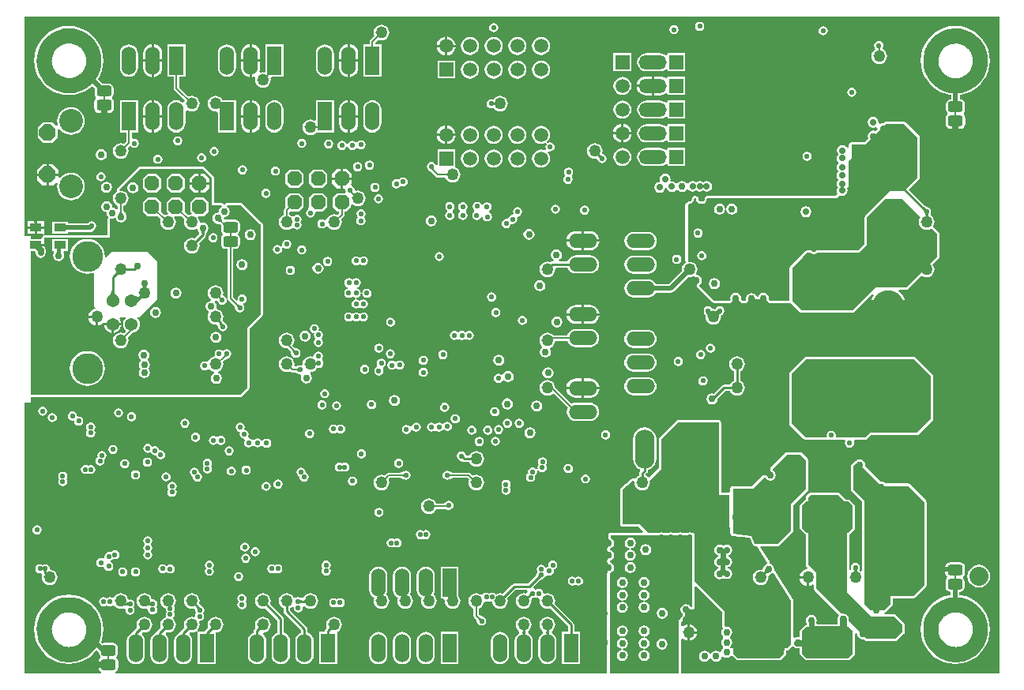
<source format=gbl>
G04 Layer_Physical_Order=6*
G04 Layer_Color=16711680*
%FSLAX25Y25*%
%MOIN*%
G70*
G01*
G75*
%ADD10C,0.06496*%
%ADD11C,0.00800*%
G04:AMPARAMS|DCode=53|XSize=50mil|YSize=50mil|CornerRadius=25mil|HoleSize=0mil|Usage=FLASHONLY|Rotation=270.000|XOffset=0mil|YOffset=0mil|HoleType=Round|Shape=RoundedRectangle|*
%AMROUNDEDRECTD53*
21,1,0.05000,0.00000,0,0,270.0*
21,1,0.00000,0.05000,0,0,270.0*
1,1,0.05000,0.00000,0.00000*
1,1,0.05000,0.00000,0.00000*
1,1,0.05000,0.00000,0.00000*
1,1,0.05000,0.00000,0.00000*
%
%ADD53ROUNDEDRECTD53*%
%ADD65C,0.00600*%
%ADD67C,0.01000*%
%ADD68C,0.02200*%
%ADD69C,0.02000*%
%ADD70C,0.00700*%
%ADD72C,0.01200*%
%ADD74C,0.03000*%
%ADD76C,0.02700*%
%ADD79C,0.02500*%
%ADD85C,0.01600*%
%ADD87C,0.05000*%
%ADD89C,0.07000*%
%ADD90C,0.00900*%
%ADD94C,0.04000*%
%ADD103R,0.05905X0.05905*%
%ADD104O,0.11811X0.05905*%
%ADD105C,0.05905*%
%ADD106O,0.06000X0.12000*%
%ADD107R,0.06000X0.12000*%
%ADD108O,0.13000X0.13600*%
%ADD109R,0.05905X0.05905*%
%ADD110O,0.12000X0.06000*%
%ADD111O,0.08250X0.16500*%
%ADD112P,0.06711X8X22.5*%
%ADD113C,0.13050*%
%ADD114C,0.05400*%
%ADD115C,0.10000*%
%ADD116P,0.07577X8X292.5*%
%ADD117C,0.08000*%
G04:AMPARAMS|DCode=118|XSize=133mil|YSize=83mil|CornerRadius=0mil|HoleSize=0mil|Usage=FLASHONLY|Rotation=270.000|XOffset=0mil|YOffset=0mil|HoleType=Round|Shape=Octagon|*
%AMOCTAGOND118*
4,1,8,-0.02075,-0.06650,0.02075,-0.06650,0.04150,-0.04575,0.04150,0.04575,0.02075,0.06650,-0.02075,0.06650,-0.04150,0.04575,-0.04150,-0.04575,-0.02075,-0.06650,0.0*
%
%ADD118OCTAGOND118*%

%ADD119C,0.02900*%
%ADD120C,0.02200*%
%ADD121C,0.03000*%
%ADD122C,0.03200*%
%ADD140R,0.05905X0.05905*%
%ADD141R,0.04921X0.03347*%
G04:AMPARAMS|DCode=142|XSize=50mil|YSize=50mil|CornerRadius=25mil|HoleSize=0mil|Usage=FLASHONLY|Rotation=0.000|XOffset=0mil|YOffset=0mil|HoleType=Round|Shape=RoundedRectangle|*
%AMROUNDEDRECTD142*
21,1,0.05000,0.00000,0,0,0.0*
21,1,0.00000,0.05000,0,0,0.0*
1,1,0.05000,0.00000,0.00000*
1,1,0.05000,0.00000,0.00000*
1,1,0.05000,0.00000,0.00000*
1,1,0.05000,0.00000,0.00000*
%
%ADD142ROUNDEDRECTD142*%
G04:AMPARAMS|DCode=143|XSize=46mil|YSize=63mil|CornerRadius=11.5mil|HoleSize=0mil|Usage=FLASHONLY|Rotation=270.000|XOffset=0mil|YOffset=0mil|HoleType=Round|Shape=RoundedRectangle|*
%AMROUNDEDRECTD143*
21,1,0.04600,0.04000,0,0,270.0*
21,1,0.02300,0.06300,0,0,270.0*
1,1,0.02300,-0.02000,-0.01150*
1,1,0.02300,-0.02000,0.01150*
1,1,0.02300,0.02000,0.01150*
1,1,0.02300,0.02000,-0.01150*
%
%ADD143ROUNDEDRECTD143*%
%ADD144C,0.08500*%
G36*
X412418Y1018D02*
X278287D01*
X278220Y1100D01*
Y15515D01*
X278494Y15698D01*
X278920Y15815D01*
X279535Y15343D01*
X280386Y14990D01*
X280800Y14936D01*
Y18400D01*
Y21864D01*
X280386Y21810D01*
X279535Y21457D01*
X278920Y20985D01*
X278494Y21102D01*
X278220Y21285D01*
Y22797D01*
X278229Y22805D01*
X278258Y22815D01*
X278382Y22930D01*
X278512Y23037D01*
X278668Y23227D01*
X278692Y23272D01*
X278728Y23308D01*
X278785Y23446D01*
X278856Y23578D01*
X278861Y23629D01*
X278880Y23675D01*
X279019Y24374D01*
X279302Y24797D01*
X279420Y24876D01*
X279491Y24947D01*
X279575Y25003D01*
X279630Y25087D01*
X279701Y25157D01*
X279740Y25250D01*
X279796Y25334D01*
X279815Y25432D01*
X279854Y25525D01*
Y25626D01*
X279873Y25724D01*
Y26224D01*
X279854Y26322D01*
Y26423D01*
X279815Y26516D01*
X279796Y26614D01*
X279740Y26698D01*
X279701Y26790D01*
X279630Y26862D01*
X279575Y26945D01*
X279491Y27001D01*
X279420Y27072D01*
X279302Y27151D01*
X279019Y27574D01*
X278920Y28074D01*
X279019Y28573D01*
X279302Y28997D01*
X279726Y29280D01*
X280225Y29379D01*
X280725Y29280D01*
X281148Y28997D01*
X281477Y28504D01*
X281611Y28371D01*
X281742Y28234D01*
X281751Y28230D01*
X281759Y28223D01*
X281933Y28151D01*
X282106Y28075D01*
X282117Y28075D01*
X282126Y28071D01*
X282315D01*
X282504Y28067D01*
X283004Y28156D01*
X283107Y28196D01*
X283215Y28218D01*
X283291Y28268D01*
X283375Y28301D01*
X283454Y28378D01*
X283546Y28439D01*
X283596Y28514D01*
X283662Y28577D01*
X283706Y28678D01*
X283767Y28770D01*
X283785Y28858D01*
X283821Y28941D01*
X283823Y29052D01*
X283845Y29160D01*
Y37599D01*
X284491Y37867D01*
X295380Y26978D01*
X295380Y21176D01*
X295390Y21126D01*
X295385Y21076D01*
X295429Y20933D01*
X295458Y20786D01*
X295642Y20158D01*
X295133Y19397D01*
X294955Y18500D01*
X295133Y17603D01*
X295642Y16842D01*
X295854Y16700D01*
Y16000D01*
X295642Y15858D01*
X295133Y15097D01*
X294955Y14200D01*
X295133Y13303D01*
X295642Y12542D01*
X295779Y12450D01*
Y11750D01*
X295642Y11658D01*
X295133Y10897D01*
X295043Y10443D01*
X294870Y10329D01*
X294277Y10179D01*
X293697Y10566D01*
X292800Y10745D01*
X291903Y10566D01*
X291142Y10058D01*
X290789Y9530D01*
X290760Y9519D01*
X290040D01*
X290011Y9530D01*
X289658Y10058D01*
X288897Y10566D01*
X288000Y10745D01*
X287103Y10566D01*
X286342Y10058D01*
X285833Y9297D01*
X285655Y8400D01*
X285833Y7503D01*
X286342Y6742D01*
X287103Y6233D01*
X288000Y6055D01*
X288897Y6233D01*
X289658Y6742D01*
X290011Y7270D01*
X290040Y7281D01*
X290760D01*
X290789Y7270D01*
X291142Y6742D01*
X291903Y6233D01*
X292800Y6055D01*
X293697Y6233D01*
X294458Y6742D01*
X294967Y7503D01*
X295057Y7957D01*
X295230Y8071D01*
X295823Y8221D01*
X296403Y7834D01*
X297300Y7655D01*
X298197Y7834D01*
X298958Y8342D01*
X299056Y8488D01*
X299753Y8557D01*
X301620Y6689D01*
X305905D01*
X306535Y6606D01*
X317300D01*
X317930Y6689D01*
X319970D01*
X322445Y9164D01*
Y10780D01*
X322800D01*
X323190Y10858D01*
X323521Y11079D01*
X324799Y12357D01*
X325647Y12347D01*
X326325Y11894D01*
X327125Y11735D01*
X328150D01*
Y9125D01*
X330625Y6650D01*
X334141D01*
X334281Y6632D01*
X344925D01*
X345065Y6650D01*
X348975D01*
X351450Y9125D01*
Y17717D01*
X352150Y18044D01*
X352385Y17848D01*
X352380Y17825D01*
X352559Y16928D01*
X353067Y16167D01*
X353828Y15659D01*
X354725Y15480D01*
X355103Y15555D01*
X355579Y15079D01*
X355910Y14858D01*
X356300Y14780D01*
X368500D01*
X368890Y14858D01*
X369221Y15079D01*
X369221Y15079D01*
X372021Y17879D01*
X372242Y18210D01*
X372320Y18600D01*
Y21700D01*
X372242Y22090D01*
X372021Y22421D01*
X368721Y25721D01*
X368390Y25942D01*
X368000Y26020D01*
X363966D01*
X363897Y26720D01*
X364090Y26758D01*
X364421Y26979D01*
X367221Y29779D01*
X367442Y30110D01*
X367520Y30500D01*
X367520Y32880D01*
X375324D01*
X375325Y32880D01*
X375327Y32880D01*
X376200D01*
X376590Y32958D01*
X376921Y33179D01*
X381321Y37579D01*
X381542Y37910D01*
X381620Y38300D01*
Y48900D01*
Y73500D01*
X381542Y73890D01*
X381321Y74221D01*
X374596Y80946D01*
X374265Y81167D01*
X373875Y81245D01*
X364301Y81245D01*
X364158Y81458D01*
X363908Y81625D01*
X363735Y81741D01*
X363397Y81967D01*
X362500Y82145D01*
X362289Y82103D01*
X355653Y88739D01*
X355745Y89200D01*
X355567Y90097D01*
X355058Y90858D01*
X354854Y90995D01*
X354297Y91366D01*
X353400Y91545D01*
X352503Y91366D01*
X351742Y90858D01*
X351642Y90708D01*
X351435Y90667D01*
X351104Y90446D01*
X350104Y89446D01*
X349883Y89115D01*
X349806Y88725D01*
X349806Y78675D01*
X349883Y78285D01*
X350104Y77954D01*
X354480Y73578D01*
X354480Y58400D01*
X354480Y44335D01*
X353780Y44087D01*
X353264Y44482D01*
X353340Y44701D01*
X353359Y44859D01*
X353390Y45014D01*
X353385Y45037D01*
X353390Y45059D01*
X353537Y45800D01*
X353390Y46541D01*
X352970Y47170D01*
X352341Y47590D01*
X351600Y47737D01*
X350859Y47590D01*
X350230Y47170D01*
X349810Y46541D01*
X349663Y45800D01*
X349810Y45059D01*
X349815Y45037D01*
X349810Y45014D01*
X349830Y44917D01*
X349705Y44748D01*
X349620Y44678D01*
X349135Y44848D01*
X348920Y45063D01*
Y59650D01*
X348975D01*
X351450Y62125D01*
Y72075D01*
X348975Y74550D01*
X347592D01*
X344921Y77221D01*
X344590Y77442D01*
X344200Y77520D01*
X332800Y77520D01*
X332410Y77442D01*
X332079Y77221D01*
X330879Y76021D01*
X330658Y75690D01*
X330580Y75300D01*
Y74505D01*
X328150Y72075D01*
Y62125D01*
X330580Y59695D01*
Y47000D01*
X330658Y46610D01*
X330879Y46279D01*
X330879Y46279D01*
X331354Y45804D01*
X331103Y45065D01*
X330686Y45010D01*
X329835Y44657D01*
X329104Y44096D01*
X328543Y43365D01*
X328190Y42514D01*
X328136Y42100D01*
X331600D01*
Y41600D01*
X332100D01*
Y38136D01*
X332514Y38190D01*
X333365Y38543D01*
X333480Y38631D01*
X334180Y38286D01*
Y36900D01*
X334258Y36510D01*
X334479Y36179D01*
X344786Y25872D01*
X344767Y25683D01*
X344259Y24923D01*
X344080Y24025D01*
Y21719D01*
X335292D01*
X335044Y22419D01*
X335167Y22603D01*
X335345Y23500D01*
X335167Y24397D01*
X334658Y25158D01*
X333897Y25667D01*
X333000Y25845D01*
X332103Y25667D01*
X331342Y25158D01*
X330833Y24397D01*
X330655Y23500D01*
X330833Y22603D01*
X331063Y22259D01*
Y21550D01*
X330625D01*
X328150Y19075D01*
Y16848D01*
X327609Y16404D01*
X327400Y16445D01*
X326503Y16267D01*
X326220Y16078D01*
X325520Y16452D01*
Y31600D01*
X325503Y31684D01*
X325505Y31770D01*
X325464Y31877D01*
X325442Y31990D01*
X325394Y32062D01*
X325364Y32142D01*
X318005Y43874D01*
X317941Y43942D01*
X317892Y44022D01*
X317806Y44085D01*
X317732Y44164D01*
X317647Y44202D01*
X317571Y44257D01*
X317467Y44282D01*
X317369Y44326D01*
X317331Y45028D01*
X317345Y45100D01*
X317167Y45997D01*
X316658Y46758D01*
X315897Y47267D01*
X315396Y47726D01*
X315379Y47818D01*
X315381Y47911D01*
X315343Y48011D01*
X315324Y48117D01*
X315273Y48195D01*
X315240Y48283D01*
X311486Y54268D01*
X311824Y54880D01*
X319100D01*
X319490Y54958D01*
X319821Y55179D01*
X325221Y60579D01*
X325442Y60910D01*
X325520Y61300D01*
Y72178D01*
X330321Y76979D01*
X331546Y78204D01*
X331767Y78535D01*
X331845Y78925D01*
X331845Y91025D01*
X331767Y91415D01*
X331546Y91746D01*
X329046Y94246D01*
X329046Y94246D01*
X328715Y94467D01*
X328325Y94545D01*
X322725D01*
X322335Y94467D01*
X322004Y94246D01*
X315910Y88152D01*
X315846Y88056D01*
X315767Y87972D01*
X315736Y87892D01*
X315689Y87821D01*
X315666Y87708D01*
X315625Y87600D01*
X315628Y87515D01*
X315611Y87431D01*
X315634Y87318D01*
X315637Y87203D01*
X315769Y86628D01*
X315845Y86460D01*
X315915Y86289D01*
X315926Y86279D01*
X315932Y86265D01*
X316066Y86138D01*
X316197Y86008D01*
X316623Y85723D01*
X316906Y85300D01*
X317005Y84800D01*
X316906Y84300D01*
X316623Y83877D01*
X316200Y83594D01*
X315700Y83495D01*
X315200Y83594D01*
X314777Y83877D01*
X314492Y84303D01*
X314362Y84434D01*
X314235Y84568D01*
X314221Y84574D01*
X314211Y84585D01*
X314040Y84655D01*
X313872Y84731D01*
X313298Y84863D01*
X313182Y84866D01*
X313069Y84889D01*
X312985Y84872D01*
X312900Y84875D01*
X312792Y84834D01*
X312679Y84811D01*
X312608Y84764D01*
X312528Y84733D01*
X312444Y84654D01*
X312348Y84590D01*
X307978Y80220D01*
X299900Y80220D01*
X299510Y80142D01*
X299179Y79921D01*
X298958Y79590D01*
X298880Y79200D01*
Y78093D01*
X298300Y77520D01*
X294920D01*
Y107025D01*
X294842Y107415D01*
X294621Y107746D01*
X294290Y107967D01*
X293900Y108045D01*
X276725D01*
X276335Y107967D01*
X276004Y107746D01*
X269004Y100746D01*
X268783Y100415D01*
X268706Y100025D01*
Y87947D01*
X264658Y83900D01*
X263960Y83946D01*
X263954Y83954D01*
X263299Y84456D01*
X263259Y84539D01*
X263194Y85269D01*
X263637Y85713D01*
X263925Y86143D01*
X264025Y86650D01*
Y86993D01*
X265184Y87473D01*
X266213Y88262D01*
X267002Y89291D01*
X267498Y90489D01*
X267668Y91775D01*
Y100025D01*
X267498Y101311D01*
X267002Y102509D01*
X266213Y103538D01*
X265184Y104327D01*
X263986Y104823D01*
X262700Y104992D01*
X261414Y104823D01*
X260216Y104327D01*
X259187Y103538D01*
X258398Y102509D01*
X257902Y101311D01*
X257733Y100025D01*
Y91775D01*
X257902Y90489D01*
X258398Y89291D01*
X259187Y88262D01*
X260216Y87473D01*
X260647Y87295D01*
X260783Y86608D01*
X260663Y86488D01*
X260375Y86058D01*
X260275Y85550D01*
Y84623D01*
X259936Y84483D01*
X259246Y83954D01*
X258954Y83572D01*
X258339Y83336D01*
X258160Y83386D01*
X257983Y83441D01*
X257969Y83440D01*
X257956Y83443D01*
X257772Y83422D01*
X257587Y83405D01*
X257575Y83398D01*
X257561Y83397D01*
X257399Y83306D01*
X257234Y83219D01*
X257226Y83209D01*
X257214Y83202D01*
X252763Y79400D01*
X252738Y79369D01*
X252704Y79346D01*
X252616Y79213D01*
X252517Y79088D01*
X252506Y79049D01*
X252483Y79015D01*
X252452Y78859D01*
X252409Y78705D01*
X252414Y78665D01*
X252406Y78625D01*
Y64100D01*
X252483Y63710D01*
X252704Y63379D01*
X253035Y63158D01*
X253425Y63080D01*
X260157Y63080D01*
X261926Y61187D01*
X261648Y60545D01*
X248410D01*
X248312Y60525D01*
X248211D01*
X248119Y60487D01*
X248020Y60467D01*
X247937Y60411D01*
X247844Y60373D01*
X247773Y60302D01*
X247689Y60246D01*
X247634Y60163D01*
X247563Y60092D01*
X247524Y59999D01*
X247468Y59915D01*
X247449Y59817D01*
X247410Y59724D01*
X247279Y59065D01*
X247278Y59062D01*
X247232Y58950D01*
Y58871D01*
X247213Y58794D01*
X247232Y58674D01*
Y58552D01*
X247262Y58479D01*
X247274Y58401D01*
X247486Y57819D01*
X247550Y57715D01*
X247597Y57602D01*
X247652Y57546D01*
X247693Y57479D01*
X247792Y57407D01*
X247878Y57321D01*
X248323Y57023D01*
X248606Y56600D01*
X248706Y56100D01*
X248606Y55600D01*
X248323Y55177D01*
X247900Y54894D01*
X247701Y54854D01*
X247608Y54816D01*
X247510Y54796D01*
X247426Y54741D01*
X247334Y54702D01*
X247263Y54631D01*
X247179Y54575D01*
X247123Y54492D01*
X247052Y54421D01*
X247014Y54328D01*
X246958Y54245D01*
X246938Y54146D01*
X246900Y54053D01*
Y53953D01*
X246880Y53854D01*
Y53246D01*
X246900Y53147D01*
Y53047D01*
X246938Y52954D01*
X246958Y52855D01*
X247014Y52772D01*
X247052Y52679D01*
X247123Y52608D01*
X247179Y52525D01*
X247263Y52469D01*
X247334Y52398D01*
X247426Y52359D01*
X247510Y52304D01*
X247608Y52284D01*
X247701Y52246D01*
X247900Y52206D01*
X248323Y51923D01*
X248606Y51500D01*
X248706Y51000D01*
X248606Y50500D01*
X248323Y50077D01*
X247900Y49794D01*
X247701Y49754D01*
X247608Y49716D01*
X247510Y49696D01*
X247426Y49641D01*
X247334Y49602D01*
X247263Y49531D01*
X247179Y49475D01*
X247123Y49392D01*
X247052Y49321D01*
X247014Y49228D01*
X246958Y49145D01*
X246938Y49046D01*
X246900Y48953D01*
Y48853D01*
X246880Y48754D01*
Y48046D01*
X246900Y47947D01*
Y47847D01*
X246938Y47754D01*
X246958Y47655D01*
X247014Y47572D01*
X247052Y47479D01*
X247123Y47408D01*
X247179Y47325D01*
X247263Y47269D01*
X247334Y47198D01*
X247426Y47159D01*
X247510Y47104D01*
X247608Y47084D01*
X247701Y47046D01*
X247900Y47006D01*
X248323Y46723D01*
X248606Y46300D01*
X248706Y45800D01*
X248606Y45300D01*
X248323Y44877D01*
X247900Y44594D01*
X247701Y44554D01*
X247608Y44516D01*
X247510Y44496D01*
X247426Y44441D01*
X247334Y44402D01*
X247263Y44331D01*
X247179Y44275D01*
X247123Y44192D01*
X247052Y44121D01*
X247014Y44028D01*
X246958Y43945D01*
X246938Y43846D01*
X246900Y43753D01*
Y43653D01*
X246880Y43554D01*
X246880Y26639D01*
X246900Y26540D01*
Y26440D01*
X246923Y26325D01*
X246900Y26210D01*
Y26110D01*
X246880Y26011D01*
Y15039D01*
X246900Y14940D01*
Y14840D01*
X246938Y14747D01*
X246958Y14648D01*
X247014Y14565D01*
X247052Y14472D01*
X247055Y14469D01*
X247123Y14125D01*
X247055Y13782D01*
X247052Y13778D01*
X247014Y13686D01*
X246958Y13602D01*
X246938Y13503D01*
X246900Y13411D01*
Y13310D01*
X246880Y13212D01*
Y1100D01*
X246813Y1018D01*
X39483D01*
X39388Y1290D01*
X39366Y1718D01*
X39975Y2125D01*
X40451Y2836D01*
X40617Y3675D01*
Y5975D01*
X40451Y6814D01*
X39975Y7525D01*
X39856Y7605D01*
X39921Y8404D01*
X40262Y8914D01*
X40413Y9675D01*
Y11975D01*
X40262Y12736D01*
X39831Y13381D01*
X39186Y13812D01*
X38425Y13963D01*
X34425D01*
X33933Y13865D01*
X33299Y14500D01*
X33589Y15201D01*
X34124Y17427D01*
X34303Y19710D01*
X34124Y21993D01*
X33589Y24220D01*
X32713Y26335D01*
X31516Y28288D01*
X30029Y30029D01*
X28288Y31516D01*
X26335Y32713D01*
X24220Y33589D01*
X21993Y34124D01*
X19710Y34303D01*
X17427Y34124D01*
X15201Y33589D01*
X13085Y32713D01*
X11133Y31516D01*
X9391Y30029D01*
X7904Y28288D01*
X6708Y26335D01*
X5831Y24220D01*
X5297Y21993D01*
X5117Y19710D01*
X5297Y17427D01*
X5831Y15201D01*
X6708Y13085D01*
X7904Y11133D01*
X9391Y9391D01*
X11133Y7904D01*
X13085Y6708D01*
X15201Y5831D01*
X17427Y5297D01*
X19710Y5117D01*
X21993Y5297D01*
X24220Y5831D01*
X26335Y6708D01*
X28288Y7904D01*
X30029Y9391D01*
X31162Y10718D01*
X31862Y10746D01*
X32437Y10170D01*
Y9675D01*
X32588Y8914D01*
X32930Y8404D01*
X32994Y7605D01*
X32875Y7525D01*
X32400Y6814D01*
X32233Y5975D01*
Y3675D01*
X32400Y2836D01*
X32875Y2125D01*
X33484Y1718D01*
X33462Y1290D01*
X33368Y1018D01*
X1018D01*
Y115552D01*
X3864D01*
Y117706D01*
X92052D01*
X92442Y117783D01*
X92773Y118004D01*
X95628Y120859D01*
X95849Y121190D01*
X95927Y121580D01*
Y146552D01*
X101337Y151962D01*
X101558Y152293D01*
X101635Y152683D01*
Y190691D01*
X101558Y191081D01*
X101337Y191412D01*
X101159Y191530D01*
X93138Y199376D01*
X92976Y199482D01*
X92815Y199589D01*
X92810Y199590D01*
X92805Y199593D01*
X92615Y199629D01*
X92425Y199667D01*
X86570D01*
X86520Y199657D01*
X86470Y199662D01*
X86326Y199618D01*
X86180Y199589D01*
X86138Y199561D01*
X86089Y199546D01*
X85973Y199451D01*
X85849Y199368D01*
X85821Y199326D01*
X85782Y199294D01*
X85747Y199230D01*
X85699Y199212D01*
X85526Y199162D01*
X85194D01*
X85020Y199212D01*
X84973Y199230D01*
X84938Y199294D01*
X84899Y199326D01*
X84871Y199368D01*
X84746Y199451D01*
X84631Y199546D01*
X84582Y199561D01*
X84540Y199589D01*
X84393Y199618D01*
X84250Y199662D01*
X84200Y199657D01*
X84150Y199667D01*
X81120D01*
Y210500D01*
X81042Y210890D01*
X80821Y211221D01*
X77221Y214821D01*
X76890Y215042D01*
X76500Y215120D01*
X49828Y215120D01*
X49438Y215042D01*
X49107Y214821D01*
X40374Y206087D01*
X40355Y206059D01*
X40328Y206038D01*
X40245Y205895D01*
X40153Y205756D01*
X40146Y205723D01*
X40129Y205694D01*
X40107Y205529D01*
X40075Y205366D01*
X40082Y205333D01*
X40077Y205300D01*
X40120Y205139D01*
X40153Y204976D01*
X39936Y204483D01*
X39246Y203954D01*
X38717Y203264D01*
X38385Y202462D01*
X38271Y201600D01*
X38385Y200739D01*
X38717Y199936D01*
X39246Y199246D01*
X39936Y198717D01*
X40478Y198493D01*
Y197216D01*
X39778Y197004D01*
X39676Y197158D01*
X38915Y197667D01*
X38091Y197830D01*
X38145Y198100D01*
X37967Y198997D01*
X37458Y199758D01*
X36697Y200267D01*
X35800Y200445D01*
X34903Y200267D01*
X34142Y199758D01*
X33633Y198997D01*
X33455Y198100D01*
X33633Y197203D01*
X34142Y196442D01*
X34903Y195933D01*
X35726Y195770D01*
X35672Y195500D01*
X35851Y194603D01*
X36359Y193842D01*
X36288Y193308D01*
X36259Y193161D01*
X36215Y193017D01*
X36220Y192967D01*
X36210Y192918D01*
Y186084D01*
X10270D01*
X9631Y186212D01*
X9370Y186501D01*
X9286Y186754D01*
X9286Y186895D01*
X9286Y186895D01*
Y188767D01*
X6325D01*
Y186594D01*
X8626D01*
X8653Y186594D01*
X8970Y185983D01*
X8936Y185894D01*
X8868Y185858D01*
X8833Y185816D01*
X8787Y185785D01*
X8706Y185664D01*
X8613Y185553D01*
X8391Y185145D01*
X8374Y185092D01*
X8344Y185047D01*
X8315Y184904D01*
X8272Y184765D01*
X7680Y184457D01*
X3864D01*
Y185778D01*
X3817Y185825D01*
X1018D01*
Y278560D01*
X412418D01*
X412418Y1018D01*
D02*
G37*
G36*
X84204Y193114D02*
X84233Y192746D01*
X84259Y192581D01*
X84294Y192430D01*
X84337Y192292D01*
X84388Y192166D01*
X84447Y192054D01*
X84514Y191955D01*
X84590Y191869D01*
X84166Y191445D01*
X84080Y191520D01*
X83980Y191587D01*
X83868Y191647D01*
X83743Y191698D01*
X83605Y191741D01*
X83453Y191775D01*
X83289Y191802D01*
X83111Y191820D01*
X82717Y191832D01*
X84202Y193317D01*
X84204Y193114D01*
D02*
G37*
G36*
X282825Y29160D02*
X282325Y29071D01*
X281883Y29732D01*
X281123Y30240D01*
X280225Y30419D01*
X279328Y30240D01*
X278567Y29732D01*
X278059Y28971D01*
X277880Y28074D01*
X278059Y27176D01*
X278567Y26416D01*
X278854Y26224D01*
Y25724D01*
X278567Y25532D01*
X278059Y24772D01*
X277880Y23874D01*
X277724Y23684D01*
X277200Y23600D01*
X277200Y23600D01*
Y1100D01*
X247900D01*
Y13212D01*
X248015Y13384D01*
X248162Y14125D01*
X248015Y14866D01*
X247900Y15039D01*
Y26011D01*
X247962Y26325D01*
X247900Y26639D01*
X247900Y43554D01*
X248297Y43633D01*
X249058Y44142D01*
X249567Y44903D01*
X249745Y45800D01*
X249567Y46697D01*
X249058Y47458D01*
X248297Y47967D01*
X247900Y48046D01*
Y48754D01*
X248297Y48833D01*
X249058Y49342D01*
X249567Y50103D01*
X249745Y51000D01*
X249567Y51897D01*
X249058Y52658D01*
X248297Y53167D01*
X247900Y53246D01*
Y53854D01*
X248297Y53934D01*
X249058Y54442D01*
X249567Y55203D01*
X249745Y56100D01*
X249567Y56997D01*
X249058Y57758D01*
X248444Y58169D01*
X248232Y58751D01*
X248267Y58803D01*
X248410Y59525D01*
X282825D01*
X282825Y29160D01*
D02*
G37*
G36*
X344200Y76500D02*
X347900Y72800D01*
Y35500D01*
X358400Y25000D01*
X368000D01*
X371300Y21700D01*
Y18600D01*
X368500Y15800D01*
X356300D01*
X348770Y23330D01*
Y24025D01*
X348592Y24923D01*
X348083Y25683D01*
X347323Y26192D01*
X346425Y26370D01*
X345845Y26255D01*
X335200Y36900D01*
X335200Y43400D01*
X331600Y47000D01*
X331600Y75300D01*
X332800Y76500D01*
X344200Y76500D01*
D02*
G37*
G36*
X362725Y80225D02*
X373875Y80225D01*
X380600Y73500D01*
Y48900D01*
Y38300D01*
X376200Y33900D01*
X366500D01*
X366500Y30500D01*
X363700Y27700D01*
X358100Y27700D01*
X355500Y30300D01*
X355500Y58400D01*
X355500Y74000D01*
X350825Y78675D01*
X350825Y88725D01*
X351825Y89725D01*
X353225Y89725D01*
X362725Y80225D01*
D02*
G37*
G36*
X80100Y210500D02*
Y198647D01*
X84150D01*
X84302Y198147D01*
X83702Y197746D01*
X83193Y196986D01*
X83015Y196088D01*
X83028Y196021D01*
X82696Y195676D01*
X81805Y195499D01*
X81044Y194991D01*
X80536Y194230D01*
X80357Y193332D01*
X80536Y192435D01*
X81044Y191674D01*
X81805Y191166D01*
X81978Y191131D01*
X81988Y191125D01*
X81996Y191111D01*
X82149Y191009D01*
X82298Y190903D01*
X82314Y190899D01*
X82327Y190890D01*
X82507Y190855D01*
X82686Y190813D01*
X83043Y190802D01*
X83155Y190791D01*
X83258Y190774D01*
X83339Y190755D01*
X83399Y190737D01*
X83437Y190721D01*
X83455Y190712D01*
X83455Y190712D01*
X83494Y190678D01*
X83637Y190595D01*
X83776Y190503D01*
X83809Y190496D01*
X83838Y190479D01*
X83931Y190467D01*
Y188391D01*
X84082Y187630D01*
X84513Y186985D01*
X84728Y186842D01*
Y186240D01*
X84513Y186097D01*
X84082Y185452D01*
X83931Y184691D01*
Y182391D01*
X84082Y181630D01*
X84513Y180985D01*
X85158Y180554D01*
X85919Y180403D01*
X86797D01*
Y159481D01*
X86797Y159481D01*
X86883Y159052D01*
X87126Y158688D01*
X89488Y156326D01*
X89513Y156160D01*
X89526Y156138D01*
X89531Y156113D01*
X89628Y155968D01*
X89717Y155819D01*
X89744Y155788D01*
X89747Y155783D01*
X89753Y155768D01*
X89760Y155742D01*
X89768Y155704D01*
X89775Y155655D01*
X89779Y155594D01*
X89781Y155494D01*
X89821Y155308D01*
X89858Y155121D01*
X89863Y155114D01*
X89865Y155105D01*
X89973Y154949D01*
X90079Y154790D01*
X90086Y154785D01*
X90091Y154778D01*
X90109Y154767D01*
X90110Y154759D01*
X90530Y154130D01*
X91159Y153710D01*
X91900Y153563D01*
X92641Y153710D01*
X93270Y154130D01*
X93690Y154759D01*
X93837Y155500D01*
X93690Y156241D01*
X93295Y156833D01*
X93327Y157054D01*
X93424Y157368D01*
X93591Y157402D01*
X94219Y157822D01*
X94639Y158450D01*
X94787Y159191D01*
X94639Y159933D01*
X94219Y160561D01*
X93591Y160981D01*
X92849Y161128D01*
X92108Y160981D01*
X91480Y160561D01*
X91060Y159933D01*
X90912Y159191D01*
X91014Y158679D01*
X90553Y158433D01*
X89040Y159946D01*
Y180403D01*
X89919D01*
X90680Y180554D01*
X91325Y180985D01*
X91756Y181630D01*
X91907Y182391D01*
Y184691D01*
X91756Y185452D01*
X91325Y186097D01*
X91110Y186240D01*
Y186842D01*
X91325Y186985D01*
X91756Y187630D01*
X91907Y188391D01*
Y190691D01*
X91756Y191452D01*
X91325Y192097D01*
X90680Y192528D01*
X89919Y192679D01*
X85919D01*
X85702Y192636D01*
X85585Y192695D01*
X85232Y193049D01*
X85224Y193158D01*
X85223Y193261D01*
X85254Y193370D01*
X85560Y193783D01*
X86257Y193922D01*
X87018Y194430D01*
X87526Y195191D01*
X87705Y196088D01*
X87526Y196986D01*
X87018Y197746D01*
X86418Y198147D01*
X86570Y198647D01*
X92425D01*
X100559Y190691D01*
X100616D01*
Y152683D01*
X94907Y146974D01*
Y121580D01*
X92052Y118725D01*
X3864D01*
Y179310D01*
X5542D01*
X5835Y179018D01*
Y178625D01*
X5994Y177825D01*
X6447Y177147D01*
X7125Y176694D01*
X7925Y176535D01*
X8725Y176694D01*
X9403Y177147D01*
X9856Y177825D01*
X10015Y178625D01*
Y179883D01*
X10015Y179884D01*
X9856Y180683D01*
X9403Y181361D01*
X9286Y181479D01*
Y181483D01*
X5825D01*
Y182483D01*
X9286D01*
Y184657D01*
X9508Y185065D01*
X37230D01*
Y192918D01*
X37616Y193235D01*
X38017Y193155D01*
X38915Y193333D01*
X39117Y193468D01*
X39579Y193277D01*
X39633Y193003D01*
X40142Y192242D01*
X40903Y191733D01*
X41800Y191555D01*
X42697Y191733D01*
X43458Y192242D01*
X43967Y193003D01*
X44145Y193900D01*
X43967Y194797D01*
X43707Y195185D01*
X43710Y195223D01*
X43708Y195230D01*
X43708Y195238D01*
X43646Y195419D01*
X43587Y195601D01*
X43582Y195607D01*
X43579Y195614D01*
X43453Y195757D01*
X43328Y195903D01*
X43199Y196005D01*
X43108Y196085D01*
X43037Y196156D01*
X42984Y196216D01*
X42949Y196264D01*
X42929Y196298D01*
X42921Y196316D01*
X42917Y196364D01*
X42908Y196399D01*
X42910Y196435D01*
X42856Y196590D01*
X42814Y196749D01*
X42792Y196777D01*
X42780Y196811D01*
X42722Y196877D01*
Y198493D01*
X43264Y198717D01*
X43954Y199246D01*
X44482Y199936D01*
X44815Y200739D01*
X44929Y201600D01*
X44815Y202462D01*
X44482Y203264D01*
X43954Y203954D01*
X43264Y204483D01*
X42461Y204815D01*
X41600Y204928D01*
X41328Y204893D01*
X41095Y205366D01*
X49828Y214100D01*
X76500Y214100D01*
X80100Y210500D01*
D02*
G37*
G36*
X293900Y76500D02*
X298300D01*
Y63100D01*
X298880Y62449D01*
Y60200D01*
X298907Y60068D01*
X298916Y59934D01*
X298945Y59875D01*
X298958Y59810D01*
X299033Y59698D01*
X299092Y59578D01*
X299142Y59534D01*
X299179Y59479D01*
X299291Y59404D01*
X299392Y59316D01*
X299455Y59295D01*
X299510Y59258D01*
X299641Y59232D01*
X299769Y59189D01*
X306923Y58260D01*
X308283Y55455D01*
X308385Y55320D01*
X308479Y55179D01*
X308504Y55162D01*
X308523Y55138D01*
X308669Y55052D01*
X308810Y54958D01*
X308840Y54952D01*
X308866Y54937D01*
X309034Y54914D01*
X309200Y54880D01*
X309898D01*
X314376Y47741D01*
X314178Y47282D01*
X314103Y47267D01*
X313342Y46758D01*
X312833Y45997D01*
X312781Y45732D01*
X312773Y45727D01*
X312763Y45711D01*
X312748Y45700D01*
X312655Y45545D01*
X312556Y45394D01*
X312553Y45376D01*
X312543Y45360D01*
X312516Y45180D01*
X312483Y45003D01*
X312003Y44875D01*
X311600Y44929D01*
X310738Y44815D01*
X309936Y44482D01*
X309246Y43954D01*
X308717Y43264D01*
X308385Y42461D01*
X308272Y41600D01*
X308385Y40738D01*
X308717Y39936D01*
X309246Y39246D01*
X309936Y38717D01*
X310738Y38385D01*
X311600Y38271D01*
X312461Y38385D01*
X313264Y38717D01*
X313954Y39246D01*
X314482Y39936D01*
X314815Y40738D01*
X314929Y41600D01*
X314855Y42157D01*
X315127Y42571D01*
X315277Y42625D01*
X315312Y42634D01*
X315490Y42678D01*
X315503Y42688D01*
X315518Y42693D01*
X315662Y42806D01*
X315810Y42915D01*
X315811Y42916D01*
X315897Y42933D01*
X316534Y43359D01*
X317141Y43333D01*
X324500Y31600D01*
Y13500D01*
X322800Y11800D01*
X313774D01*
X313369Y9599D01*
X313388Y10102D01*
X313369Y10163D01*
Y10139D01*
X313366Y10175D01*
X313249Y10553D01*
X312952Y10951D01*
X312497Y11295D01*
X311885Y11587D01*
X311211Y11796D01*
X310209Y11570D01*
X309098Y11187D01*
X308378Y10815D01*
X308273Y10519D01*
X308233Y10139D01*
Y10740D01*
X308195Y10720D01*
X307500Y10167D01*
X307013Y9530D01*
X306734Y8807D01*
X306663Y8000D01*
X306515Y11800D01*
X298746D01*
X298672Y12351D01*
X298958Y12542D01*
X299467Y13303D01*
X299645Y14200D01*
X299467Y15097D01*
X298958Y15858D01*
X298596Y16100D01*
Y16600D01*
X298958Y16842D01*
X299467Y17603D01*
X299645Y18500D01*
X299467Y19397D01*
X298958Y20158D01*
X298197Y20667D01*
X297300Y20845D01*
X296900Y20765D01*
X296400Y21176D01*
X296400Y27400D01*
X283845Y39955D01*
X283845Y59525D01*
X283767Y59915D01*
X283546Y60246D01*
X283215Y60467D01*
X282825Y60545D01*
X282441D01*
X282422Y60558D01*
X281681Y60705D01*
X280940Y60558D01*
X280921Y60545D01*
X278441D01*
X278422Y60558D01*
X277681Y60705D01*
X276940Y60558D01*
X276921Y60545D01*
X274441D01*
X274422Y60558D01*
X273681Y60705D01*
X272940Y60558D01*
X272921Y60545D01*
X270441D01*
X270422Y60558D01*
X269681Y60705D01*
X268940Y60558D01*
X268921Y60545D01*
X263922D01*
X260600Y64100D01*
X253425Y64100D01*
Y78625D01*
X257876Y82427D01*
X258347Y82171D01*
X258272Y81600D01*
X258385Y80739D01*
X258717Y79936D01*
X259246Y79246D01*
X259936Y78717D01*
X260738Y78385D01*
X261600Y78272D01*
X262461Y78385D01*
X263264Y78717D01*
X263954Y79246D01*
X264482Y79936D01*
X264815Y80739D01*
X264929Y81600D01*
X264846Y82225D01*
X264925Y82725D01*
X269725Y87525D01*
Y100025D01*
X276725Y107025D01*
X293900D01*
Y76500D01*
D02*
G37*
G36*
X330825Y91025D02*
X330825Y78925D01*
X329600Y77700D01*
X324500Y72600D01*
Y61300D01*
X319100Y55900D01*
X309200D01*
X307600Y59200D01*
X299900Y60200D01*
Y79200D01*
X308400Y79200D01*
X313069Y83869D01*
X313644Y83737D01*
X314042Y83142D01*
X314803Y82634D01*
X315700Y82455D01*
X316597Y82634D01*
X317358Y83142D01*
X317867Y83903D01*
X318045Y84800D01*
X317867Y85697D01*
X317358Y86458D01*
X316763Y86856D01*
X316631Y87431D01*
X322725Y93525D01*
X328325D01*
X330825Y91025D01*
D02*
G37*
G36*
X41908Y196177D02*
X41932Y196057D01*
X41972Y195938D01*
X42028Y195818D01*
X42099Y195698D01*
X42187Y195579D01*
X42291Y195459D01*
X42411Y195340D01*
X42546Y195221D01*
X42698Y195102D01*
X40617Y194822D01*
X40746Y194993D01*
X41054Y195466D01*
X41129Y195609D01*
X41191Y195744D01*
X41238Y195873D01*
X41273Y195994D01*
X41293Y196108D01*
X41300Y196214D01*
X41900Y196297D01*
X41908Y196177D01*
D02*
G37*
G36*
X315056Y43601D02*
X314931Y43591D01*
X314808Y43571D01*
X314686Y43541D01*
X314567Y43500D01*
X314449Y43449D01*
X314334Y43388D01*
X314220Y43317D01*
X314108Y43235D01*
X313998Y43143D01*
X313889Y43041D01*
X312997Y43845D01*
X313099Y43955D01*
X313190Y44065D01*
X313270Y44178D01*
X313338Y44292D01*
X313394Y44408D01*
X313439Y44526D01*
X313472Y44646D01*
X313494Y44767D01*
X313504Y44890D01*
X313502Y45014D01*
X315056Y43601D01*
D02*
G37*
G36*
X352338Y44976D02*
X352309Y44929D01*
X352283Y44873D01*
X352261Y44807D01*
X352242Y44732D01*
X352227Y44648D01*
X352215Y44554D01*
X352202Y44339D01*
X352200Y44218D01*
X351000D01*
X350998Y44339D01*
X350973Y44648D01*
X350957Y44732D01*
X350939Y44807D01*
X350917Y44873D01*
X350891Y44929D01*
X350862Y44976D01*
X350830Y45014D01*
X352370D01*
X352338Y44976D01*
D02*
G37*
G36*
X90967Y156864D02*
X91044Y156807D01*
X91127Y156757D01*
X91216Y156715D01*
X91312Y156678D01*
X91414Y156649D01*
X91523Y156627D01*
X91639Y156611D01*
X91761Y156602D01*
X91889Y156600D01*
X90800Y155511D01*
X90798Y155639D01*
X90789Y155761D01*
X90773Y155877D01*
X90751Y155986D01*
X90721Y156088D01*
X90685Y156184D01*
X90642Y156273D01*
X90593Y156356D01*
X90536Y156433D01*
X90473Y156503D01*
X90897Y156927D01*
X90967Y156864D01*
D02*
G37*
%LPC*%
G36*
X40700Y113037D02*
X39959Y112890D01*
X39330Y112470D01*
X38910Y111841D01*
X38763Y111100D01*
X38910Y110359D01*
X39330Y109730D01*
X39959Y109310D01*
X40700Y109163D01*
X41441Y109310D01*
X42070Y109730D01*
X42490Y110359D01*
X42637Y111100D01*
X42490Y111841D01*
X42070Y112470D01*
X41441Y112890D01*
X40700Y113037D01*
D02*
G37*
G36*
X199500Y113537D02*
X198759Y113390D01*
X198130Y112970D01*
X197710Y112341D01*
X197563Y111600D01*
X197710Y110859D01*
X198130Y110230D01*
X198759Y109810D01*
X199500Y109663D01*
X200241Y109810D01*
X200870Y110230D01*
X201290Y110859D01*
X201437Y111600D01*
X201290Y112341D01*
X200870Y112970D01*
X200241Y113390D01*
X199500Y113537D01*
D02*
G37*
G36*
X178300Y115437D02*
X177559Y115290D01*
X176930Y114870D01*
X176510Y114241D01*
X176363Y113500D01*
X176510Y112759D01*
X176930Y112130D01*
X177559Y111710D01*
X178300Y111563D01*
X179041Y111710D01*
X179670Y112130D01*
X180090Y112759D01*
X180237Y113500D01*
X180090Y114241D01*
X179670Y114870D01*
X179041Y115290D01*
X178300Y115437D01*
D02*
G37*
G36*
X8700Y113737D02*
X7959Y113590D01*
X7330Y113170D01*
X6910Y112541D01*
X6763Y111800D01*
X6910Y111059D01*
X7330Y110430D01*
X7959Y110010D01*
X8700Y109863D01*
X9441Y110010D01*
X10070Y110430D01*
X10490Y111059D01*
X10637Y111800D01*
X10490Y112541D01*
X10070Y113170D01*
X9441Y113590D01*
X8700Y113737D01*
D02*
G37*
G36*
X221600Y124928D02*
X220739Y124815D01*
X219936Y124483D01*
X219246Y123954D01*
X218718Y123264D01*
X218385Y122461D01*
X218271Y121600D01*
X218385Y120738D01*
X218718Y119936D01*
X219246Y119246D01*
X219936Y118718D01*
X220739Y118385D01*
X221600Y118272D01*
X222462Y118385D01*
X223264Y118718D01*
X223954Y119246D01*
X224295Y119269D01*
X230252Y113312D01*
X229937Y112553D01*
X229807Y111561D01*
X229937Y110569D01*
X230320Y109644D01*
X230929Y108850D01*
X231723Y108241D01*
X232647Y107858D01*
X233639Y107728D01*
X239639D01*
X240631Y107858D01*
X241556Y108241D01*
X242350Y108850D01*
X242959Y109644D01*
X243342Y110569D01*
X243472Y111561D01*
X243342Y112553D01*
X242959Y113477D01*
X242350Y114271D01*
X241556Y114880D01*
X240631Y115263D01*
X239639Y115393D01*
X233639D01*
X232647Y115263D01*
X231818Y114919D01*
X224897Y121840D01*
X224815Y122461D01*
X224482Y123264D01*
X223954Y123954D01*
X223264Y124483D01*
X222462Y124815D01*
X221600Y124928D01*
D02*
G37*
G36*
X294325Y156162D02*
X293584Y156015D01*
X292955Y155595D01*
X292665Y155160D01*
X292336Y154832D01*
X291600Y154929D01*
X291330Y154893D01*
X291315Y154966D01*
X290895Y155595D01*
X290266Y156015D01*
X289525Y156162D01*
X288784Y156015D01*
X288155Y155595D01*
X287735Y154966D01*
X287588Y154225D01*
X287690Y153713D01*
Y153675D01*
X287830Y152972D01*
X288228Y152377D01*
X288357Y152248D01*
X288271Y151600D01*
X288385Y150739D01*
X288718Y149936D01*
X289246Y149246D01*
X289936Y148717D01*
X290739Y148385D01*
X291600Y148272D01*
X292461Y148385D01*
X293264Y148717D01*
X293954Y149246D01*
X294482Y149936D01*
X294815Y150739D01*
X294929Y151600D01*
X294855Y152159D01*
X295261Y152565D01*
X295695Y152855D01*
X296115Y153484D01*
X296262Y154225D01*
X296115Y154966D01*
X295695Y155595D01*
X295066Y156015D01*
X294325Y156162D01*
D02*
G37*
G36*
X179500Y107337D02*
X178759Y107190D01*
X178130Y106770D01*
X178021Y106606D01*
X177270Y106470D01*
X176641Y106890D01*
X175900Y107037D01*
X175159Y106890D01*
X174530Y106470D01*
X174070D01*
X173441Y106890D01*
X172700Y107037D01*
X171959Y106890D01*
X171330Y106470D01*
X170910Y105841D01*
X170763Y105100D01*
X170910Y104359D01*
X171330Y103730D01*
X171959Y103310D01*
X172700Y103163D01*
X173441Y103310D01*
X173806Y103554D01*
X174300Y103674D01*
X174794Y103554D01*
X175159Y103310D01*
X175900Y103163D01*
X176641Y103310D01*
X177270Y103730D01*
X177379Y103894D01*
X178130Y104030D01*
X178759Y103610D01*
X179500Y103463D01*
X180241Y103610D01*
X180870Y104030D01*
X181290Y104659D01*
X181437Y105400D01*
X181290Y106141D01*
X180870Y106770D01*
X180241Y107190D01*
X179500Y107337D01*
D02*
G37*
G36*
X182800Y110537D02*
X182059Y110390D01*
X181430Y109970D01*
X181010Y109341D01*
X180863Y108600D01*
X181010Y107859D01*
X181430Y107230D01*
X182059Y106810D01*
X182800Y106663D01*
X183541Y106810D01*
X184170Y107230D01*
X184590Y107859D01*
X184737Y108600D01*
X184590Y109341D01*
X184170Y109970D01*
X183541Y110390D01*
X182800Y110537D01*
D02*
G37*
G36*
X46200Y111437D02*
X45459Y111290D01*
X44830Y110870D01*
X44410Y110241D01*
X44263Y109500D01*
X44410Y108759D01*
X44830Y108130D01*
X45459Y107710D01*
X46200Y107563D01*
X46941Y107710D01*
X47570Y108130D01*
X47990Y108759D01*
X48137Y109500D01*
X47990Y110241D01*
X47570Y110870D01*
X46941Y111290D01*
X46200Y111437D01*
D02*
G37*
G36*
X12800Y111037D02*
X12059Y110890D01*
X11430Y110470D01*
X11010Y109841D01*
X10863Y109100D01*
X11010Y108359D01*
X11430Y107730D01*
X12059Y107310D01*
X12800Y107163D01*
X13541Y107310D01*
X14170Y107730D01*
X14590Y108359D01*
X14737Y109100D01*
X14590Y109841D01*
X14170Y110470D01*
X13541Y110890D01*
X12800Y111037D01*
D02*
G37*
G36*
X127700Y121137D02*
X126959Y120990D01*
X126330Y120570D01*
X125910Y119941D01*
X125763Y119200D01*
X125910Y118459D01*
X126330Y117830D01*
X126959Y117410D01*
X127700Y117263D01*
X128441Y117410D01*
X129070Y117830D01*
X129490Y118459D01*
X129637Y119200D01*
X129490Y119941D01*
X129070Y120570D01*
X128441Y120990D01*
X127700Y121137D01*
D02*
G37*
G36*
X157200Y118645D02*
X156303Y118467D01*
X155542Y117958D01*
X155033Y117197D01*
X154855Y116300D01*
X155033Y115403D01*
X155542Y114642D01*
X156303Y114133D01*
X157200Y113955D01*
X158097Y114133D01*
X158858Y114642D01*
X159367Y115403D01*
X159545Y116300D01*
X159367Y117197D01*
X158858Y117958D01*
X158097Y118467D01*
X157200Y118645D01*
D02*
G37*
G36*
X236139Y121061D02*
X229671D01*
X229742Y120516D01*
X230145Y119543D01*
X230786Y118708D01*
X231622Y118067D01*
X232595Y117664D01*
X233639Y117526D01*
X236139D01*
Y121061D01*
D02*
G37*
G36*
X301600Y134929D02*
X300739Y134815D01*
X299936Y134483D01*
X299246Y133954D01*
X298717Y133264D01*
X298385Y132462D01*
X298271Y131600D01*
X298385Y130738D01*
X298717Y129936D01*
X299246Y129246D01*
X299936Y128718D01*
X300274Y128577D01*
Y124623D01*
X299936Y124483D01*
X299246Y123954D01*
X298717Y123264D01*
X298577Y122925D01*
X296100D01*
X295593Y122825D01*
X295163Y122537D01*
X291826Y119201D01*
X291100Y119345D01*
X290203Y119167D01*
X289442Y118658D01*
X288933Y117897D01*
X288755Y117000D01*
X288933Y116103D01*
X289442Y115342D01*
X290203Y114833D01*
X291100Y114655D01*
X291997Y114833D01*
X292758Y115342D01*
X293267Y116103D01*
X293445Y117000D01*
X293433Y117059D01*
X296649Y120274D01*
X298577D01*
X298717Y119936D01*
X299246Y119246D01*
X299936Y118718D01*
X300739Y118385D01*
X301600Y118272D01*
X302462Y118385D01*
X303264Y118718D01*
X303954Y119246D01*
X304483Y119936D01*
X304815Y120738D01*
X304928Y121600D01*
X304815Y122461D01*
X304483Y123264D01*
X303954Y123954D01*
X303264Y124483D01*
X302925Y124623D01*
Y128577D01*
X303264Y128718D01*
X303954Y129246D01*
X304483Y129936D01*
X304815Y130738D01*
X304928Y131600D01*
X304815Y132462D01*
X304483Y133264D01*
X303954Y133954D01*
X303264Y134483D01*
X302462Y134815D01*
X301600Y134929D01*
D02*
G37*
G36*
X243608Y121061D02*
X237139D01*
Y117526D01*
X239639D01*
X240684Y117664D01*
X241657Y118067D01*
X242492Y118708D01*
X243133Y119543D01*
X243536Y120516D01*
X243608Y121061D01*
D02*
G37*
G36*
X147500Y116537D02*
X146759Y116390D01*
X146130Y115970D01*
X145710Y115341D01*
X145563Y114600D01*
X145710Y113859D01*
X146130Y113230D01*
X146759Y112810D01*
X147500Y112663D01*
X148241Y112810D01*
X148870Y113230D01*
X149290Y113859D01*
X149437Y114600D01*
X149290Y115341D01*
X148870Y115970D01*
X148241Y116390D01*
X147500Y116537D01*
D02*
G37*
G36*
X239639Y156697D02*
X237139D01*
Y153163D01*
X243608D01*
X243536Y153707D01*
X243133Y154680D01*
X242492Y155516D01*
X241657Y156157D01*
X240684Y156560D01*
X239639Y156697D01*
D02*
G37*
G36*
X217200Y116345D02*
X216303Y116167D01*
X215542Y115658D01*
X215033Y114897D01*
X214855Y114000D01*
X215033Y113103D01*
X215542Y112342D01*
X216303Y111833D01*
X217200Y111655D01*
X218097Y111833D01*
X218858Y112342D01*
X219367Y113103D01*
X219545Y114000D01*
X219367Y114897D01*
X218858Y115658D01*
X218097Y116167D01*
X217200Y116345D01*
D02*
G37*
G36*
X132700Y116037D02*
X131959Y115890D01*
X131330Y115470D01*
X130910Y114841D01*
X130763Y114100D01*
X130910Y113359D01*
X131330Y112730D01*
X131959Y112310D01*
X132700Y112163D01*
X133441Y112310D01*
X134070Y112730D01*
X134490Y113359D01*
X134637Y114100D01*
X134490Y114841D01*
X134070Y115470D01*
X133441Y115890D01*
X132700Y116037D01*
D02*
G37*
G36*
X126600Y116437D02*
X125859Y116290D01*
X125230Y115870D01*
X124810Y115241D01*
X124663Y114500D01*
X124810Y113759D01*
X125230Y113130D01*
X125859Y112710D01*
X126600Y112563D01*
X127341Y112710D01*
X127970Y113130D01*
X128390Y113759D01*
X128537Y114500D01*
X128390Y115241D01*
X127970Y115870D01*
X127341Y116290D01*
X126600Y116437D01*
D02*
G37*
G36*
X204800Y117245D02*
X203903Y117067D01*
X203142Y116558D01*
X202633Y115797D01*
X202455Y114900D01*
X202633Y114003D01*
X203142Y113242D01*
X203903Y112733D01*
X204800Y112555D01*
X205697Y112733D01*
X206458Y113242D01*
X206967Y114003D01*
X207145Y114900D01*
X206967Y115797D01*
X206458Y116558D01*
X205697Y117067D01*
X204800Y117245D01*
D02*
G37*
G36*
X73225Y102762D02*
X72484Y102615D01*
X71855Y102195D01*
X71435Y101567D01*
X71288Y100825D01*
X71435Y100084D01*
X71855Y99455D01*
X72484Y99035D01*
X73225Y98888D01*
X73966Y99035D01*
X74595Y99455D01*
X75015Y100084D01*
X75162Y100825D01*
X75015Y101567D01*
X74595Y102195D01*
X73966Y102615D01*
X73225Y102762D01*
D02*
G37*
G36*
X199700Y101037D02*
X198959Y100890D01*
X198330Y100470D01*
X197910Y99841D01*
X197763Y99100D01*
X197910Y98359D01*
X198330Y97730D01*
X198959Y97310D01*
X199700Y97163D01*
X200441Y97310D01*
X201070Y97730D01*
X201490Y98359D01*
X201637Y99100D01*
X201490Y99841D01*
X201070Y100470D01*
X200441Y100890D01*
X199700Y101037D01*
D02*
G37*
G36*
X246200Y103737D02*
X245459Y103590D01*
X244830Y103170D01*
X244410Y102541D01*
X244263Y101800D01*
X244410Y101059D01*
X244830Y100430D01*
X245459Y100010D01*
X246200Y99863D01*
X246941Y100010D01*
X247570Y100430D01*
X247990Y101059D01*
X248137Y101800D01*
X247990Y102541D01*
X247570Y103170D01*
X246941Y103590D01*
X246200Y103737D01*
D02*
G37*
G36*
X121300Y104237D02*
X120559Y104090D01*
X119930Y103670D01*
X119510Y103041D01*
X119363Y102300D01*
X119510Y101559D01*
X119930Y100930D01*
X120559Y100510D01*
X121300Y100363D01*
X122041Y100510D01*
X122670Y100930D01*
X123090Y101559D01*
X123237Y102300D01*
X123090Y103041D01*
X122670Y103670D01*
X122041Y104090D01*
X121300Y104237D01*
D02*
G37*
G36*
X214300Y105045D02*
X213403Y104867D01*
X212642Y104358D01*
X212133Y103597D01*
X211955Y102700D01*
X212133Y101803D01*
X212642Y101042D01*
X213403Y100533D01*
X214300Y100355D01*
X215197Y100533D01*
X215958Y101042D01*
X216467Y101803D01*
X216645Y102700D01*
X216467Y103597D01*
X215958Y104358D01*
X215197Y104867D01*
X214300Y105045D01*
D02*
G37*
G36*
X38400Y97537D02*
X37659Y97390D01*
X37030Y96970D01*
X36610Y96341D01*
X36463Y95600D01*
X36610Y94859D01*
X37030Y94230D01*
X37659Y93810D01*
X38400Y93663D01*
X39141Y93810D01*
X39770Y94230D01*
X40190Y94859D01*
X40337Y95600D01*
X40190Y96341D01*
X39770Y96970D01*
X39141Y97390D01*
X38400Y97537D01*
D02*
G37*
G36*
X87400Y96937D02*
X86659Y96790D01*
X86030Y96370D01*
X85610Y95741D01*
X85463Y95000D01*
X85610Y94259D01*
X86030Y93630D01*
X86659Y93210D01*
X87400Y93063D01*
X88141Y93210D01*
X88770Y93630D01*
X89190Y94259D01*
X89337Y95000D01*
X89190Y95741D01*
X88770Y96370D01*
X88141Y96790D01*
X87400Y96937D01*
D02*
G37*
G36*
X92100Y106937D02*
X91359Y106790D01*
X90730Y106370D01*
X90310Y105741D01*
X90163Y105000D01*
X90310Y104259D01*
X90730Y103630D01*
X91339Y103224D01*
X91904Y102809D01*
X91756Y102068D01*
X91904Y101327D01*
X92323Y100698D01*
X92952Y100278D01*
X93693Y100131D01*
X94041Y99486D01*
X93810Y99141D01*
X93663Y98400D01*
X93810Y97659D01*
X94230Y97030D01*
X94859Y96610D01*
X95600Y96463D01*
X96341Y96610D01*
X96970Y97030D01*
X97079Y97194D01*
X97921D01*
X98030Y97030D01*
X98659Y96610D01*
X99400Y96463D01*
X100141Y96610D01*
X100770Y97030D01*
X100846Y97144D01*
X101688D01*
X101830Y96930D01*
X102459Y96510D01*
X103200Y96363D01*
X103941Y96510D01*
X104570Y96930D01*
X104990Y97559D01*
X105137Y98300D01*
X104990Y99041D01*
X104570Y99670D01*
X103941Y100090D01*
X103200Y100237D01*
X102459Y100090D01*
X101830Y99670D01*
X101754Y99556D01*
X100912D01*
X100770Y99770D01*
X100141Y100190D01*
X99400Y100337D01*
X98659Y100190D01*
X98030Y99770D01*
X97921Y99606D01*
X97079D01*
X96970Y99770D01*
X96341Y100190D01*
X95600Y100337D01*
X95253Y100982D01*
X95483Y101327D01*
X95631Y102068D01*
X95483Y102809D01*
X95063Y103438D01*
X94455Y103844D01*
X93890Y104259D01*
X94037Y105000D01*
X93890Y105741D01*
X93470Y106370D01*
X92841Y106790D01*
X92100Y106937D01*
D02*
G37*
G36*
X192900Y100937D02*
X192159Y100790D01*
X191530Y100370D01*
X191110Y99741D01*
X190963Y99000D01*
X191110Y98259D01*
X191530Y97630D01*
X192159Y97210D01*
X192900Y97063D01*
X193641Y97210D01*
X194270Y97630D01*
X194690Y98259D01*
X194837Y99000D01*
X194690Y99741D01*
X194270Y100370D01*
X193641Y100790D01*
X192900Y100937D01*
D02*
G37*
G36*
X365400Y134845D02*
X365272Y134820D01*
X330700D01*
X330310Y134742D01*
X329979Y134521D01*
X323979Y128521D01*
X323758Y128190D01*
X323680Y127800D01*
Y115872D01*
X323700Y115774D01*
Y115673D01*
X323706Y115646D01*
X323700Y115618D01*
Y115518D01*
X323680Y115419D01*
Y111000D01*
X323680Y106600D01*
X323758Y106210D01*
X323979Y105879D01*
X329875Y99983D01*
X329958Y99928D01*
X330030Y99856D01*
X330036Y99852D01*
X330129Y99814D01*
X330212Y99758D01*
X330311Y99738D01*
X330404Y99700D01*
X330504Y99700D01*
X330602Y99680D01*
X339203D01*
X339277Y99695D01*
X339354Y99692D01*
X339471Y99734D01*
X339593Y99758D01*
X339656Y99800D01*
X339728Y99826D01*
X339820Y99910D01*
X339924Y99979D01*
X340596Y99894D01*
X340684Y99835D01*
X341425Y99688D01*
X342166Y99835D01*
X342254Y99894D01*
X342927Y99979D01*
X343030Y99910D01*
X343122Y99826D01*
X343194Y99800D01*
X343257Y99758D01*
X343380Y99734D01*
X343497Y99692D01*
X343573Y99695D01*
X343648Y99680D01*
X347007D01*
X347236Y99253D01*
X347318Y98980D01*
X347188Y98325D01*
X347335Y97584D01*
X347755Y96955D01*
X348384Y96535D01*
X349125Y96388D01*
X349867Y96535D01*
X350495Y96955D01*
X350915Y97584D01*
X351062Y98325D01*
X350932Y98980D01*
X351014Y99253D01*
X351243Y99680D01*
X355800D01*
X356190Y99758D01*
X356521Y99979D01*
X356521Y99979D01*
X358121Y101579D01*
X377501Y101581D01*
X377675Y101616D01*
X377891Y101658D01*
X377891Y101658D01*
X377891Y101658D01*
X378044Y101761D01*
X378221Y101879D01*
X384221Y107879D01*
X384442Y108210D01*
X384520Y108600D01*
X384520Y126800D01*
X384442Y127190D01*
X384221Y127521D01*
X377221Y134521D01*
X376890Y134742D01*
X376500Y134820D01*
X365528D01*
X365400Y134845D01*
D02*
G37*
G36*
X29000Y107137D02*
X28259Y106990D01*
X27630Y106570D01*
X27210Y105941D01*
X27063Y105200D01*
X27210Y104459D01*
X27584Y103900D01*
X27210Y103341D01*
X27063Y102600D01*
X27210Y101859D01*
X27630Y101230D01*
X28259Y100810D01*
X29000Y100663D01*
X29741Y100810D01*
X30370Y101230D01*
X30790Y101859D01*
X30937Y102600D01*
X30790Y103341D01*
X30417Y103900D01*
X30790Y104459D01*
X30937Y105200D01*
X30790Y105941D01*
X30370Y106570D01*
X29741Y106990D01*
X29000Y107137D01*
D02*
G37*
G36*
X209800Y108637D02*
X209059Y108490D01*
X208430Y108070D01*
X208010Y107441D01*
X207863Y106700D01*
X208010Y105959D01*
X208430Y105330D01*
X209059Y104910D01*
X209800Y104763D01*
X210541Y104910D01*
X211170Y105330D01*
X211590Y105959D01*
X211737Y106700D01*
X211590Y107441D01*
X211170Y108070D01*
X210541Y108490D01*
X209800Y108637D01*
D02*
G37*
G36*
X204800D02*
X204059Y108490D01*
X203430Y108070D01*
X203010Y107441D01*
X202863Y106700D01*
X203010Y105959D01*
X203430Y105330D01*
X204059Y104910D01*
X204800Y104763D01*
X205541Y104910D01*
X206170Y105330D01*
X206590Y105959D01*
X206737Y106700D01*
X206590Y107441D01*
X206170Y108070D01*
X205541Y108490D01*
X204800Y108637D01*
D02*
G37*
G36*
X166300Y107037D02*
X165559Y106890D01*
X164930Y106470D01*
X164510Y105841D01*
X164431Y105441D01*
X163688Y105294D01*
X163570Y105470D01*
X162941Y105890D01*
X162200Y106037D01*
X161459Y105890D01*
X160830Y105470D01*
X160410Y104841D01*
X160263Y104100D01*
X160410Y103359D01*
X160830Y102730D01*
X161459Y102310D01*
X162200Y102163D01*
X162941Y102310D01*
X163570Y102730D01*
X163990Y103359D01*
X164069Y103759D01*
X164812Y103906D01*
X164930Y103730D01*
X165559Y103310D01*
X166300Y103163D01*
X167041Y103310D01*
X167670Y103730D01*
X168090Y104359D01*
X168237Y105100D01*
X168090Y105841D01*
X167670Y106470D01*
X167041Y106890D01*
X166300Y107037D01*
D02*
G37*
G36*
X134500Y106237D02*
X133759Y106090D01*
X133130Y105670D01*
X132870D01*
X132241Y106090D01*
X131500Y106237D01*
X130759Y106090D01*
X130130Y105670D01*
X129710Y105041D01*
X129563Y104300D01*
X129710Y103559D01*
X130130Y102930D01*
X130759Y102510D01*
X131500Y102363D01*
X132241Y102510D01*
X132870Y102930D01*
X133130D01*
X133759Y102510D01*
X134500Y102363D01*
X135241Y102510D01*
X135870Y102930D01*
X136290Y103559D01*
X136437Y104300D01*
X136290Y105041D01*
X135870Y105670D01*
X135241Y106090D01*
X134500Y106237D01*
D02*
G37*
G36*
X21300Y111737D02*
X20559Y111590D01*
X19930Y111170D01*
X19510Y110541D01*
X19363Y109800D01*
X19510Y109059D01*
X19930Y108430D01*
X20559Y108010D01*
X21300Y107863D01*
X21301Y107863D01*
X21963Y107600D01*
X22013Y107345D01*
X22110Y106859D01*
X22530Y106230D01*
X23159Y105810D01*
X23900Y105663D01*
X24641Y105810D01*
X25270Y106230D01*
X25690Y106859D01*
X25837Y107600D01*
X25690Y108341D01*
X25270Y108970D01*
X24641Y109390D01*
X23900Y109537D01*
X23899Y109537D01*
X23237Y109800D01*
X23187Y110055D01*
X23090Y110541D01*
X22670Y111170D01*
X22041Y111590D01*
X21300Y111737D01*
D02*
G37*
G36*
X189800Y105737D02*
X189059Y105590D01*
X188430Y105170D01*
X188010Y104541D01*
X187863Y103800D01*
X188010Y103059D01*
X188430Y102430D01*
X189059Y102010D01*
X189800Y101863D01*
X190541Y102010D01*
X191170Y102430D01*
X191590Y103059D01*
X191737Y103800D01*
X191590Y104541D01*
X191170Y105170D01*
X190541Y105590D01*
X189800Y105737D01*
D02*
G37*
G36*
X83900Y101437D02*
X83159Y101290D01*
X82794Y101046D01*
X82300Y100926D01*
X81806Y101046D01*
X81441Y101290D01*
X80700Y101437D01*
X79959Y101290D01*
X79330Y100870D01*
X78910Y100241D01*
X78763Y99500D01*
X78910Y98759D01*
X79330Y98130D01*
X79959Y97710D01*
X80700Y97563D01*
X81441Y97710D01*
X81806Y97954D01*
X82300Y98074D01*
X82794Y97954D01*
X83159Y97710D01*
X83900Y97563D01*
X84641Y97710D01*
X85270Y98130D01*
X85690Y98759D01*
X85837Y99500D01*
X85690Y100241D01*
X85270Y100870D01*
X84641Y101290D01*
X83900Y101437D01*
D02*
G37*
G36*
X196500Y105737D02*
X195759Y105590D01*
X195130Y105170D01*
X194710Y104541D01*
X194563Y103800D01*
X194710Y103059D01*
X195130Y102430D01*
X195759Y102010D01*
X196500Y101863D01*
X197241Y102010D01*
X197870Y102430D01*
X198290Y103059D01*
X198437Y103800D01*
X198290Y104541D01*
X197870Y105170D01*
X197241Y105590D01*
X196500Y105737D01*
D02*
G37*
G36*
X68700Y108637D02*
X67959Y108490D01*
X67330Y108070D01*
X66910Y107441D01*
X66763Y106700D01*
X66910Y105959D01*
X67330Y105330D01*
X67959Y104910D01*
X68700Y104763D01*
X69441Y104910D01*
X70070Y105330D01*
X70490Y105959D01*
X70637Y106700D01*
X70490Y107441D01*
X70070Y108070D01*
X69441Y108490D01*
X68700Y108637D01*
D02*
G37*
G36*
X201100Y105937D02*
X200359Y105790D01*
X199730Y105370D01*
X199310Y104741D01*
X199163Y104000D01*
X199310Y103259D01*
X199730Y102630D01*
X200359Y102210D01*
X201100Y102063D01*
X201841Y102210D01*
X202470Y102630D01*
X202890Y103259D01*
X203037Y104000D01*
X202890Y104741D01*
X202470Y105370D01*
X201841Y105790D01*
X201100Y105937D01*
D02*
G37*
G36*
X150600Y140337D02*
X149859Y140190D01*
X149230Y139770D01*
X148810Y139141D01*
X148663Y138400D01*
X148810Y137659D01*
X149230Y137030D01*
X149859Y136610D01*
X150600Y136463D01*
X151341Y136610D01*
X151970Y137030D01*
X152390Y137659D01*
X152537Y138400D01*
X152390Y139141D01*
X151970Y139770D01*
X151341Y140190D01*
X150600Y140337D01*
D02*
G37*
G36*
X211125Y152062D02*
X210384Y151915D01*
X209755Y151495D01*
X209335Y150866D01*
X209188Y150125D01*
X209335Y149384D01*
X209755Y148755D01*
X210384Y148335D01*
X211125Y148188D01*
X211866Y148335D01*
X212495Y148755D01*
X212915Y149384D01*
X213062Y150125D01*
X212915Y150866D01*
X212495Y151495D01*
X211866Y151915D01*
X211125Y152062D01*
D02*
G37*
G36*
X290500Y140337D02*
X289759Y140190D01*
X289130Y139770D01*
X288710Y139141D01*
X288563Y138400D01*
X288710Y137659D01*
X289130Y137030D01*
X289759Y136610D01*
X290500Y136463D01*
X291241Y136610D01*
X291870Y137030D01*
X292290Y137659D01*
X292437Y138400D01*
X292290Y139141D01*
X291870Y139770D01*
X291241Y140190D01*
X290500Y140337D01*
D02*
G37*
G36*
X263900Y146133D02*
X257900D01*
X256908Y146002D01*
X255984Y145619D01*
X255190Y145010D01*
X254581Y144216D01*
X254198Y143292D01*
X254067Y142300D01*
X254198Y141308D01*
X254581Y140384D01*
X255190Y139590D01*
X255984Y138981D01*
X256908Y138598D01*
X257900Y138467D01*
X263900D01*
X264892Y138598D01*
X265816Y138981D01*
X266610Y139590D01*
X267219Y140384D01*
X267602Y141308D01*
X267733Y142300D01*
X267602Y143292D01*
X267219Y144216D01*
X266610Y145010D01*
X265816Y145619D01*
X264892Y146002D01*
X263900Y146133D01*
D02*
G37*
G36*
X286300Y137637D02*
X285559Y137490D01*
X284930Y137070D01*
X284510Y136441D01*
X284363Y135700D01*
X284510Y134959D01*
X284930Y134330D01*
X285559Y133910D01*
X286300Y133763D01*
X287041Y133910D01*
X287670Y134330D01*
X288090Y134959D01*
X288237Y135700D01*
X288090Y136441D01*
X287670Y137070D01*
X287041Y137490D01*
X286300Y137637D01*
D02*
G37*
G36*
X177600D02*
X176859Y137490D01*
X176230Y137070D01*
X175810Y136441D01*
X175663Y135700D01*
X175810Y134959D01*
X176230Y134330D01*
X176859Y133910D01*
X177600Y133763D01*
X178341Y133910D01*
X178970Y134330D01*
X179390Y134959D01*
X179537Y135700D01*
X179390Y136441D01*
X178970Y137070D01*
X178341Y137490D01*
X177600Y137637D01*
D02*
G37*
G36*
X155400Y137937D02*
X154659Y137790D01*
X154030Y137370D01*
X153610Y136741D01*
X153463Y136000D01*
X153610Y135259D01*
X154030Y134630D01*
X154659Y134210D01*
X155400Y134063D01*
X156141Y134210D01*
X156770Y134630D01*
X157190Y135259D01*
X157337Y136000D01*
X157190Y136741D01*
X156770Y137370D01*
X156141Y137790D01*
X155400Y137937D01*
D02*
G37*
G36*
X125000Y137037D02*
X124259Y136890D01*
X123630Y136470D01*
X123210Y135841D01*
X123104Y135307D01*
X122501Y134845D01*
X122404Y134823D01*
X121600Y134929D01*
X120738Y134815D01*
X119936Y134483D01*
X119246Y133954D01*
X118718Y133264D01*
X118385Y132462D01*
X118293Y131766D01*
X117914Y131378D01*
X117619Y131194D01*
X117400Y131237D01*
X116659Y131090D01*
X116652Y131085D01*
X116631Y131089D01*
X116623Y131088D01*
X116614Y131090D01*
X116427Y131052D01*
X116240Y131018D01*
X116233Y131014D01*
X116224Y131012D01*
X116066Y130906D01*
X115905Y130803D01*
X115834Y130733D01*
X115787Y130693D01*
X115748Y130663D01*
X115716Y130642D01*
X115692Y130629D01*
X115677Y130622D01*
X115672Y130620D01*
X115631Y130618D01*
X115462Y130576D01*
X114971Y130939D01*
X114929Y130991D01*
X114892Y131047D01*
X114866Y131122D01*
X114928Y131600D01*
X114815Y132462D01*
X114482Y133264D01*
X113954Y133954D01*
X113264Y134483D01*
X112461Y134815D01*
X111600Y134929D01*
X110739Y134815D01*
X109936Y134483D01*
X109246Y133954D01*
X108718Y133264D01*
X108385Y132462D01*
X108272Y131600D01*
X108385Y130738D01*
X108718Y129936D01*
X109246Y129246D01*
X109936Y128718D01*
X110739Y128385D01*
X111600Y128271D01*
X112461Y128385D01*
X113004Y128610D01*
X113107Y128507D01*
X113107Y128507D01*
X113471Y128264D01*
X113900Y128178D01*
X113900Y128178D01*
X115111D01*
X115245Y128079D01*
X115270Y128072D01*
X115292Y128058D01*
X115462Y128024D01*
X115631Y127982D01*
X115672Y127980D01*
X115677Y127978D01*
X115692Y127971D01*
X115716Y127958D01*
X115748Y127937D01*
X115787Y127907D01*
X115834Y127867D01*
X115905Y127797D01*
X116066Y127694D01*
X116224Y127588D01*
X116233Y127586D01*
X116240Y127582D01*
X116427Y127548D01*
X116614Y127510D01*
X116623Y127512D01*
X116631Y127510D01*
X116652Y127515D01*
X116659Y127510D01*
X117400Y127363D01*
X117597Y127105D01*
X117821Y126733D01*
X117655Y125900D01*
X117833Y125003D01*
X118342Y124242D01*
X119103Y123733D01*
X120000Y123555D01*
X120897Y123733D01*
X121658Y124242D01*
X122167Y125003D01*
X122345Y125900D01*
X122167Y126797D01*
X121658Y127558D01*
X121595Y127601D01*
X121595Y127628D01*
X121809Y128299D01*
X122461Y128385D01*
X123264Y128718D01*
X123954Y129246D01*
X124483Y129936D01*
X124570Y130148D01*
X124580Y130146D01*
X124586Y130148D01*
X124593Y130148D01*
X124664Y130169D01*
X125200Y130063D01*
X125941Y130210D01*
X126570Y130630D01*
X126990Y131259D01*
X127137Y132000D01*
X126990Y132741D01*
X126570Y133370D01*
X126625Y134112D01*
X126790Y134359D01*
X126937Y135100D01*
X126790Y135841D01*
X126370Y136470D01*
X125741Y136890D01*
X125000Y137037D01*
D02*
G37*
G36*
X111600Y144929D02*
X110739Y144815D01*
X109936Y144483D01*
X109246Y143954D01*
X108718Y143264D01*
X108385Y142462D01*
X108272Y141600D01*
X108385Y140738D01*
X108718Y139936D01*
X109246Y139246D01*
X109936Y138717D01*
X110739Y138385D01*
X111600Y138271D01*
X111991Y138323D01*
X113188Y137126D01*
X113213Y136960D01*
X113226Y136938D01*
X113231Y136913D01*
X113328Y136768D01*
X113417Y136619D01*
X113444Y136588D01*
X113447Y136583D01*
X113453Y136568D01*
X113460Y136542D01*
X113468Y136504D01*
X113475Y136455D01*
X113479Y136394D01*
X113481Y136294D01*
X113521Y136108D01*
X113558Y135921D01*
X113563Y135914D01*
X113565Y135906D01*
X113673Y135749D01*
X113779Y135590D01*
X113786Y135585D01*
X113791Y135578D01*
X113809Y135567D01*
X113810Y135559D01*
X114230Y134930D01*
X114859Y134510D01*
X115600Y134363D01*
X116341Y134510D01*
X116970Y134930D01*
X117390Y135559D01*
X117537Y136300D01*
X117390Y137041D01*
X116970Y137670D01*
X116341Y138090D01*
X116333Y138091D01*
X116322Y138109D01*
X116315Y138114D01*
X116310Y138121D01*
X116151Y138227D01*
X115995Y138335D01*
X115986Y138337D01*
X115979Y138342D01*
X115792Y138379D01*
X115606Y138419D01*
X115506Y138421D01*
X115445Y138426D01*
X115395Y138432D01*
X115358Y138440D01*
X115332Y138447D01*
X115317Y138453D01*
X115312Y138456D01*
X115281Y138483D01*
X115132Y138572D01*
X114987Y138669D01*
X114962Y138674D01*
X114940Y138687D01*
X114774Y138712D01*
X114078Y139408D01*
X114482Y139936D01*
X114815Y140738D01*
X114928Y141600D01*
X114815Y142462D01*
X114482Y143264D01*
X113954Y143954D01*
X113264Y144483D01*
X112461Y144815D01*
X111600Y144929D01*
D02*
G37*
G36*
X123425Y148562D02*
X122684Y148415D01*
X122055Y147995D01*
X121635Y147366D01*
X121488Y146625D01*
X121635Y145884D01*
X122055Y145255D01*
X122684Y144835D01*
X123304Y144712D01*
X123161Y143996D01*
X123309Y143255D01*
X123529Y142925D01*
X123671Y142421D01*
X123529Y141918D01*
X123309Y141588D01*
X123161Y140847D01*
X123309Y140105D01*
X123729Y139477D01*
X124357Y139057D01*
X125098Y138909D01*
X125840Y139057D01*
X126468Y139477D01*
X126888Y140105D01*
X127036Y140847D01*
X126888Y141588D01*
X126668Y141918D01*
X126526Y142421D01*
X126668Y142925D01*
X126888Y143255D01*
X127036Y143996D01*
X126888Y144737D01*
X126468Y145366D01*
X125840Y145786D01*
X125220Y145909D01*
X125362Y146625D01*
X125215Y147366D01*
X124795Y147995D01*
X124167Y148415D01*
X123425Y148562D01*
D02*
G37*
G36*
X188679Y145737D02*
X187937Y145590D01*
X187642Y145392D01*
X187129Y145228D01*
X186616Y145392D01*
X186320Y145590D01*
X185579Y145737D01*
X184837Y145590D01*
X184542Y145392D01*
X184029Y145228D01*
X183516Y145392D01*
X183220Y145590D01*
X182479Y145737D01*
X181737Y145590D01*
X181109Y145170D01*
X180689Y144541D01*
X180542Y143800D01*
X180689Y143059D01*
X181109Y142430D01*
X181737Y142010D01*
X182479Y141863D01*
X183220Y142010D01*
X183516Y142208D01*
X184029Y142372D01*
X184542Y142208D01*
X184837Y142010D01*
X185579Y141863D01*
X186320Y142010D01*
X186616Y142208D01*
X187129Y142372D01*
X187642Y142208D01*
X187937Y142010D01*
X188679Y141863D01*
X189420Y142010D01*
X190049Y142430D01*
X190469Y143059D01*
X190616Y143800D01*
X190469Y144541D01*
X190049Y145170D01*
X189420Y145590D01*
X188679Y145737D01*
D02*
G37*
G36*
X155525Y151362D02*
X154784Y151215D01*
X154155Y150795D01*
X153735Y150166D01*
X153588Y149425D01*
X153735Y148684D01*
X154155Y148055D01*
X154784Y147635D01*
X155525Y147488D01*
X156266Y147635D01*
X156895Y148055D01*
X157315Y148684D01*
X157462Y149425D01*
X157315Y150166D01*
X156895Y150795D01*
X156266Y151215D01*
X155525Y151362D01*
D02*
G37*
G36*
X225700Y151845D02*
X224803Y151667D01*
X224042Y151158D01*
X223533Y150397D01*
X223355Y149500D01*
X223533Y148603D01*
X224042Y147842D01*
X224803Y147333D01*
X225700Y147155D01*
X226597Y147333D01*
X227358Y147842D01*
X227867Y148603D01*
X228045Y149500D01*
X227867Y150397D01*
X227358Y151158D01*
X226597Y151667D01*
X225700Y151845D01*
D02*
G37*
G36*
X119500Y145845D02*
X118603Y145667D01*
X117842Y145158D01*
X117333Y144397D01*
X117155Y143500D01*
X117333Y142603D01*
X117842Y141842D01*
X118603Y141333D01*
X119500Y141155D01*
X120397Y141333D01*
X121158Y141842D01*
X121667Y142603D01*
X121845Y143500D01*
X121667Y144397D01*
X121158Y145158D01*
X120397Y145667D01*
X119500Y145845D01*
D02*
G37*
G36*
X239639Y146496D02*
X233639D01*
X232647Y146365D01*
X231723Y145982D01*
X230929Y145373D01*
X230320Y144579D01*
X229991Y143784D01*
X224083D01*
X223954Y143954D01*
X223264Y144483D01*
X222462Y144815D01*
X221600Y144929D01*
X220739Y144815D01*
X219936Y144483D01*
X219246Y143954D01*
X218718Y143264D01*
X218385Y142462D01*
X218271Y141600D01*
X218385Y140738D01*
X218718Y139936D01*
X219184Y139328D01*
X219263Y139019D01*
X219247Y138529D01*
X219142Y138458D01*
X218633Y137697D01*
X218455Y136800D01*
X218633Y135903D01*
X219142Y135142D01*
X219903Y134633D01*
X220800Y134455D01*
X221697Y134633D01*
X222458Y135142D01*
X222967Y135903D01*
X223145Y136800D01*
X222967Y137697D01*
X222804Y137941D01*
X223007Y138611D01*
X223264Y138717D01*
X223954Y139246D01*
X224482Y139936D01*
X224815Y140738D01*
X224921Y141541D01*
X229991D01*
X230320Y140747D01*
X230929Y139953D01*
X231723Y139344D01*
X232647Y138961D01*
X233639Y138830D01*
X239639D01*
X240631Y138961D01*
X241556Y139344D01*
X242350Y139953D01*
X242959Y140747D01*
X243342Y141671D01*
X243472Y142663D01*
X243342Y143655D01*
X242959Y144579D01*
X242350Y145373D01*
X241556Y145982D01*
X240631Y146365D01*
X239639Y146496D01*
D02*
G37*
G36*
X236139Y152163D02*
X229671D01*
X229742Y151619D01*
X230145Y150646D01*
X230786Y149810D01*
X231622Y149169D01*
X232595Y148766D01*
X233639Y148628D01*
X236139D01*
Y152163D01*
D02*
G37*
G36*
X239639Y125595D02*
X237139D01*
Y122061D01*
X243608D01*
X243536Y122605D01*
X243133Y123578D01*
X242492Y124414D01*
X241657Y125055D01*
X240684Y125458D01*
X239639Y125595D01*
D02*
G37*
G36*
X221900Y130345D02*
X221003Y130167D01*
X220242Y129658D01*
X219733Y128897D01*
X219555Y128000D01*
X219733Y127103D01*
X220242Y126342D01*
X221003Y125833D01*
X221900Y125655D01*
X222797Y125833D01*
X223558Y126342D01*
X224067Y127103D01*
X224245Y128000D01*
X224067Y128897D01*
X223558Y129658D01*
X222797Y130167D01*
X221900Y130345D01*
D02*
G37*
G36*
X287300Y126537D02*
X286559Y126390D01*
X285930Y125970D01*
X285510Y125341D01*
X285363Y124600D01*
X285510Y123859D01*
X285930Y123230D01*
X286559Y122810D01*
X287300Y122663D01*
X288041Y122810D01*
X288670Y123230D01*
X289090Y123859D01*
X289237Y124600D01*
X289090Y125341D01*
X288670Y125970D01*
X288041Y126390D01*
X287300Y126537D01*
D02*
G37*
G36*
X263900Y126133D02*
X257900D01*
X256908Y126002D01*
X255984Y125619D01*
X255190Y125010D01*
X254581Y124216D01*
X254198Y123292D01*
X254067Y122300D01*
X254198Y121308D01*
X254581Y120384D01*
X255190Y119590D01*
X255984Y118981D01*
X256908Y118598D01*
X257900Y118467D01*
X263900D01*
X264892Y118598D01*
X265816Y118981D01*
X266610Y119590D01*
X267219Y120384D01*
X267602Y121308D01*
X267733Y122300D01*
X267602Y123292D01*
X267219Y124216D01*
X266610Y125010D01*
X265816Y125619D01*
X264892Y126002D01*
X263900Y126133D01*
D02*
G37*
G36*
X236139Y156697D02*
X233639D01*
X232595Y156560D01*
X231622Y156157D01*
X230786Y155516D01*
X230145Y154680D01*
X229742Y153707D01*
X229671Y153163D01*
X236139D01*
Y156697D01*
D02*
G37*
G36*
Y125595D02*
X233639D01*
X232595Y125458D01*
X231622Y125055D01*
X230786Y124414D01*
X230145Y123578D01*
X229742Y122605D01*
X229671Y122061D01*
X236139D01*
Y125595D01*
D02*
G37*
G36*
X199900Y155437D02*
X199159Y155290D01*
X198530Y154870D01*
X198110Y154241D01*
X197963Y153500D01*
X198110Y152759D01*
X198530Y152130D01*
X199159Y151710D01*
X199900Y151563D01*
X200641Y151710D01*
X201270Y152130D01*
X201690Y152759D01*
X201837Y153500D01*
X201690Y154241D01*
X201270Y154870D01*
X200641Y155290D01*
X199900Y155437D01*
D02*
G37*
G36*
X144083Y153537D02*
X143341Y153390D01*
X143046Y153192D01*
X142533Y153028D01*
X142020Y153192D01*
X141724Y153390D01*
X140983Y153537D01*
X140241Y153390D01*
X139946Y153192D01*
X139433Y153028D01*
X138920Y153192D01*
X138624Y153390D01*
X137883Y153537D01*
X137141Y153390D01*
X136513Y152970D01*
X136093Y152341D01*
X135945Y151600D01*
X136093Y150859D01*
X136513Y150230D01*
X137141Y149810D01*
X137883Y149663D01*
X138624Y149810D01*
X138920Y150008D01*
X139433Y150172D01*
X139946Y150008D01*
X140241Y149810D01*
X140983Y149663D01*
X141724Y149810D01*
X142020Y150008D01*
X142533Y150172D01*
X143046Y150008D01*
X143341Y149810D01*
X144083Y149663D01*
X144824Y149810D01*
X145453Y150230D01*
X145872Y150859D01*
X146020Y151600D01*
X145872Y152341D01*
X145453Y152970D01*
X144824Y153390D01*
X144083Y153537D01*
D02*
G37*
G36*
X243608Y152163D02*
X237139D01*
Y148628D01*
X239639D01*
X240684Y148766D01*
X241657Y149169D01*
X242492Y149810D01*
X243133Y150646D01*
X243536Y151619D01*
X243608Y152163D01*
D02*
G37*
G36*
X276870Y134773D02*
X276129Y134625D01*
X275500Y134205D01*
X275080Y133577D01*
X274933Y132835D01*
X275080Y132094D01*
X275500Y131466D01*
X276129Y131046D01*
X276870Y130898D01*
X277611Y131046D01*
X278240Y131466D01*
X278660Y132094D01*
X278807Y132835D01*
X278660Y133577D01*
X278240Y134205D01*
X277611Y134625D01*
X276870Y134773D01*
D02*
G37*
G36*
X201200Y135645D02*
X200303Y135467D01*
X199542Y134958D01*
X199033Y134197D01*
X198855Y133300D01*
X199033Y132403D01*
X199542Y131642D01*
X200303Y131133D01*
X201200Y130955D01*
X202097Y131133D01*
X202858Y131642D01*
X203367Y132403D01*
X203545Y133300D01*
X203367Y134197D01*
X202858Y134958D01*
X202097Y135467D01*
X201200Y135645D01*
D02*
G37*
G36*
X159300Y133237D02*
X158559Y133090D01*
X158108Y132788D01*
X157395Y132595D01*
X156766Y133015D01*
X156025Y133162D01*
X155284Y133015D01*
X154655Y132595D01*
X154235Y131966D01*
X154088Y131225D01*
X154235Y130484D01*
X154655Y129855D01*
X155284Y129435D01*
X156025Y129288D01*
X156766Y129435D01*
X157218Y129737D01*
X157930Y129930D01*
X158559Y129510D01*
X159300Y129363D01*
X160041Y129510D01*
X160670Y129930D01*
X161090Y130559D01*
X161237Y131300D01*
X161090Y132041D01*
X160670Y132670D01*
X160041Y133090D01*
X159300Y133237D01*
D02*
G37*
G36*
X169350Y135188D02*
X168609Y135040D01*
X167981Y134620D01*
X167561Y133992D01*
X167413Y133250D01*
X167561Y132509D01*
X167981Y131881D01*
X168609Y131461D01*
X169350Y131313D01*
X170092Y131461D01*
X170720Y131881D01*
X171140Y132509D01*
X171288Y133250D01*
X171140Y133992D01*
X170720Y134620D01*
X170092Y135040D01*
X169350Y135188D01*
D02*
G37*
G36*
X151600Y134037D02*
X150859Y133890D01*
X150230Y133470D01*
X149810Y132841D01*
X149663Y132100D01*
X149810Y131359D01*
X149843Y131310D01*
X149809Y130590D01*
X149180Y130170D01*
X148760Y129541D01*
X148613Y128800D01*
X148760Y128059D01*
X149180Y127430D01*
X149809Y127010D01*
X150550Y126863D01*
X151291Y127010D01*
X151920Y127430D01*
X152340Y128059D01*
X152487Y128800D01*
X152340Y129541D01*
X152307Y129590D01*
X152341Y130310D01*
X152970Y130730D01*
X153390Y131359D01*
X153537Y132100D01*
X153390Y132841D01*
X152970Y133470D01*
X152341Y133890D01*
X151600Y134037D01*
D02*
G37*
G36*
X169325Y130162D02*
X168584Y130015D01*
X167955Y129595D01*
X167535Y128966D01*
X167388Y128225D01*
X167535Y127484D01*
X167955Y126855D01*
X168584Y126435D01*
X169325Y126288D01*
X170066Y126435D01*
X170695Y126855D01*
X171115Y127484D01*
X171262Y128225D01*
X171115Y128966D01*
X170695Y129595D01*
X170066Y130015D01*
X169325Y130162D01*
D02*
G37*
G36*
X205125Y128770D02*
X204228Y128592D01*
X203467Y128083D01*
X203001Y127386D01*
X202819Y127295D01*
X202215Y127173D01*
X201741Y127490D01*
X201000Y127637D01*
X200259Y127490D01*
X199630Y127070D01*
X199210Y126441D01*
X199063Y125700D01*
X199210Y124959D01*
X199630Y124330D01*
X200259Y123910D01*
X201000Y123763D01*
X201741Y123910D01*
X202370Y124330D01*
X202643Y124740D01*
X203327Y124820D01*
X203453Y124788D01*
X203467Y124767D01*
X204228Y124259D01*
X205125Y124080D01*
X206023Y124259D01*
X206783Y124767D01*
X207292Y125528D01*
X207470Y126425D01*
X207292Y127323D01*
X206783Y128083D01*
X206023Y128592D01*
X205125Y128770D01*
D02*
G37*
G36*
X263900Y136133D02*
X257900D01*
X256908Y136002D01*
X255984Y135619D01*
X255190Y135010D01*
X254581Y134216D01*
X254198Y133292D01*
X254067Y132300D01*
X254198Y131308D01*
X254581Y130384D01*
X255190Y129590D01*
X255984Y128981D01*
X256908Y128598D01*
X257900Y128467D01*
X263900D01*
X264892Y128598D01*
X265816Y128981D01*
X266610Y129590D01*
X267219Y130384D01*
X267602Y131308D01*
X267733Y132300D01*
X267602Y133292D01*
X267219Y134216D01*
X266610Y135010D01*
X265816Y135619D01*
X264892Y136002D01*
X263900Y136133D01*
D02*
G37*
G36*
X144600Y131437D02*
X143859Y131290D01*
X143230Y130870D01*
X142810Y130241D01*
X142663Y129500D01*
X142810Y128759D01*
X143230Y128130D01*
X143859Y127710D01*
X144600Y127563D01*
X145341Y127710D01*
X145970Y128130D01*
X146390Y128759D01*
X146537Y129500D01*
X146390Y130241D01*
X145970Y130870D01*
X145341Y131290D01*
X144600Y131437D01*
D02*
G37*
G36*
X191600Y94928D02*
X190738Y94815D01*
X189936Y94483D01*
X189246Y93954D01*
X188717Y93264D01*
X188577Y92926D01*
X187537D01*
X187530Y92935D01*
X187515Y92958D01*
X187512Y92962D01*
X187511Y92969D01*
X187509Y92975D01*
X187476Y93107D01*
X187442Y93279D01*
X187429Y93299D01*
X187423Y93322D01*
X187319Y93463D01*
X187221Y93610D01*
X187201Y93623D01*
X187190Y93638D01*
X187190Y93641D01*
X186770Y94270D01*
X186141Y94690D01*
X185400Y94837D01*
X184659Y94690D01*
X184030Y94270D01*
X183610Y93641D01*
X183463Y92900D01*
X183610Y92159D01*
X184030Y91530D01*
X184659Y91110D01*
X184662Y91110D01*
X184677Y91099D01*
X184690Y91079D01*
X184836Y90981D01*
X184978Y90877D01*
X185001Y90871D01*
X185021Y90858D01*
X185194Y90824D01*
X185325Y90791D01*
X185331Y90789D01*
X185337Y90788D01*
X185342Y90785D01*
X185353Y90778D01*
X185448Y90701D01*
X185502Y90649D01*
X185660Y90549D01*
X185816Y90445D01*
X185828Y90443D01*
X185838Y90436D01*
X186022Y90404D01*
X186206Y90367D01*
X186218Y90370D01*
X186230Y90368D01*
X186231Y90368D01*
X186700Y90275D01*
X188577D01*
X188717Y89936D01*
X189246Y89246D01*
X189936Y88717D01*
X190738Y88385D01*
X191600Y88271D01*
X192462Y88385D01*
X193264Y88717D01*
X193954Y89246D01*
X194483Y89936D01*
X194815Y90738D01*
X194929Y91600D01*
X194815Y92462D01*
X194483Y93264D01*
X193954Y93954D01*
X193264Y94483D01*
X192462Y94815D01*
X191600Y94928D01*
D02*
G37*
G36*
X184187Y46184D02*
X176587D01*
Y32584D01*
X177709D01*
X178309Y31884D01*
X178271Y31600D01*
X178385Y30738D01*
X178718Y29936D01*
X179246Y29246D01*
X179936Y28717D01*
X180738Y28385D01*
X181600Y28271D01*
X182462Y28385D01*
X183264Y28717D01*
X183954Y29246D01*
X184483Y29936D01*
X184815Y30738D01*
X184929Y31600D01*
X184815Y32462D01*
X184483Y33264D01*
X184187Y33649D01*
Y46184D01*
D02*
G37*
G36*
X170387Y46217D02*
X169395Y46086D01*
X168471Y45704D01*
X167677Y45094D01*
X167068Y44301D01*
X166685Y43376D01*
X166555Y42384D01*
Y36384D01*
X166685Y35392D01*
X167068Y34468D01*
X167677Y33674D01*
X168471Y33065D01*
X168611Y33007D01*
X168385Y32462D01*
X168272Y31600D01*
X168385Y30738D01*
X168718Y29936D01*
X169246Y29246D01*
X169936Y28717D01*
X170738Y28385D01*
X171600Y28271D01*
X172461Y28385D01*
X173264Y28717D01*
X173954Y29246D01*
X174483Y29936D01*
X174815Y30738D01*
X174928Y31600D01*
X174815Y32462D01*
X174483Y33264D01*
X173954Y33954D01*
X173550Y34263D01*
X173707Y34468D01*
X174090Y35392D01*
X174220Y36384D01*
Y42384D01*
X174090Y43376D01*
X173707Y44301D01*
X173098Y45094D01*
X172304Y45704D01*
X171379Y46086D01*
X170387Y46217D01*
D02*
G37*
G36*
X134225Y32862D02*
X133484Y32715D01*
X132875Y32308D01*
X132266Y32715D01*
X131525Y32862D01*
X130784Y32715D01*
X130155Y32295D01*
X129735Y31666D01*
X129588Y30925D01*
X129735Y30184D01*
X130155Y29555D01*
X130784Y29135D01*
X131525Y28988D01*
X132266Y29135D01*
X132875Y29542D01*
X133484Y29135D01*
X134225Y28988D01*
X134967Y29135D01*
X135595Y29555D01*
X136015Y30184D01*
X136162Y30925D01*
X136015Y31666D01*
X135595Y32295D01*
X134967Y32715D01*
X134225Y32862D01*
D02*
G37*
G36*
X160387Y46217D02*
X159395Y46086D01*
X158471Y45704D01*
X157677Y45094D01*
X157068Y44301D01*
X156685Y43376D01*
X156555Y42384D01*
Y36384D01*
X156685Y35392D01*
X157068Y34468D01*
X157677Y33674D01*
X158471Y33065D01*
X158611Y33007D01*
X158385Y32462D01*
X158272Y31600D01*
X158385Y30738D01*
X158718Y29936D01*
X159246Y29246D01*
X159936Y28717D01*
X160739Y28385D01*
X161600Y28271D01*
X162461Y28385D01*
X163264Y28717D01*
X163954Y29246D01*
X164482Y29936D01*
X164815Y30738D01*
X164928Y31600D01*
X164815Y32462D01*
X164482Y33264D01*
X163954Y33954D01*
X163550Y34263D01*
X163707Y34468D01*
X164090Y35392D01*
X164220Y36384D01*
Y42384D01*
X164090Y43376D01*
X163707Y44301D01*
X163098Y45094D01*
X162304Y45704D01*
X161379Y46086D01*
X160387Y46217D01*
D02*
G37*
G36*
X51600Y34929D02*
X50739Y34815D01*
X49936Y34482D01*
X49246Y33954D01*
X48717Y33264D01*
X48385Y32462D01*
X48272Y31600D01*
X48385Y30738D01*
X48717Y29936D01*
X49246Y29246D01*
X49936Y28717D01*
X50739Y28385D01*
X51600Y28271D01*
X52461Y28385D01*
X52575Y28432D01*
X53189Y27928D01*
X53188Y27925D01*
X53335Y27184D01*
X53755Y26555D01*
X54384Y26135D01*
X55125Y25988D01*
X55866Y26135D01*
X56495Y26555D01*
X56915Y27184D01*
X57062Y27925D01*
X56915Y28666D01*
X56542Y29225D01*
X56915Y29784D01*
X57062Y30525D01*
X56915Y31266D01*
X56495Y31895D01*
X55866Y32315D01*
X55125Y32462D01*
X54881Y32414D01*
X54815Y32462D01*
X54483Y33264D01*
X53954Y33954D01*
X53264Y34482D01*
X52461Y34815D01*
X51600Y34929D01*
D02*
G37*
G36*
X150387Y46217D02*
X149395Y46086D01*
X148471Y45704D01*
X147677Y45094D01*
X147068Y44301D01*
X146685Y43376D01*
X146555Y42384D01*
Y36384D01*
X146685Y35392D01*
X147068Y34468D01*
X147677Y33674D01*
X148471Y33065D01*
X148611Y33007D01*
X148385Y32462D01*
X148272Y31600D01*
X148385Y30738D01*
X148717Y29936D01*
X149246Y29246D01*
X149936Y28717D01*
X150739Y28385D01*
X151600Y28271D01*
X152462Y28385D01*
X153264Y28717D01*
X153954Y29246D01*
X154482Y29936D01*
X154815Y30738D01*
X154929Y31600D01*
X154815Y32462D01*
X154482Y33264D01*
X153954Y33954D01*
X153550Y34263D01*
X153707Y34468D01*
X154090Y35392D01*
X154220Y36384D01*
Y42384D01*
X154090Y43376D01*
X153707Y44301D01*
X153098Y45094D01*
X152304Y45704D01*
X151379Y46086D01*
X150387Y46217D01*
D02*
G37*
G36*
X92825Y34662D02*
X92084Y34515D01*
X91455Y34095D01*
X91035Y33467D01*
X90888Y32725D01*
X91035Y31984D01*
X91409Y31425D01*
X91035Y30867D01*
X90888Y30125D01*
X91035Y29384D01*
X91455Y28755D01*
X92084Y28335D01*
X92825Y28188D01*
X93567Y28335D01*
X94195Y28755D01*
X94615Y29384D01*
X94762Y30125D01*
X94615Y30867D01*
X94242Y31425D01*
X94615Y31984D01*
X94762Y32725D01*
X94615Y33467D01*
X94195Y34095D01*
X93567Y34515D01*
X92825Y34662D01*
D02*
G37*
G36*
X91425Y43862D02*
X90684Y43715D01*
X90055Y43295D01*
X89635Y42667D01*
X89488Y41925D01*
X89635Y41184D01*
X90055Y40555D01*
X90684Y40135D01*
X91425Y39988D01*
X92167Y40135D01*
X92795Y40555D01*
X93215Y41184D01*
X93362Y41925D01*
X93215Y42667D01*
X92795Y43295D01*
X92167Y43715D01*
X91425Y43862D01*
D02*
G37*
G36*
X234800Y42037D02*
X234059Y41890D01*
X233500Y41517D01*
X232941Y41890D01*
X232200Y42037D01*
X231459Y41890D01*
X230830Y41470D01*
X230410Y40841D01*
X230263Y40100D01*
X230410Y39359D01*
X230830Y38730D01*
X231459Y38310D01*
X232200Y38163D01*
X232941Y38310D01*
X233500Y38684D01*
X234059Y38310D01*
X234800Y38163D01*
X235541Y38310D01*
X236170Y38730D01*
X236590Y39359D01*
X236737Y40100D01*
X236590Y40841D01*
X236170Y41470D01*
X235541Y41890D01*
X234800Y42037D01*
D02*
G37*
G36*
X47925Y45862D02*
X47184Y45715D01*
X46555Y45295D01*
X46135Y44666D01*
X45988Y43925D01*
X46135Y43184D01*
X46555Y42555D01*
X47184Y42135D01*
X47925Y41988D01*
X48667Y42135D01*
X49295Y42555D01*
X49715Y43184D01*
X49862Y43925D01*
X49715Y44666D01*
X49295Y45295D01*
X48667Y45715D01*
X47925Y45862D01*
D02*
G37*
G36*
X42525D02*
X41784Y45715D01*
X41155Y45295D01*
X40735Y44666D01*
X40588Y43925D01*
X40735Y43184D01*
X41155Y42555D01*
X41784Y42135D01*
X42525Y41988D01*
X43266Y42135D01*
X43895Y42555D01*
X44315Y43184D01*
X44462Y43925D01*
X44315Y44666D01*
X43895Y45295D01*
X43266Y45715D01*
X42525Y45862D01*
D02*
G37*
G36*
X331100Y41100D02*
X328136D01*
X328190Y40686D01*
X328543Y39835D01*
X329104Y39104D01*
X329835Y38543D01*
X330686Y38190D01*
X331100Y38136D01*
Y41100D01*
D02*
G37*
G36*
X41600Y34929D02*
X40738Y34815D01*
X39936Y34482D01*
X39246Y33954D01*
X38717Y33264D01*
X38696Y33212D01*
X38026Y33009D01*
X37867Y33115D01*
X37125Y33262D01*
X36384Y33115D01*
X35786Y32715D01*
X35188Y33115D01*
X34447Y33262D01*
X33706Y33115D01*
X33077Y32695D01*
X32657Y32067D01*
X32510Y31325D01*
X32657Y30584D01*
X33077Y29955D01*
X33706Y29535D01*
X34447Y29388D01*
X35188Y29535D01*
X35786Y29935D01*
X36384Y29535D01*
X37125Y29388D01*
X37867Y29535D01*
X38069Y29671D01*
X38587Y29882D01*
X39027Y29533D01*
X39246Y29246D01*
X39936Y28717D01*
X40738Y28385D01*
X41600Y28271D01*
X42461Y28385D01*
X43210Y28695D01*
X43421Y28575D01*
X43790Y28239D01*
X43688Y27725D01*
X43835Y26984D01*
X44255Y26355D01*
X44884Y25935D01*
X45625Y25788D01*
X46367Y25935D01*
X46995Y26355D01*
X47415Y26984D01*
X47562Y27725D01*
X47415Y28466D01*
X47042Y29025D01*
X47415Y29584D01*
X47562Y30325D01*
X47415Y31067D01*
X46995Y31695D01*
X46367Y32115D01*
X45625Y32262D01*
X45518Y32241D01*
X44815Y32462D01*
X44482Y33264D01*
X43954Y33954D01*
X43264Y34482D01*
X42461Y34815D01*
X41600Y34929D01*
D02*
G37*
G36*
X121600D02*
X120738Y34815D01*
X119936Y34482D01*
X119246Y33954D01*
X118718Y33264D01*
X118632Y33059D01*
X118119Y32971D01*
X117893Y32971D01*
X117822Y33014D01*
X117676Y33112D01*
X117653Y33117D01*
X117633Y33129D01*
X117458Y33155D01*
X117286Y33190D01*
X117262Y33185D01*
X117244Y33188D01*
X117241Y33190D01*
X116500Y33337D01*
X115759Y33190D01*
X115377Y32935D01*
X114659Y33062D01*
X114535Y33138D01*
X114482Y33264D01*
X113954Y33954D01*
X113264Y34482D01*
X112461Y34815D01*
X111600Y34929D01*
X110739Y34815D01*
X109936Y34482D01*
X109246Y33954D01*
X108718Y33264D01*
X108385Y32462D01*
X108272Y31600D01*
X108385Y30738D01*
X108718Y29936D01*
X109246Y29246D01*
X109936Y28717D01*
X110275Y28577D01*
Y27300D01*
X110375Y26793D01*
X110663Y26363D01*
X117875Y19151D01*
Y18387D01*
X117290Y18145D01*
X116496Y17535D01*
X115887Y16742D01*
X115504Y15817D01*
X115374Y14825D01*
Y8825D01*
X115504Y7833D01*
X115887Y6909D01*
X116496Y6115D01*
X117290Y5506D01*
X118214Y5123D01*
X119206Y4992D01*
X120198Y5123D01*
X121123Y5506D01*
X121916Y6115D01*
X122526Y6909D01*
X122908Y7833D01*
X123039Y8825D01*
Y14825D01*
X122908Y15817D01*
X122526Y16742D01*
X121916Y17535D01*
X121123Y18145D01*
X120526Y18392D01*
Y19700D01*
X120425Y20207D01*
X120137Y20637D01*
X112926Y27849D01*
Y28577D01*
X113264Y28717D01*
X113954Y29246D01*
X113960Y29254D01*
X114614Y28958D01*
X114588Y28825D01*
X114735Y28084D01*
X115155Y27455D01*
X115784Y27035D01*
X116525Y26888D01*
X117266Y27035D01*
X117895Y27455D01*
X118315Y28084D01*
X118462Y28825D01*
X118384Y29221D01*
X119038Y29517D01*
X119246Y29246D01*
X119936Y28717D01*
X120738Y28385D01*
X121600Y28271D01*
X122461Y28385D01*
X123264Y28717D01*
X123954Y29246D01*
X124483Y29936D01*
X124815Y30738D01*
X124928Y31600D01*
X124815Y32462D01*
X124483Y33264D01*
X123954Y33954D01*
X123264Y34482D01*
X122461Y34815D01*
X121600Y34929D01*
D02*
G37*
G36*
X403667Y46993D02*
X402414Y46828D01*
X401246Y46344D01*
X400244Y45575D01*
X399474Y44572D01*
X398991Y43404D01*
X398826Y42151D01*
X398991Y40898D01*
X399474Y39731D01*
X400244Y38728D01*
X401246Y37958D01*
X402414Y37475D01*
X403667Y37310D01*
X404920Y37475D01*
X406088Y37958D01*
X407090Y38728D01*
X407860Y39731D01*
X408343Y40898D01*
X408508Y42151D01*
X408343Y43404D01*
X407860Y44572D01*
X407090Y45575D01*
X406088Y46344D01*
X404920Y46828D01*
X403667Y46993D01*
D02*
G37*
G36*
X201608Y18697D02*
X200616Y18567D01*
X199691Y18184D01*
X198898Y17575D01*
X198289Y16781D01*
X197906Y15857D01*
X197775Y14865D01*
Y8865D01*
X197906Y7873D01*
X198289Y6948D01*
X198898Y6154D01*
X199691Y5545D01*
X200616Y5162D01*
X201608Y5032D01*
X202600Y5162D01*
X203524Y5545D01*
X204318Y6154D01*
X204927Y6948D01*
X205310Y7873D01*
X205441Y8865D01*
Y14865D01*
X205310Y15857D01*
X204927Y16781D01*
X204318Y17575D01*
X203524Y18184D01*
X202600Y18567D01*
X201608Y18697D01*
D02*
G37*
G36*
X184187Y18625D02*
X176587D01*
Y5025D01*
X184187D01*
Y18625D01*
D02*
G37*
G36*
X211600Y24928D02*
X210738Y24815D01*
X209936Y24483D01*
X209246Y23954D01*
X208717Y23264D01*
X208385Y22461D01*
X208272Y21600D01*
X208385Y20739D01*
X208717Y19936D01*
X209246Y19246D01*
X209552Y19012D01*
X209680Y18770D01*
X209708Y18659D01*
X209626Y18146D01*
X209614Y18124D01*
X208898Y17575D01*
X208289Y16781D01*
X207906Y15857D01*
X207775Y14865D01*
Y8865D01*
X207906Y7873D01*
X208289Y6948D01*
X208898Y6154D01*
X209692Y5545D01*
X210616Y5162D01*
X211608Y5032D01*
X212600Y5162D01*
X213524Y5545D01*
X214318Y6154D01*
X214927Y6948D01*
X215310Y7873D01*
X215441Y8865D01*
Y14865D01*
X215310Y15857D01*
X214927Y16781D01*
X214318Y17575D01*
X213593Y18131D01*
X213587Y18141D01*
X213496Y18673D01*
X213527Y18785D01*
X213651Y19015D01*
X213954Y19246D01*
X214482Y19936D01*
X214815Y20739D01*
X214929Y21600D01*
X214815Y22461D01*
X214482Y23264D01*
X213954Y23954D01*
X213264Y24483D01*
X212461Y24815D01*
X211600Y24928D01*
D02*
G37*
G36*
X395700Y48042D02*
X391700D01*
X390861Y47875D01*
X390150Y47400D01*
X389675Y46689D01*
X389508Y45850D01*
Y43550D01*
X389675Y42711D01*
X390150Y42000D01*
X390269Y41920D01*
X390204Y41122D01*
X389863Y40611D01*
X389712Y39850D01*
Y37550D01*
X389863Y36789D01*
X390294Y36144D01*
X390939Y35713D01*
X391700Y35562D01*
X391891D01*
Y34159D01*
X391443Y34124D01*
X389216Y33589D01*
X387101Y32713D01*
X385148Y31516D01*
X383407Y30029D01*
X381920Y28288D01*
X380724Y26335D01*
X379847Y24220D01*
X379313Y21993D01*
X379133Y19710D01*
X379313Y17427D01*
X379847Y15201D01*
X380724Y13085D01*
X381920Y11133D01*
X383407Y9391D01*
X385148Y7904D01*
X387101Y6708D01*
X389216Y5831D01*
X391443Y5297D01*
X393726Y5117D01*
X396009Y5297D01*
X398236Y5831D01*
X400351Y6708D01*
X402304Y7904D01*
X404045Y9391D01*
X405532Y11133D01*
X406729Y13085D01*
X407605Y15201D01*
X408139Y17427D01*
X408319Y19710D01*
X408139Y21993D01*
X407605Y24220D01*
X406729Y26335D01*
X405532Y28288D01*
X404045Y30029D01*
X402304Y31516D01*
X400351Y32713D01*
X398236Y33589D01*
X396009Y34124D01*
X395561Y34159D01*
Y35562D01*
X395700D01*
X396461Y35713D01*
X397106Y36144D01*
X397537Y36789D01*
X397688Y37550D01*
Y39850D01*
X397537Y40611D01*
X397196Y41122D01*
X397131Y41920D01*
X397250Y42000D01*
X397725Y42711D01*
X397892Y43550D01*
Y45850D01*
X397725Y46689D01*
X397250Y47400D01*
X396539Y47875D01*
X395700Y48042D01*
D02*
G37*
G36*
X221600Y24928D02*
X220739Y24815D01*
X219936Y24483D01*
X219246Y23954D01*
X218718Y23264D01*
X218385Y22461D01*
X218271Y21600D01*
X218385Y20739D01*
X218718Y19936D01*
X219246Y19246D01*
X219552Y19012D01*
X219680Y18770D01*
X219708Y18659D01*
X219626Y18146D01*
X219614Y18124D01*
X218898Y17575D01*
X218289Y16781D01*
X217906Y15857D01*
X217775Y14865D01*
Y8865D01*
X217906Y7873D01*
X218289Y6948D01*
X218898Y6154D01*
X219691Y5545D01*
X220616Y5162D01*
X221608Y5032D01*
X222600Y5162D01*
X223524Y5545D01*
X224318Y6154D01*
X224927Y6948D01*
X225310Y7873D01*
X225441Y8865D01*
Y14865D01*
X225310Y15857D01*
X224927Y16781D01*
X224318Y17575D01*
X223593Y18131D01*
X223587Y18141D01*
X223497Y18673D01*
X223527Y18785D01*
X223652Y19015D01*
X223954Y19246D01*
X224482Y19936D01*
X224815Y20739D01*
X224928Y21600D01*
X224815Y22461D01*
X224482Y23264D01*
X223954Y23954D01*
X223264Y24483D01*
X222462Y24815D01*
X221600Y24928D01*
D02*
G37*
G36*
X131600D02*
X130738Y24815D01*
X129936Y24483D01*
X129246Y23954D01*
X128718Y23264D01*
X128385Y22461D01*
X128271Y21600D01*
X128385Y20739D01*
X128525Y20400D01*
X128269Y20144D01*
X127982Y19714D01*
X127881Y19206D01*
Y18625D01*
X125406D01*
Y5025D01*
X133006D01*
Y18611D01*
X133264Y18717D01*
X133954Y19246D01*
X134483Y19936D01*
X134815Y20739D01*
X134929Y21600D01*
X134815Y22461D01*
X134483Y23264D01*
X133954Y23954D01*
X133264Y24483D01*
X132462Y24815D01*
X131600Y24928D01*
D02*
G37*
G36*
X101600Y34929D02*
X100739Y34815D01*
X99936Y34482D01*
X99246Y33954D01*
X98717Y33264D01*
X98385Y32462D01*
X98272Y31600D01*
X98385Y30738D01*
X98717Y29936D01*
X99246Y29246D01*
X99936Y28717D01*
X100739Y28385D01*
X101600Y28271D01*
X102462Y28385D01*
X102800Y28525D01*
X107881Y23445D01*
Y18389D01*
X107290Y18145D01*
X106496Y17535D01*
X105887Y16742D01*
X105504Y15817D01*
X105374Y14825D01*
Y8825D01*
X105504Y7833D01*
X105887Y6909D01*
X106496Y6115D01*
X107290Y5506D01*
X108214Y5123D01*
X109206Y4992D01*
X110198Y5123D01*
X111123Y5506D01*
X111916Y6115D01*
X112526Y6909D01*
X112908Y7833D01*
X113039Y8825D01*
Y14825D01*
X112908Y15817D01*
X112526Y16742D01*
X111916Y17535D01*
X111123Y18145D01*
X110532Y18389D01*
Y23994D01*
X110431Y24501D01*
X110144Y24931D01*
X104675Y30400D01*
X104815Y30738D01*
X104929Y31600D01*
X104815Y32462D01*
X104482Y33264D01*
X103954Y33954D01*
X103264Y34482D01*
X102462Y34815D01*
X101600Y34929D01*
D02*
G37*
G36*
Y24928D02*
X100739Y24815D01*
X99936Y24483D01*
X99246Y23954D01*
X98717Y23264D01*
X98385Y22461D01*
X98272Y21600D01*
X98385Y20739D01*
X98525Y20400D01*
X98269Y20144D01*
X97982Y19714D01*
X97881Y19206D01*
Y18389D01*
X97290Y18145D01*
X96496Y17535D01*
X95887Y16742D01*
X95504Y15817D01*
X95373Y14825D01*
Y8825D01*
X95504Y7833D01*
X95887Y6909D01*
X96496Y6115D01*
X97290Y5506D01*
X98214Y5123D01*
X99206Y4992D01*
X100198Y5123D01*
X101123Y5506D01*
X101917Y6115D01*
X102526Y6909D01*
X102909Y7833D01*
X103039Y8825D01*
Y14825D01*
X102909Y15817D01*
X102526Y16742D01*
X101917Y17535D01*
X101837Y17597D01*
X102033Y18328D01*
X102462Y18385D01*
X103264Y18717D01*
X103954Y19246D01*
X104482Y19936D01*
X104815Y20739D01*
X104929Y21600D01*
X104815Y22461D01*
X104482Y23264D01*
X103954Y23954D01*
X103264Y24483D01*
X102462Y24815D01*
X101600Y24928D01*
D02*
G37*
G36*
X150387Y18658D02*
X149395Y18527D01*
X148471Y18145D01*
X147677Y17535D01*
X147068Y16742D01*
X146685Y15817D01*
X146555Y14825D01*
Y8825D01*
X146685Y7833D01*
X147068Y6909D01*
X147677Y6115D01*
X148471Y5506D01*
X149395Y5123D01*
X150387Y4992D01*
X151379Y5123D01*
X152304Y5506D01*
X153098Y6115D01*
X153707Y6909D01*
X154090Y7833D01*
X154220Y8825D01*
Y14825D01*
X154090Y15817D01*
X153707Y16742D01*
X153098Y17535D01*
X152304Y18145D01*
X151379Y18527D01*
X150387Y18658D01*
D02*
G37*
G36*
X170387D02*
X169395Y18527D01*
X168471Y18145D01*
X167677Y17535D01*
X167068Y16742D01*
X166685Y15817D01*
X166555Y14825D01*
Y8825D01*
X166685Y7833D01*
X167068Y6909D01*
X167677Y6115D01*
X168471Y5506D01*
X169395Y5123D01*
X170387Y4992D01*
X171379Y5123D01*
X172304Y5506D01*
X173098Y6115D01*
X173707Y6909D01*
X174090Y7833D01*
X174220Y8825D01*
Y14825D01*
X174090Y15817D01*
X173707Y16742D01*
X173098Y17535D01*
X172304Y18145D01*
X171379Y18527D01*
X170387Y18658D01*
D02*
G37*
G36*
X160387D02*
X159395Y18527D01*
X158471Y18145D01*
X157677Y17535D01*
X157068Y16742D01*
X156685Y15817D01*
X156555Y14825D01*
Y8825D01*
X156685Y7833D01*
X157068Y6909D01*
X157677Y6115D01*
X158471Y5506D01*
X159395Y5123D01*
X160387Y4992D01*
X161379Y5123D01*
X162304Y5506D01*
X163098Y6115D01*
X163707Y6909D01*
X164090Y7833D01*
X164220Y8825D01*
Y14825D01*
X164090Y15817D01*
X163707Y16742D01*
X163098Y17535D01*
X162304Y18145D01*
X161379Y18527D01*
X160387Y18658D01*
D02*
G37*
G36*
X61600Y34929D02*
X60738Y34815D01*
X59936Y34482D01*
X59246Y33954D01*
X58717Y33264D01*
X58385Y32462D01*
X58271Y31600D01*
X58385Y30738D01*
X58717Y29936D01*
X59246Y29246D01*
X59936Y28717D01*
X60597Y28444D01*
X60588Y28400D01*
X60735Y27659D01*
X61042Y27200D01*
X60735Y26741D01*
X60588Y26000D01*
X60685Y25514D01*
X60707Y25218D01*
X60309Y24637D01*
X59936Y24483D01*
X59246Y23954D01*
X58717Y23264D01*
X58385Y22461D01*
X58271Y21600D01*
X58385Y20739D01*
X58525Y20400D01*
X57088Y18962D01*
X56801Y18532D01*
X56779Y18422D01*
X56109Y18145D01*
X55315Y17535D01*
X54706Y16742D01*
X54323Y15817D01*
X54192Y14825D01*
Y8825D01*
X54323Y7833D01*
X54706Y6909D01*
X55315Y6115D01*
X56109Y5506D01*
X57033Y5123D01*
X58025Y4992D01*
X59017Y5123D01*
X59942Y5506D01*
X60735Y6115D01*
X61344Y6909D01*
X61727Y7833D01*
X61858Y8825D01*
Y14825D01*
X61727Y15817D01*
X61344Y16742D01*
X60735Y17535D01*
X60598Y17641D01*
X60729Y18339D01*
X60786Y18379D01*
X61600Y18271D01*
X62462Y18385D01*
X63264Y18717D01*
X63954Y19246D01*
X64483Y19936D01*
X64815Y20739D01*
X64929Y21600D01*
X64815Y22461D01*
X64483Y23264D01*
X64018Y23870D01*
X63887Y24395D01*
X63895Y24630D01*
X64315Y25259D01*
X64462Y26000D01*
X64315Y26741D01*
X64008Y27200D01*
X64315Y27659D01*
X64462Y28400D01*
X64315Y29141D01*
X64234Y29262D01*
X64239Y29294D01*
X64233Y29319D01*
X64236Y29345D01*
X64187Y29512D01*
X64180Y29541D01*
X64483Y29936D01*
X64815Y30738D01*
X64929Y31600D01*
X64815Y32462D01*
X64483Y33264D01*
X63954Y33954D01*
X63264Y34482D01*
X62462Y34815D01*
X61600Y34929D01*
D02*
G37*
G36*
X51600Y24928D02*
X50739Y24815D01*
X49936Y24483D01*
X49246Y23954D01*
X48717Y23264D01*
X48385Y22461D01*
X48272Y21600D01*
X48385Y20739D01*
X48525Y20400D01*
X47088Y18962D01*
X46801Y18532D01*
X46779Y18422D01*
X46109Y18145D01*
X45315Y17535D01*
X44706Y16742D01*
X44323Y15817D01*
X44192Y14825D01*
Y8825D01*
X44323Y7833D01*
X44706Y6909D01*
X45315Y6115D01*
X46109Y5506D01*
X47033Y5123D01*
X48025Y4992D01*
X49017Y5123D01*
X49942Y5506D01*
X50735Y6115D01*
X51345Y6909D01*
X51727Y7833D01*
X51858Y8825D01*
Y14825D01*
X51727Y15817D01*
X51345Y16742D01*
X50735Y17535D01*
X50598Y17641D01*
X50729Y18339D01*
X50786Y18379D01*
X51600Y18271D01*
X52461Y18385D01*
X53264Y18717D01*
X53954Y19246D01*
X54483Y19936D01*
X54815Y20739D01*
X54928Y21600D01*
X54815Y22461D01*
X54483Y23264D01*
X53954Y23954D01*
X53264Y24483D01*
X52461Y24815D01*
X51600Y24928D01*
D02*
G37*
G36*
X281800Y21864D02*
Y18900D01*
X284764D01*
X284710Y19314D01*
X284357Y20165D01*
X283796Y20896D01*
X283065Y21457D01*
X282214Y21810D01*
X281800Y21864D01*
D02*
G37*
G36*
X71600Y34929D02*
X70739Y34815D01*
X69936Y34482D01*
X69246Y33954D01*
X68717Y33264D01*
X68385Y32462D01*
X68271Y31600D01*
X68385Y30738D01*
X68717Y29936D01*
X69246Y29246D01*
X69936Y28717D01*
X70739Y28385D01*
X71600Y28271D01*
X72371Y28373D01*
X72387Y28365D01*
X72907Y27955D01*
X72961Y27887D01*
X72962Y27857D01*
X73031Y27702D01*
X73091Y27543D01*
X73112Y27521D01*
X73124Y27493D01*
X73161Y27459D01*
X73235Y27084D01*
X73560Y26598D01*
X73555Y26595D01*
X73135Y25967D01*
X73012Y25345D01*
X72703Y25047D01*
X72353Y24829D01*
X71600Y24928D01*
X70739Y24815D01*
X69936Y24483D01*
X69246Y23954D01*
X68717Y23264D01*
X68385Y22461D01*
X68271Y21600D01*
X68385Y20739D01*
X68525Y20400D01*
X67088Y18962D01*
X66801Y18532D01*
X66779Y18422D01*
X66109Y18145D01*
X65315Y17535D01*
X64706Y16742D01*
X64323Y15817D01*
X64192Y14825D01*
Y8825D01*
X64323Y7833D01*
X64706Y6909D01*
X65315Y6115D01*
X66109Y5506D01*
X67033Y5123D01*
X68025Y4992D01*
X69017Y5123D01*
X69942Y5506D01*
X70735Y6115D01*
X71345Y6909D01*
X71727Y7833D01*
X71858Y8825D01*
Y14825D01*
X71727Y15817D01*
X71345Y16742D01*
X70735Y17535D01*
X70598Y17641D01*
X70729Y18339D01*
X70786Y18379D01*
X71600Y18271D01*
X72461Y18385D01*
X73264Y18717D01*
X73419Y18836D01*
X73887Y18885D01*
X74129Y18661D01*
X74225Y18247D01*
X74225Y17954D01*
Y5025D01*
X81825D01*
Y18301D01*
X82462Y18385D01*
X83264Y18717D01*
X83954Y19246D01*
X84483Y19936D01*
X84815Y20739D01*
X84929Y21600D01*
X84815Y22461D01*
X84483Y23264D01*
X83954Y23954D01*
X83264Y24483D01*
X82462Y24815D01*
X81600Y24928D01*
X80739Y24815D01*
X79936Y24483D01*
X79246Y23954D01*
X78717Y23264D01*
X78385Y22461D01*
X78272Y21600D01*
X78385Y20739D01*
X78525Y20400D01*
X77088Y18962D01*
X76863Y18625D01*
X74913D01*
X74294Y18625D01*
X74107Y18860D01*
X73980Y19171D01*
X73954Y19246D01*
X74483Y19936D01*
X74815Y20739D01*
X74928Y21600D01*
X74815Y22461D01*
X74754Y22608D01*
X74791Y22754D01*
X75207Y23344D01*
X75666Y23435D01*
X76295Y23855D01*
X76715Y24484D01*
X76862Y25225D01*
X76715Y25967D01*
X76390Y26452D01*
X76395Y26455D01*
X76815Y27084D01*
X76962Y27825D01*
X76815Y28567D01*
X76395Y29195D01*
X76166Y29348D01*
X76145Y29408D01*
X76133Y29422D01*
X76126Y29440D01*
X76003Y29572D01*
X75884Y29707D01*
X75867Y29716D01*
X75854Y29730D01*
X75689Y29804D01*
X75546Y29875D01*
X75545Y29875D01*
X75544Y29875D01*
X75527Y29884D01*
X75509Y29889D01*
X75497Y29895D01*
X75473Y29910D01*
X75458Y29921D01*
X75283Y30068D01*
X75226Y30123D01*
X75174Y30156D01*
X75133Y30203D01*
X75008Y30264D01*
X74892Y30339D01*
X74817Y30726D01*
X74857Y31057D01*
X74928Y31600D01*
X74815Y32462D01*
X74483Y33264D01*
X73954Y33954D01*
X73264Y34482D01*
X72461Y34815D01*
X71600Y34929D01*
D02*
G37*
G36*
X284764Y17900D02*
X281800D01*
Y14936D01*
X282214Y14990D01*
X283065Y15343D01*
X283796Y15904D01*
X284357Y16635D01*
X284710Y17486D01*
X284764Y17900D01*
D02*
G37*
G36*
X79100Y48737D02*
X78359Y48590D01*
X77730Y48170D01*
X77310Y47541D01*
X77163Y46800D01*
X77310Y46059D01*
X77684Y45500D01*
X77310Y44941D01*
X77163Y44200D01*
X77310Y43459D01*
X77730Y42830D01*
X78359Y42410D01*
X79100Y42263D01*
X79841Y42410D01*
X80470Y42830D01*
X80890Y43459D01*
X81037Y44200D01*
X80890Y44941D01*
X80516Y45500D01*
X80890Y46059D01*
X81037Y46800D01*
X80890Y47541D01*
X80470Y48170D01*
X79841Y48590D01*
X79100Y48737D01*
D02*
G37*
G36*
X47900Y86837D02*
X47159Y86690D01*
X46530Y86270D01*
X46110Y85641D01*
X45963Y84900D01*
X46110Y84159D01*
X46530Y83530D01*
X47159Y83110D01*
X47900Y82963D01*
X48641Y83110D01*
X49270Y83530D01*
X49690Y84159D01*
X49837Y84900D01*
X49690Y85641D01*
X49270Y86270D01*
X48641Y86690D01*
X47900Y86837D01*
D02*
G37*
G36*
X60800Y86037D02*
X60059Y85890D01*
X59430Y85470D01*
X59010Y84841D01*
X58863Y84100D01*
X59010Y83359D01*
X59430Y82730D01*
X60059Y82310D01*
X60800Y82163D01*
X61541Y82310D01*
X62170Y82730D01*
X62590Y83359D01*
X62737Y84100D01*
X62590Y84841D01*
X62170Y85470D01*
X61541Y85890D01*
X60800Y86037D01*
D02*
G37*
G36*
X88325Y88462D02*
X87584Y88315D01*
X86955Y87895D01*
X86535Y87266D01*
X86388Y86525D01*
X86535Y85784D01*
X86955Y85155D01*
X87584Y84735D01*
X88325Y84588D01*
X89066Y84735D01*
X89695Y85155D01*
X90115Y85784D01*
X90262Y86525D01*
X90115Y87266D01*
X89695Y87895D01*
X89066Y88315D01*
X88325Y88462D01*
D02*
G37*
G36*
X78200Y91737D02*
X77459Y91590D01*
X76830Y91170D01*
X76410Y90541D01*
X76263Y89800D01*
X76410Y89059D01*
X76717Y88600D01*
X76410Y88141D01*
X76263Y87400D01*
X76410Y86659D01*
X76830Y86030D01*
X77459Y85610D01*
X78200Y85463D01*
X78941Y85610D01*
X79570Y86030D01*
X79990Y86659D01*
X80137Y87400D01*
X79990Y88141D01*
X79683Y88600D01*
X79990Y89059D01*
X80137Y89800D01*
X79990Y90541D01*
X79570Y91170D01*
X78941Y91590D01*
X78200Y91737D01*
D02*
G37*
G36*
X94600Y88837D02*
X93859Y88690D01*
X93230Y88270D01*
X92810Y87641D01*
X92663Y86900D01*
X92810Y86159D01*
X93230Y85530D01*
X93859Y85110D01*
X94600Y84963D01*
X95341Y85110D01*
X95970Y85530D01*
X96390Y86159D01*
X96537Y86900D01*
X96390Y87641D01*
X95970Y88270D01*
X95341Y88690D01*
X94600Y88837D01*
D02*
G37*
G36*
X117700Y87937D02*
X116959Y87790D01*
X116330Y87370D01*
X115910Y86741D01*
X115763Y86000D01*
X115910Y85259D01*
X116330Y84630D01*
X116959Y84210D01*
X117099Y84182D01*
X117063Y84000D01*
X117210Y83259D01*
X117630Y82630D01*
X118259Y82210D01*
X119000Y82063D01*
X119741Y82210D01*
X120370Y82630D01*
X120790Y83259D01*
X120937Y84000D01*
X120790Y84741D01*
X120370Y85370D01*
X119741Y85790D01*
X119601Y85818D01*
X119637Y86000D01*
X119490Y86741D01*
X119070Y87370D01*
X118441Y87790D01*
X117700Y87937D01*
D02*
G37*
G36*
X17200Y86237D02*
X16459Y86090D01*
X15830Y85670D01*
X15410Y85041D01*
X15263Y84300D01*
X15410Y83559D01*
X15650Y83200D01*
X15410Y82841D01*
X15263Y82100D01*
X15410Y81359D01*
X15830Y80730D01*
X16459Y80310D01*
X17200Y80163D01*
X17941Y80310D01*
X18570Y80730D01*
X18990Y81359D01*
X19137Y82100D01*
X18990Y82841D01*
X18750Y83200D01*
X18990Y83559D01*
X19137Y84300D01*
X18990Y85041D01*
X18570Y85670D01*
X17941Y86090D01*
X17200Y86237D01*
D02*
G37*
G36*
X108000Y82937D02*
X107259Y82790D01*
X106630Y82370D01*
X106210Y81741D01*
X106063Y81000D01*
X106210Y80259D01*
X106630Y79630D01*
X107259Y79210D01*
X108000Y79063D01*
X108741Y79210D01*
X109370Y79630D01*
X109790Y80259D01*
X109937Y81000D01*
X109790Y81741D01*
X109370Y82370D01*
X108741Y82790D01*
X108000Y82937D01*
D02*
G37*
G36*
X139500Y84237D02*
X138759Y84090D01*
X138130Y83670D01*
X137710Y83041D01*
X137563Y82300D01*
X137710Y81559D01*
X138130Y80930D01*
X138759Y80510D01*
X139500Y80363D01*
X140241Y80510D01*
X140870Y80930D01*
X141290Y81559D01*
X141437Y82300D01*
X141290Y83041D01*
X140870Y83670D01*
X140241Y84090D01*
X139500Y84237D01*
D02*
G37*
G36*
X72700Y87937D02*
X71959Y87790D01*
X71330Y87370D01*
X70910Y86741D01*
X70763Y86000D01*
X70910Y85259D01*
X71330Y84630D01*
X71959Y84210D01*
X72099Y84182D01*
X72063Y84000D01*
X72210Y83259D01*
X72630Y82630D01*
X73259Y82210D01*
X74000Y82063D01*
X74741Y82210D01*
X75370Y82630D01*
X75790Y83259D01*
X75937Y84000D01*
X75790Y84741D01*
X75370Y85370D01*
X74741Y85790D01*
X74601Y85818D01*
X74637Y86000D01*
X74490Y86741D01*
X74070Y87370D01*
X73441Y87790D01*
X72700Y87937D01*
D02*
G37*
G36*
X237700Y85137D02*
X236959Y84990D01*
X236330Y84570D01*
X235910Y83941D01*
X235763Y83200D01*
X235910Y82459D01*
X236330Y81830D01*
X236959Y81410D01*
X237700Y81263D01*
X238441Y81410D01*
X239070Y81830D01*
X239490Y82459D01*
X239637Y83200D01*
X239490Y83941D01*
X239070Y84570D01*
X238441Y84990D01*
X237700Y85137D01*
D02*
G37*
G36*
X33700Y95037D02*
X32959Y94890D01*
X32330Y94470D01*
X31910Y93841D01*
X31763Y93100D01*
X31899Y92416D01*
X31530Y92170D01*
X31110Y91541D01*
X30963Y90800D01*
X31110Y90059D01*
X31530Y89430D01*
X32159Y89010D01*
X32900Y88863D01*
X33641Y89010D01*
X34270Y89430D01*
X34690Y90059D01*
X34837Y90800D01*
X34701Y91484D01*
X35070Y91730D01*
X35490Y92359D01*
X35637Y93100D01*
X35490Y93841D01*
X35070Y94470D01*
X34441Y94890D01*
X33700Y95037D01*
D02*
G37*
G36*
X29000Y89137D02*
X28259Y88990D01*
X27900Y88750D01*
X27541Y88990D01*
X26800Y89137D01*
X26059Y88990D01*
X25430Y88570D01*
X25010Y87941D01*
X24863Y87200D01*
X25010Y86459D01*
X25430Y85830D01*
X26059Y85410D01*
X26800Y85263D01*
X27541Y85410D01*
X27900Y85650D01*
X28259Y85410D01*
X29000Y85263D01*
X29741Y85410D01*
X30370Y85830D01*
X30790Y86459D01*
X30937Y87200D01*
X30790Y87941D01*
X30370Y88570D01*
X29741Y88990D01*
X29000Y89137D01*
D02*
G37*
G36*
X136200Y90137D02*
X135459Y89990D01*
X135064Y89726D01*
X134669Y89990D01*
X133928Y90137D01*
X133186Y89990D01*
X132558Y89570D01*
X132138Y88941D01*
X131990Y88200D01*
X132138Y87459D01*
X132558Y86830D01*
X133186Y86410D01*
X133928Y86263D01*
X134669Y86410D01*
X135064Y86674D01*
X135459Y86410D01*
X136200Y86263D01*
X136941Y86410D01*
X137570Y86830D01*
X137990Y87459D01*
X138137Y88200D01*
X137990Y88941D01*
X137570Y89570D01*
X136941Y89990D01*
X136200Y90137D01*
D02*
G37*
G36*
X143200Y95737D02*
X142459Y95590D01*
X141830Y95170D01*
X141410Y94541D01*
X141263Y93800D01*
X141410Y93059D01*
X141830Y92430D01*
X142459Y92010D01*
X143200Y91863D01*
X143941Y92010D01*
X144570Y92430D01*
X144990Y93059D01*
X145137Y93800D01*
X144990Y94541D01*
X144570Y95170D01*
X143941Y95590D01*
X143200Y95737D01*
D02*
G37*
G36*
X53125Y98062D02*
X52384Y97915D01*
X51755Y97495D01*
X51335Y96867D01*
X51188Y96125D01*
X51335Y95384D01*
X51755Y94755D01*
X52384Y94335D01*
X53125Y94188D01*
X53866Y94335D01*
X54052Y94460D01*
X54235Y94384D01*
X54655Y93755D01*
X55284Y93335D01*
X56025Y93188D01*
X56612Y93305D01*
X56735Y92684D01*
X57155Y92055D01*
X57784Y91635D01*
X58525Y91488D01*
X59267Y91635D01*
X59895Y92055D01*
X60315Y92684D01*
X60462Y93425D01*
X60315Y94166D01*
X59895Y94795D01*
X59267Y95215D01*
X58525Y95362D01*
X57938Y95246D01*
X57815Y95867D01*
X57395Y96495D01*
X56766Y96915D01*
X56025Y97062D01*
X55284Y96915D01*
X55098Y96791D01*
X54915Y96867D01*
X54495Y97495D01*
X53866Y97915D01*
X53125Y98062D01*
D02*
G37*
G36*
X52900Y92237D02*
X52159Y92090D01*
X51530Y91670D01*
X51110Y91041D01*
X50963Y90300D01*
X51110Y89559D01*
X51530Y88930D01*
X52159Y88510D01*
X52900Y88363D01*
X53641Y88510D01*
X54270Y88930D01*
X54690Y89559D01*
X54837Y90300D01*
X54690Y91041D01*
X54270Y91670D01*
X53641Y92090D01*
X52900Y92237D01*
D02*
G37*
G36*
X162019Y86652D02*
X161278Y86505D01*
X161270Y86500D01*
X161250Y86504D01*
X161242Y86503D01*
X161233Y86505D01*
X161046Y86467D01*
X160859Y86433D01*
X160851Y86429D01*
X160843Y86427D01*
X160685Y86321D01*
X160524Y86217D01*
X160453Y86148D01*
X160406Y86108D01*
X160366Y86078D01*
X160335Y86057D01*
X160311Y86044D01*
X160296Y86037D01*
X160291Y86035D01*
X160250Y86033D01*
X160081Y85991D01*
X159910Y85957D01*
X159889Y85943D01*
X159864Y85936D01*
X159730Y85836D01*
X154715D01*
X154715Y85836D01*
X154286Y85751D01*
X153922Y85508D01*
X153922Y85508D01*
X153004Y84590D01*
X152462Y84815D01*
X151600Y84929D01*
X150739Y84815D01*
X149936Y84483D01*
X149246Y83954D01*
X148717Y83264D01*
X148385Y82462D01*
X148272Y81600D01*
X148385Y80739D01*
X148717Y79936D01*
X149246Y79246D01*
X149936Y78717D01*
X150739Y78385D01*
X151600Y78272D01*
X152462Y78385D01*
X153264Y78717D01*
X153954Y79246D01*
X154482Y79936D01*
X154815Y80739D01*
X154929Y81600D01*
X154815Y82462D01*
X154590Y83004D01*
X155180Y83593D01*
X159730D01*
X159864Y83494D01*
X159889Y83487D01*
X159910Y83473D01*
X160081Y83439D01*
X160250Y83397D01*
X160291Y83395D01*
X160296Y83393D01*
X160311Y83386D01*
X160335Y83373D01*
X160367Y83352D01*
X160406Y83322D01*
X160453Y83282D01*
X160524Y83212D01*
X160685Y83109D01*
X160843Y83003D01*
X160851Y83001D01*
X160859Y82997D01*
X161046Y82963D01*
X161233Y82925D01*
X161242Y82927D01*
X161250Y82925D01*
X161270Y82930D01*
X161278Y82925D01*
X162019Y82778D01*
X162760Y82925D01*
X163389Y83345D01*
X163809Y83974D01*
X163956Y84715D01*
X163809Y85456D01*
X163389Y86085D01*
X162760Y86505D01*
X162019Y86652D01*
D02*
G37*
G36*
X230500Y89537D02*
X229759Y89390D01*
X229130Y88970D01*
X228710Y88341D01*
X228563Y87600D01*
X228710Y86859D01*
X229130Y86230D01*
X229759Y85810D01*
X230500Y85663D01*
X231241Y85810D01*
X231870Y86230D01*
X232290Y86859D01*
X232437Y87600D01*
X232290Y88341D01*
X231870Y88970D01*
X231241Y89390D01*
X230500Y89537D01*
D02*
G37*
G36*
X219600Y92337D02*
X218859Y92190D01*
X218230Y91770D01*
X217810Y91141D01*
X217663Y90400D01*
X217810Y89659D01*
X218067Y89275D01*
X217710Y88741D01*
X217563Y88000D01*
X217637Y87628D01*
X217664Y87492D01*
X217004Y87219D01*
X216935Y87322D01*
X216770Y87570D01*
X216141Y87990D01*
X215400Y88137D01*
X214659Y87990D01*
X214030Y87570D01*
X213610Y86941D01*
X213463Y86200D01*
X213599Y85516D01*
X213230Y85270D01*
X212810Y84641D01*
X212663Y83900D01*
X212810Y83159D01*
X213230Y82530D01*
X213859Y82110D01*
X214600Y81963D01*
X215341Y82110D01*
X215970Y82530D01*
X216390Y83159D01*
X216537Y83900D01*
X216401Y84584D01*
X216770Y84830D01*
X217190Y85459D01*
X217337Y86200D01*
X217263Y86572D01*
X217236Y86708D01*
X217896Y86981D01*
X217965Y86878D01*
X218130Y86630D01*
X218759Y86210D01*
X219500Y86063D01*
X220241Y86210D01*
X220870Y86630D01*
X221290Y87259D01*
X221437Y88000D01*
X221290Y88741D01*
X221033Y89125D01*
X221390Y89659D01*
X221537Y90400D01*
X221390Y91141D01*
X220970Y91770D01*
X220341Y92190D01*
X219600Y92337D01*
D02*
G37*
G36*
X158925Y91762D02*
X158184Y91615D01*
X157555Y91195D01*
X157135Y90566D01*
X156988Y89825D01*
X157135Y89084D01*
X157555Y88455D01*
X158184Y88035D01*
X158925Y87888D01*
X159667Y88035D01*
X160295Y88455D01*
X160715Y89084D01*
X160862Y89825D01*
X160715Y90566D01*
X160295Y91195D01*
X159667Y91615D01*
X158925Y91762D01*
D02*
G37*
G36*
X43325Y91562D02*
X42584Y91415D01*
X41955Y90995D01*
X41535Y90367D01*
X41388Y89625D01*
X41535Y88884D01*
X41955Y88255D01*
X42584Y87835D01*
X43325Y87688D01*
X44067Y87835D01*
X44695Y88255D01*
X45115Y88884D01*
X45262Y89625D01*
X45115Y90367D01*
X44695Y90995D01*
X44067Y91415D01*
X43325Y91562D01*
D02*
G37*
G36*
X94400Y51637D02*
X93659Y51490D01*
X93030Y51070D01*
X92610Y50441D01*
X92463Y49700D01*
X92610Y48959D01*
X93030Y48330D01*
X93659Y47910D01*
X94400Y47763D01*
X95141Y47910D01*
X95770Y48330D01*
X96190Y48959D01*
X96337Y49700D01*
X96190Y50441D01*
X95770Y51070D01*
X95141Y51490D01*
X94400Y51637D01*
D02*
G37*
G36*
X53100Y59037D02*
X52359Y58890D01*
X51730Y58470D01*
X51310Y57841D01*
X51163Y57100D01*
X51310Y56359D01*
X51730Y55730D01*
Y55470D01*
X51310Y54841D01*
X51163Y54100D01*
X51310Y53359D01*
X51730Y52730D01*
Y52470D01*
X51310Y51841D01*
X51163Y51100D01*
X51310Y50359D01*
X51730Y49730D01*
X52359Y49310D01*
X53100Y49163D01*
X53841Y49310D01*
X54470Y49730D01*
X54890Y50359D01*
X55037Y51100D01*
X54890Y51841D01*
X54470Y52470D01*
Y52730D01*
X54890Y53359D01*
X55037Y54100D01*
X54890Y54841D01*
X54470Y55470D01*
Y55730D01*
X54890Y56359D01*
X55037Y57100D01*
X54890Y57841D01*
X54470Y58470D01*
X53841Y58890D01*
X53100Y59037D01*
D02*
G37*
G36*
X98400Y54437D02*
X97659Y54290D01*
X97030Y53870D01*
X96610Y53241D01*
X96463Y52500D01*
X96610Y51759D01*
X97030Y51130D01*
X97659Y50710D01*
X98400Y50563D01*
X99141Y50710D01*
X99770Y51130D01*
X100190Y51759D01*
X100337Y52500D01*
X100190Y53241D01*
X99770Y53870D01*
X99141Y54290D01*
X98400Y54437D01*
D02*
G37*
G36*
X9800Y47237D02*
X9059Y47090D01*
X8700Y46850D01*
X8341Y47090D01*
X7600Y47237D01*
X6859Y47090D01*
X6230Y46670D01*
X5810Y46041D01*
X5663Y45300D01*
X5810Y44559D01*
X6230Y43930D01*
X6859Y43510D01*
X7600Y43363D01*
X7646Y43372D01*
X8066Y43312D01*
X8454Y42628D01*
X8385Y42461D01*
X8271Y41600D01*
X8385Y40738D01*
X8717Y39936D01*
X9246Y39246D01*
X9936Y38717D01*
X10739Y38385D01*
X11600Y38271D01*
X12461Y38385D01*
X13264Y38717D01*
X13954Y39246D01*
X14483Y39936D01*
X14815Y40738D01*
X14929Y41600D01*
X14815Y42461D01*
X14483Y43264D01*
X13954Y43954D01*
X13264Y44482D01*
X12461Y44815D01*
X12045Y44870D01*
X11737Y45300D01*
X11590Y46041D01*
X11170Y46670D01*
X10541Y47090D01*
X9800Y47237D01*
D02*
G37*
G36*
X59400D02*
X58659Y47090D01*
X58030Y46670D01*
X57610Y46041D01*
X57463Y45300D01*
X57610Y44559D01*
X58030Y43930D01*
X58659Y43510D01*
X59400Y43363D01*
X60141Y43510D01*
X60391Y43677D01*
X61130Y43830D01*
X61759Y43410D01*
X62500Y43263D01*
X63241Y43410D01*
X63870Y43830D01*
X64290Y44459D01*
X64437Y45200D01*
X64290Y45941D01*
X63870Y46570D01*
X63241Y46990D01*
X62500Y47137D01*
X61759Y46990D01*
X61130Y46570D01*
X60483Y46861D01*
X60141Y47090D01*
X59400Y47237D01*
D02*
G37*
G36*
X128300Y48737D02*
X127559Y48590D01*
X126930Y48170D01*
X126510Y47541D01*
X126363Y46800D01*
X126510Y46059D01*
X126850Y45550D01*
X126510Y45041D01*
X126363Y44300D01*
X126510Y43559D01*
X126930Y42930D01*
X127559Y42510D01*
X128300Y42363D01*
X129041Y42510D01*
X129670Y42930D01*
X130090Y43559D01*
X130237Y44300D01*
X130090Y45041D01*
X129750Y45550D01*
X130090Y46059D01*
X130237Y46800D01*
X130090Y47541D01*
X129670Y48170D01*
X129041Y48590D01*
X128300Y48737D01*
D02*
G37*
G36*
X107900Y47237D02*
X107159Y47090D01*
X106650Y46750D01*
X106141Y47090D01*
X105400Y47237D01*
X104659Y47090D01*
X104030Y46670D01*
X103610Y46041D01*
X103463Y45300D01*
X103610Y44559D01*
X104030Y43930D01*
X104659Y43510D01*
X105400Y43363D01*
X106141Y43510D01*
X106650Y43850D01*
X107159Y43510D01*
X107900Y43363D01*
X108641Y43510D01*
X109270Y43930D01*
X109690Y44559D01*
X109837Y45300D01*
X109690Y46041D01*
X109270Y46670D01*
X108641Y47090D01*
X107900Y47237D01*
D02*
G37*
G36*
X223900Y48737D02*
X223159Y48590D01*
X222530Y48170D01*
X222110Y47541D01*
X221963Y46800D01*
X222091Y46156D01*
X221759Y46090D01*
X221535Y45940D01*
X221011Y45779D01*
X220638Y46119D01*
X220470Y46370D01*
X219841Y46790D01*
X219100Y46937D01*
X218359Y46790D01*
X217730Y46370D01*
X217310Y45741D01*
X217163Y45000D01*
X217310Y44259D01*
X217354Y44193D01*
X217279Y43510D01*
X217181Y43363D01*
X217077Y43222D01*
X217071Y43199D01*
X217058Y43179D01*
X217024Y43006D01*
X216991Y42875D01*
X216989Y42869D01*
X216988Y42862D01*
X216985Y42858D01*
X216978Y42847D01*
X216901Y42752D01*
X216849Y42698D01*
X216749Y42540D01*
X216645Y42384D01*
X216643Y42372D01*
X216636Y42362D01*
X216604Y42178D01*
X213351Y38925D01*
X207600D01*
X207093Y38825D01*
X206663Y38537D01*
X202800Y34675D01*
X202462Y34815D01*
X201600Y34929D01*
X200739Y34815D01*
X199982Y34502D01*
X199870Y34670D01*
X199241Y35090D01*
X198500Y35237D01*
X197759Y35090D01*
X197200Y34716D01*
X196641Y35090D01*
X195900Y35237D01*
X195159Y35090D01*
X194530Y34670D01*
X194400Y34475D01*
X193502Y34300D01*
X193264Y34482D01*
X192462Y34815D01*
X191600Y34929D01*
X190738Y34815D01*
X189936Y34482D01*
X189246Y33954D01*
X188717Y33264D01*
X188385Y32462D01*
X188271Y31600D01*
X188385Y30738D01*
X188717Y29936D01*
X189246Y29246D01*
X189936Y28717D01*
X190478Y28493D01*
Y25500D01*
X190478Y25500D01*
X190564Y25071D01*
X190807Y24707D01*
X191488Y24026D01*
X191513Y23860D01*
X191526Y23838D01*
X191531Y23813D01*
X191628Y23668D01*
X191717Y23519D01*
X191744Y23488D01*
X191747Y23483D01*
X191753Y23468D01*
X191760Y23442D01*
X191768Y23404D01*
X191774Y23355D01*
X191779Y23294D01*
X191781Y23194D01*
X191821Y23008D01*
X191858Y22821D01*
X191863Y22814D01*
X191865Y22806D01*
X191973Y22649D01*
X192079Y22490D01*
X192086Y22485D01*
X192091Y22478D01*
X192109Y22467D01*
X192110Y22459D01*
X192530Y21830D01*
X193159Y21410D01*
X193900Y21263D01*
X194641Y21410D01*
X195270Y21830D01*
X195690Y22459D01*
X195837Y23200D01*
X195690Y23941D01*
X195270Y24570D01*
X194641Y24990D01*
X194633Y24991D01*
X194622Y25009D01*
X194615Y25014D01*
X194610Y25021D01*
X194451Y25127D01*
X194295Y25235D01*
X194286Y25237D01*
X194279Y25242D01*
X194092Y25279D01*
X193906Y25319D01*
X193806Y25321D01*
X193745Y25326D01*
X193695Y25332D01*
X193658Y25340D01*
X193632Y25347D01*
X193617Y25353D01*
X193612Y25356D01*
X193581Y25383D01*
X193432Y25472D01*
X193287Y25569D01*
X193262Y25574D01*
X193240Y25587D01*
X193074Y25612D01*
X192722Y25965D01*
Y28493D01*
X193264Y28717D01*
X193954Y29246D01*
X194483Y29936D01*
X194815Y30738D01*
X194838Y30915D01*
X194860Y30955D01*
X195611Y31420D01*
X195900Y31363D01*
X196641Y31510D01*
X197200Y31883D01*
X197759Y31510D01*
X198298Y31403D01*
X198385Y30738D01*
X198717Y29936D01*
X199246Y29246D01*
X199936Y28717D01*
X200739Y28385D01*
X201600Y28271D01*
X202462Y28385D01*
X203264Y28717D01*
X203954Y29246D01*
X204483Y29936D01*
X204815Y30738D01*
X204928Y31600D01*
X204815Y32462D01*
X204675Y32800D01*
X208149Y36274D01*
X213075D01*
X213223Y36138D01*
X213409Y35574D01*
X213295Y35445D01*
X213232Y35381D01*
X213144Y35248D01*
X213046Y35122D01*
X212461Y34815D01*
X211600Y34929D01*
X210738Y34815D01*
X209936Y34482D01*
X209246Y33954D01*
X208717Y33264D01*
X208385Y32462D01*
X208272Y31600D01*
X208385Y30738D01*
X208717Y29936D01*
X209246Y29246D01*
X209936Y28717D01*
X210738Y28385D01*
X211600Y28271D01*
X212461Y28385D01*
X213264Y28717D01*
X213954Y29246D01*
X214482Y29936D01*
X214815Y30738D01*
X214929Y31600D01*
X214847Y32218D01*
X214923Y32449D01*
X215015Y32633D01*
X215378Y32932D01*
X215453Y32946D01*
X215483Y32966D01*
X215483Y32966D01*
X215500Y32963D01*
X216241Y33110D01*
X216750Y33450D01*
X217259Y33110D01*
X217847Y32993D01*
X218159Y32685D01*
X218367Y32322D01*
X218271Y31600D01*
X218385Y30738D01*
X218718Y29936D01*
X219246Y29246D01*
X219936Y28717D01*
X220739Y28385D01*
X221600Y28271D01*
X222462Y28385D01*
X222800Y28525D01*
X230282Y21043D01*
Y18665D01*
X227808D01*
Y5065D01*
X235408D01*
Y18665D01*
X232933D01*
Y21592D01*
X232833Y22099D01*
X232545Y22529D01*
X224675Y30400D01*
X224815Y30738D01*
X224928Y31600D01*
X224815Y32462D01*
X224482Y33264D01*
X223954Y33954D01*
X223264Y34482D01*
X222462Y34815D01*
X221600Y34929D01*
X220739Y34815D01*
X220623Y34767D01*
X220494Y34792D01*
X219875Y35215D01*
X219790Y35641D01*
X219370Y36270D01*
X218741Y36690D01*
X218000Y36837D01*
X217259Y36690D01*
X216750Y36350D01*
X216241Y36690D01*
X215918Y36754D01*
X215688Y37514D01*
X218478Y40304D01*
X218662Y40336D01*
X218672Y40343D01*
X218684Y40345D01*
X218840Y40449D01*
X218998Y40549D01*
X219062Y40610D01*
X219102Y40645D01*
X219134Y40670D01*
X219158Y40685D01*
X219163Y40688D01*
X219169Y40689D01*
X219175Y40691D01*
X219306Y40724D01*
X219479Y40758D01*
X219499Y40771D01*
X219522Y40777D01*
X219664Y40881D01*
X219810Y40979D01*
X219823Y40999D01*
X219838Y41010D01*
X219841Y41010D01*
X220470Y41430D01*
X220890Y42059D01*
X220923Y42227D01*
X221701Y42549D01*
X221759Y42510D01*
X222500Y42363D01*
X223241Y42510D01*
X223870Y42930D01*
X224290Y43559D01*
X224437Y44300D01*
X224309Y44944D01*
X224641Y45010D01*
X225270Y45430D01*
X225690Y46059D01*
X225837Y46800D01*
X225690Y47541D01*
X225270Y48170D01*
X224641Y48590D01*
X223900Y48737D01*
D02*
G37*
G36*
X63300Y82037D02*
X62559Y81890D01*
X61930Y81470D01*
X61510Y80841D01*
X61363Y80100D01*
X61510Y79359D01*
X61850Y78850D01*
X61510Y78341D01*
X61363Y77600D01*
X61510Y76859D01*
X61930Y76230D01*
X62559Y75810D01*
X63300Y75663D01*
X64041Y75810D01*
X64670Y76230D01*
X65090Y76859D01*
X65237Y77600D01*
X65090Y78341D01*
X64750Y78850D01*
X65090Y79359D01*
X65237Y80100D01*
X65090Y80841D01*
X64670Y81470D01*
X64041Y81890D01*
X63300Y82037D01*
D02*
G37*
G36*
X171600Y74928D02*
X170738Y74815D01*
X169936Y74483D01*
X169246Y73954D01*
X168718Y73264D01*
X168385Y72461D01*
X168272Y71600D01*
X168385Y70739D01*
X168718Y69936D01*
X169246Y69246D01*
X169936Y68717D01*
X170738Y68385D01*
X171600Y68271D01*
X172461Y68385D01*
X173264Y68717D01*
X173954Y69246D01*
X174483Y69936D01*
X174707Y70478D01*
X178139D01*
X178216Y70440D01*
X178317Y70369D01*
X178393Y70352D01*
X178462Y70317D01*
X178585Y70308D01*
X178705Y70281D01*
X178763Y70279D01*
X178793Y70277D01*
X178921Y70259D01*
X178957Y70252D01*
X179340Y70146D01*
X179435Y70114D01*
X179443Y70113D01*
X179450Y70109D01*
X179640Y70087D01*
X179829Y70061D01*
X179837Y70064D01*
X179845Y70063D01*
X180030Y70115D01*
X180214Y70164D01*
X180220Y70169D01*
X180228Y70171D01*
X180275Y70208D01*
X180870Y70327D01*
X181499Y70747D01*
X181919Y71375D01*
X182066Y72117D01*
X181919Y72858D01*
X181499Y73486D01*
X180870Y73906D01*
X180129Y74054D01*
X179388Y73906D01*
X178759Y73486D01*
X178672Y73356D01*
X178630Y73345D01*
X178621Y73338D01*
X178610Y73335D01*
X178462Y73219D01*
X178312Y73105D01*
X178306Y73095D01*
X178298Y73088D01*
X178206Y72924D01*
X178183Y72885D01*
X178110Y72860D01*
X177952Y72821D01*
X177922Y72798D01*
X177886Y72786D01*
X177812Y72722D01*
X174707D01*
X174483Y73264D01*
X173954Y73954D01*
X173264Y74483D01*
X172461Y74815D01*
X171600Y74928D01*
D02*
G37*
G36*
X204200Y82837D02*
X203459Y82690D01*
X202830Y82270D01*
X202410Y81641D01*
X202263Y80900D01*
X202410Y80159D01*
X202750Y79650D01*
X202410Y79141D01*
X202263Y78400D01*
X202410Y77659D01*
X202830Y77030D01*
X203459Y76610D01*
X204200Y76463D01*
X204941Y76610D01*
X205570Y77030D01*
X205990Y77659D01*
X206137Y78400D01*
X205990Y79141D01*
X205650Y79650D01*
X205990Y80159D01*
X206137Y80900D01*
X205990Y81641D01*
X205570Y82270D01*
X204941Y82690D01*
X204200Y82837D01*
D02*
G37*
G36*
X179342Y86652D02*
X178600Y86505D01*
X177972Y86085D01*
X177552Y85456D01*
X177404Y84715D01*
X177552Y83974D01*
X177972Y83345D01*
X178600Y82925D01*
X179342Y82778D01*
X180083Y82925D01*
X180090Y82930D01*
X180111Y82925D01*
X180119Y82927D01*
X180127Y82925D01*
X180314Y82963D01*
X180502Y82997D01*
X180509Y83001D01*
X180517Y83003D01*
X180676Y83109D01*
X180836Y83212D01*
X180908Y83282D01*
X180955Y83322D01*
X180994Y83352D01*
X181026Y83373D01*
X181049Y83386D01*
X181064Y83393D01*
X181070Y83395D01*
X181111Y83397D01*
X181280Y83439D01*
X181450Y83473D01*
X181472Y83487D01*
X181497Y83494D01*
X181631Y83593D01*
X188021D01*
X188610Y83004D01*
X188385Y82462D01*
X188271Y81600D01*
X188385Y80739D01*
X188717Y79936D01*
X189246Y79246D01*
X189936Y78717D01*
X190738Y78385D01*
X191600Y78272D01*
X192462Y78385D01*
X193264Y78717D01*
X193954Y79246D01*
X194483Y79936D01*
X194815Y80739D01*
X194929Y81600D01*
X194815Y82462D01*
X194483Y83264D01*
X193954Y83954D01*
X193264Y84483D01*
X192462Y84815D01*
X191600Y84929D01*
X190738Y84815D01*
X190196Y84590D01*
X189278Y85508D01*
X188914Y85751D01*
X188485Y85836D01*
X188485Y85836D01*
X181631D01*
X181497Y85936D01*
X181472Y85943D01*
X181450Y85957D01*
X181280Y85991D01*
X181111Y86033D01*
X181070Y86035D01*
X181064Y86037D01*
X181049Y86044D01*
X181026Y86057D01*
X180994Y86078D01*
X180955Y86108D01*
X180908Y86148D01*
X180836Y86217D01*
X180676Y86321D01*
X180517Y86427D01*
X180509Y86429D01*
X180502Y86433D01*
X180314Y86467D01*
X180127Y86505D01*
X180119Y86503D01*
X180111Y86504D01*
X180090Y86500D01*
X180083Y86505D01*
X179342Y86652D01*
D02*
G37*
G36*
X103000Y82037D02*
X102259Y81890D01*
X101630Y81470D01*
X101210Y80841D01*
X101063Y80100D01*
X101210Y79359D01*
X101630Y78730D01*
X102259Y78310D01*
X103000Y78163D01*
X103741Y78310D01*
X104370Y78730D01*
X104790Y79359D01*
X104937Y80100D01*
X104790Y80841D01*
X104370Y81470D01*
X103741Y81890D01*
X103000Y82037D01*
D02*
G37*
G36*
X150600Y71037D02*
X149859Y70890D01*
X149230Y70470D01*
X148810Y69841D01*
X148663Y69100D01*
X148810Y68359D01*
X149230Y67730D01*
X149859Y67310D01*
X150600Y67163D01*
X151341Y67310D01*
X151970Y67730D01*
X152390Y68359D01*
X152537Y69100D01*
X152390Y69841D01*
X151970Y70470D01*
X151341Y70890D01*
X150600Y71037D01*
D02*
G37*
G36*
X94000Y56337D02*
X93259Y56190D01*
X92630Y55770D01*
X92210Y55141D01*
X92063Y54400D01*
X92210Y53659D01*
X92630Y53030D01*
X93259Y52610D01*
X94000Y52463D01*
X94741Y52610D01*
X95370Y53030D01*
X95790Y53659D01*
X95937Y54400D01*
X95790Y55141D01*
X95370Y55770D01*
X94741Y56190D01*
X94000Y56337D01*
D02*
G37*
G36*
X39200Y53137D02*
X38459Y52990D01*
X37830Y52570D01*
X37581Y52197D01*
X37441Y52290D01*
X36700Y52437D01*
X35959Y52290D01*
X35330Y51870D01*
X34910Y51241D01*
X34763Y50500D01*
X34866Y49981D01*
X34289Y49524D01*
X34041Y49690D01*
X33300Y49837D01*
X32559Y49690D01*
X31930Y49270D01*
X31510Y48641D01*
X31363Y47900D01*
X31510Y47159D01*
X31930Y46530D01*
X32559Y46110D01*
X33300Y45963D01*
X34041Y46110D01*
X34771Y45756D01*
X34810Y45559D01*
X35230Y44930D01*
X35859Y44510D01*
X36600Y44363D01*
X37341Y44510D01*
X37970Y44930D01*
X38390Y45559D01*
X38537Y46300D01*
X38390Y47041D01*
X37970Y47670D01*
X37472Y48003D01*
X37450Y48519D01*
X37509Y48755D01*
X38070Y49130D01*
X38319Y49503D01*
X38459Y49410D01*
X39200Y49263D01*
X39941Y49410D01*
X40570Y49830D01*
X40990Y50459D01*
X41137Y51200D01*
X40990Y51941D01*
X40570Y52570D01*
X39941Y52990D01*
X39200Y53137D01*
D02*
G37*
G36*
X158200Y58137D02*
X157459Y57990D01*
X156950Y57650D01*
X156441Y57990D01*
X155700Y58137D01*
X154959Y57990D01*
X154330Y57570D01*
X153910Y56941D01*
X153763Y56200D01*
X153910Y55459D01*
X154330Y54830D01*
X154959Y54410D01*
X155700Y54263D01*
X156441Y54410D01*
X156950Y54750D01*
X157459Y54410D01*
X158200Y54263D01*
X158941Y54410D01*
X159570Y54830D01*
X159990Y55459D01*
X160137Y56200D01*
X159990Y56941D01*
X159570Y57570D01*
X158941Y57990D01*
X158200Y58137D01*
D02*
G37*
G36*
X170400Y61637D02*
X169659Y61490D01*
X169250Y61217D01*
X168841Y61490D01*
X168100Y61637D01*
X167359Y61490D01*
X166730Y61070D01*
X166310Y60441D01*
X166163Y59700D01*
X166310Y58959D01*
X166730Y58330D01*
X167359Y57910D01*
X168100Y57763D01*
X168841Y57910D01*
X169250Y58183D01*
X169659Y57910D01*
X170400Y57763D01*
X171141Y57910D01*
X171770Y58330D01*
X172190Y58959D01*
X172337Y59700D01*
X172190Y60441D01*
X171770Y61070D01*
X171141Y61490D01*
X170400Y61637D01*
D02*
G37*
G36*
X6300Y63637D02*
X5559Y63490D01*
X4930Y63070D01*
X4510Y62441D01*
X4363Y61700D01*
X4510Y60959D01*
X4930Y60330D01*
X5559Y59910D01*
X6300Y59763D01*
X7041Y59910D01*
X7670Y60330D01*
X8090Y60959D01*
X8237Y61700D01*
X8090Y62441D01*
X7670Y63070D01*
X7041Y63490D01*
X6300Y63637D01*
D02*
G37*
G36*
X59178Y235746D02*
X55643D01*
Y229277D01*
X56187Y229349D01*
X57161Y229752D01*
X57996Y230393D01*
X58637Y231228D01*
X59040Y232202D01*
X59178Y233246D01*
Y235746D01*
D02*
G37*
G36*
X100516Y235746D02*
X96982D01*
Y229277D01*
X97526Y229349D01*
X98499Y229752D01*
X99335Y230393D01*
X99976Y231228D01*
X100379Y232202D01*
X100516Y233246D01*
Y235746D01*
D02*
G37*
G36*
X141855Y235746D02*
X138321D01*
Y229277D01*
X138865Y229349D01*
X139838Y229752D01*
X140673Y230393D01*
X141314Y231228D01*
X141718Y232202D01*
X141855Y233246D01*
Y235746D01*
D02*
G37*
G36*
X147820Y243078D02*
X146828Y242948D01*
X145904Y242565D01*
X145110Y241956D01*
X144501Y241162D01*
X144118Y240238D01*
X143988Y239246D01*
Y233246D01*
X144118Y232254D01*
X144501Y231329D01*
X145110Y230536D01*
X145904Y229926D01*
X146828Y229543D01*
X147820Y229413D01*
X148812Y229543D01*
X149737Y229926D01*
X150531Y230536D01*
X151140Y231329D01*
X151523Y232254D01*
X151653Y233246D01*
Y239246D01*
X151523Y240238D01*
X151140Y241162D01*
X150531Y241956D01*
X149737Y242565D01*
X148812Y242948D01*
X147820Y243078D01*
D02*
G37*
G36*
X106482D02*
X105490Y242948D01*
X104566Y242565D01*
X103772Y241956D01*
X103163Y241162D01*
X102780Y240238D01*
X102649Y239246D01*
Y233246D01*
X102780Y232254D01*
X103163Y231329D01*
X103772Y230536D01*
X104566Y229926D01*
X105490Y229543D01*
X106482Y229413D01*
X107474Y229543D01*
X108398Y229926D01*
X109192Y230536D01*
X109801Y231329D01*
X110184Y232254D01*
X110315Y233246D01*
Y239246D01*
X110184Y240238D01*
X109801Y241162D01*
X109192Y241956D01*
X108398Y242565D01*
X107474Y242948D01*
X106482Y243078D01*
D02*
G37*
G36*
X95982Y235746D02*
X92447D01*
Y233246D01*
X92585Y232202D01*
X92988Y231228D01*
X93629Y230393D01*
X94465Y229752D01*
X95438Y229349D01*
X95982Y229277D01*
Y235746D01*
D02*
G37*
G36*
X178500Y232421D02*
X177968Y232351D01*
X177007Y231953D01*
X176181Y231319D01*
X175547Y230493D01*
X175149Y229532D01*
X175079Y229000D01*
X178500D01*
Y232421D01*
D02*
G37*
G36*
X269174Y232956D02*
X263269D01*
X262289Y232827D01*
X261376Y232449D01*
X260592Y231847D01*
X259991Y231063D01*
X259612Y230151D01*
X259483Y229171D01*
X259612Y228191D01*
X259991Y227278D01*
X260592Y226494D01*
X261376Y225893D01*
X262289Y225515D01*
X263269Y225386D01*
X269174D01*
X270154Y225515D01*
X271067Y225893D01*
X271616Y226314D01*
X272316Y226007D01*
Y225418D01*
X279821D01*
Y232924D01*
X272316D01*
Y232335D01*
X271616Y232028D01*
X271067Y232449D01*
X270154Y232827D01*
X269174Y232956D01*
D02*
G37*
G36*
X179500Y232421D02*
Y229000D01*
X182921D01*
X182851Y229532D01*
X182453Y230493D01*
X181819Y231319D01*
X180993Y231953D01*
X180032Y232351D01*
X179500Y232421D01*
D02*
G37*
G36*
X54643Y235746D02*
X51109D01*
Y233246D01*
X51246Y232202D01*
X51649Y231228D01*
X52290Y230393D01*
X53126Y229752D01*
X54099Y229349D01*
X54643Y229277D01*
Y235746D01*
D02*
G37*
G36*
X137320Y235746D02*
X133786D01*
Y233246D01*
X133923Y232202D01*
X134327Y231228D01*
X134968Y230393D01*
X135803Y229752D01*
X136776Y229349D01*
X137320Y229277D01*
Y235746D01*
D02*
G37*
G36*
X81600Y244929D02*
X80739Y244815D01*
X79936Y244482D01*
X79246Y243954D01*
X78717Y243264D01*
X78385Y242461D01*
X78272Y241600D01*
X78385Y240739D01*
X78717Y239936D01*
X79246Y239246D01*
X79936Y238718D01*
X80739Y238385D01*
X81600Y238271D01*
X81982Y238322D01*
X82682Y237765D01*
Y229446D01*
X90282D01*
Y243046D01*
X84573D01*
X84483Y243264D01*
X83954Y243954D01*
X83264Y244482D01*
X82462Y244815D01*
X81600Y244929D01*
D02*
G37*
G36*
X269174Y242956D02*
X263269D01*
X262289Y242827D01*
X261376Y242449D01*
X260592Y241847D01*
X259991Y241063D01*
X259612Y240150D01*
X259483Y239171D01*
X259612Y238191D01*
X259991Y237278D01*
X260592Y236494D01*
X261376Y235893D01*
X262289Y235515D01*
X263269Y235386D01*
X269174D01*
X270154Y235515D01*
X271067Y235893D01*
X271616Y236314D01*
X272316Y236007D01*
Y235418D01*
X279821D01*
Y242924D01*
X272316D01*
Y242335D01*
X271616Y242027D01*
X271067Y242449D01*
X270154Y242827D01*
X269174Y242956D01*
D02*
G37*
G36*
X253269D02*
X252289Y242827D01*
X251376Y242449D01*
X250592Y241847D01*
X249991Y241063D01*
X249612Y240150D01*
X249483Y239171D01*
X249612Y238191D01*
X249991Y237278D01*
X250592Y236494D01*
X251376Y235893D01*
X252289Y235515D01*
X253269Y235386D01*
X254248Y235515D01*
X255161Y235893D01*
X255945Y236494D01*
X256546Y237278D01*
X256925Y238191D01*
X257054Y239171D01*
X256925Y240150D01*
X256546Y241063D01*
X255945Y241847D01*
X255161Y242449D01*
X254248Y242827D01*
X253269Y242956D01*
D02*
G37*
G36*
X137320Y243214D02*
X136776Y243143D01*
X135803Y242740D01*
X134968Y242098D01*
X134327Y241263D01*
X133923Y240290D01*
X133786Y239246D01*
Y236746D01*
X137320D01*
Y243214D01*
D02*
G37*
G36*
X54643D02*
X54099Y243143D01*
X53126Y242740D01*
X52290Y242098D01*
X51649Y241263D01*
X51246Y240290D01*
X51109Y239246D01*
Y236746D01*
X54643D01*
Y243214D01*
D02*
G37*
G36*
X138321Y243214D02*
Y236746D01*
X141855D01*
Y239246D01*
X141718Y240290D01*
X141314Y241263D01*
X140673Y242098D01*
X139838Y242740D01*
X138865Y243143D01*
X138321Y243214D01*
D02*
G37*
G36*
X131621Y243046D02*
X124021D01*
Y234785D01*
X123320Y234439D01*
X123264Y234483D01*
X122461Y234815D01*
X121600Y234928D01*
X120738Y234815D01*
X119936Y234483D01*
X119246Y233954D01*
X118718Y233264D01*
X118385Y232462D01*
X118272Y231600D01*
X118385Y230738D01*
X118718Y229936D01*
X119246Y229246D01*
X119936Y228717D01*
X120738Y228385D01*
X121600Y228272D01*
X122461Y228385D01*
X123264Y228717D01*
X123954Y229246D01*
X124107Y229446D01*
X131621D01*
Y243046D01*
D02*
G37*
G36*
X253768Y233092D02*
Y229671D01*
X257189D01*
X257119Y230203D01*
X256721Y231164D01*
X256088Y231990D01*
X255262Y232624D01*
X254300Y233022D01*
X253768Y233092D01*
D02*
G37*
G36*
X252768Y233092D02*
X252237Y233022D01*
X251275Y232624D01*
X250449Y231990D01*
X249816Y231164D01*
X249417Y230203D01*
X249347Y229671D01*
X252768D01*
Y233092D01*
D02*
G37*
G36*
X359100Y236094D02*
X358222Y235919D01*
X357478Y235422D01*
X356980Y234678D01*
X356806Y233800D01*
X356980Y232922D01*
X357478Y232178D01*
X358222Y231680D01*
X359100Y231506D01*
X359978Y231680D01*
X360244Y231859D01*
X360888Y231487D01*
X360908Y230950D01*
X360014Y230056D01*
X359997Y230067D01*
X359100Y230245D01*
X358203Y230067D01*
X357442Y229558D01*
X356933Y228797D01*
X356755Y227900D01*
X356933Y227003D01*
X356944Y226986D01*
X355278Y225320D01*
X349900D01*
X349510Y225242D01*
X349179Y225021D01*
X348958Y224690D01*
X348880Y224300D01*
Y223181D01*
X348767Y223102D01*
X347816Y223282D01*
X347722Y223422D01*
X346978Y223920D01*
X346100Y224094D01*
X345222Y223920D01*
X344478Y223422D01*
X343981Y222678D01*
X343806Y221800D01*
X343981Y220922D01*
X344426Y220255D01*
X344378Y220222D01*
X343881Y219478D01*
X343706Y218600D01*
X343881Y217722D01*
X344378Y216978D01*
Y216522D01*
X343881Y215778D01*
X343706Y214900D01*
X343881Y214022D01*
X344378Y213278D01*
Y212922D01*
X343881Y212178D01*
X343706Y211300D01*
X343881Y210422D01*
X344378Y209678D01*
Y209522D01*
X343881Y208778D01*
X343706Y207900D01*
X343881Y207022D01*
X344263Y206450D01*
X343881Y205878D01*
X343706Y205000D01*
X343881Y204122D01*
X344201Y203643D01*
X343246Y202688D01*
X342361Y202620D01*
X289045Y202620D01*
X288947Y202600D01*
X288846D01*
X288753Y202561D01*
X288655Y202542D01*
X288571Y202486D01*
X288479Y202448D01*
X288408Y202377D01*
X288324Y202321D01*
X288268Y202237D01*
X288197Y202166D01*
X288159Y202074D01*
X288103Y201990D01*
X288084Y201892D01*
X288045Y201799D01*
X287906Y201100D01*
X287623Y200677D01*
X287200Y200394D01*
X286700Y200294D01*
X286200Y200394D01*
X285777Y200677D01*
X285494Y201100D01*
X285355Y201799D01*
X285316Y201892D01*
X285297Y201990D01*
X285241Y202074D01*
X285203Y202166D01*
X285132Y202237D01*
X285076Y202321D01*
X284992Y202377D01*
X284921Y202448D01*
X284829Y202486D01*
X284745Y202542D01*
X284647Y202561D01*
X284554Y202600D01*
X284453D01*
X284355Y202620D01*
X283645D01*
X283547Y202600D01*
X283446D01*
X283353Y202561D01*
X283255Y202542D01*
X283171Y202486D01*
X283079Y202448D01*
X283008Y202377D01*
X282924Y202321D01*
X282868Y202237D01*
X282797Y202166D01*
X282759Y202074D01*
X282703Y201990D01*
X282683Y201892D01*
X282645Y201799D01*
X282506Y201100D01*
X282223Y200677D01*
X281800Y200394D01*
X281115Y200258D01*
X281088Y200258D01*
X281041Y200238D01*
X280991Y200233D01*
X280858Y200163D01*
X280720Y200106D01*
X280684Y200070D01*
X280640Y200046D01*
X280253Y199729D01*
X280221Y199689D01*
X280179Y199661D01*
X280096Y199537D01*
X280001Y199421D01*
X279986Y199373D01*
X279958Y199331D01*
X279929Y199184D01*
X279885Y199040D01*
X279890Y198990D01*
X279880Y198940D01*
X279880Y175215D01*
X279887Y175182D01*
X279883Y175149D01*
X279926Y174988D01*
X279958Y174825D01*
X279951Y174718D01*
X279557Y174192D01*
X279246Y173954D01*
X278717Y173264D01*
X278385Y172461D01*
X278272Y171600D01*
X278357Y170952D01*
X272940Y165535D01*
X267353D01*
X267319Y165616D01*
X266710Y166410D01*
X265916Y167019D01*
X264992Y167402D01*
X264000Y167533D01*
X258000D01*
X257008Y167402D01*
X256084Y167019D01*
X255290Y166410D01*
X254681Y165616D01*
X254298Y164692D01*
X254167Y163700D01*
X254298Y162708D01*
X254681Y161784D01*
X255290Y160990D01*
X256084Y160381D01*
X257008Y159998D01*
X258000Y159867D01*
X264000D01*
X264992Y159998D01*
X265916Y160381D01*
X266710Y160990D01*
X267319Y161784D01*
X267353Y161865D01*
X273700D01*
X274402Y162004D01*
X274998Y162402D01*
X280952Y168357D01*
X281600Y168272D01*
X282462Y168385D01*
X283100Y168649D01*
X283392Y168686D01*
X283932Y168552D01*
X284001Y168510D01*
X284059Y168453D01*
X284169Y168407D01*
X284271Y168344D01*
X284351Y168331D01*
X284426Y168300D01*
X284900Y168206D01*
X285323Y167923D01*
X285606Y167500D01*
X285705Y167000D01*
X285606Y166500D01*
X285323Y166077D01*
X285280Y166048D01*
X285244Y166012D01*
X285199Y165988D01*
X285104Y165873D01*
X284999Y165767D01*
X284979Y165720D01*
X284947Y165681D01*
X284904Y165538D01*
X284846Y165399D01*
Y165349D01*
X284832Y165300D01*
X284783Y164803D01*
X284788Y164752D01*
X284778Y164703D01*
X284807Y164556D01*
X284822Y164407D01*
X284845Y164362D01*
X284855Y164313D01*
X284939Y164188D01*
X285009Y164056D01*
X285048Y164024D01*
X285076Y163982D01*
X291254Y157804D01*
X291585Y157583D01*
X291975Y157506D01*
X298532D01*
X298582Y157516D01*
X298632Y157510D01*
X298775Y157554D01*
X298922Y157583D01*
X298964Y157611D01*
X299013Y157626D01*
X299129Y157721D01*
X299253Y157804D01*
X299281Y157846D01*
X299320Y157878D01*
X299731Y158378D01*
X299755Y158423D01*
X299790Y158459D01*
X299848Y158597D01*
X299918Y158729D01*
X299923Y158780D01*
X299942Y158826D01*
Y158976D01*
X299957Y159125D01*
X299942Y159174D01*
Y159224D01*
X299897Y159453D01*
X299996Y159953D01*
X300279Y160377D01*
X300703Y160660D01*
X301202Y160759D01*
X301702Y160660D01*
X302126Y160377D01*
X302409Y159953D01*
X302508Y159453D01*
X302462Y159224D01*
Y159174D01*
X302448Y159125D01*
X302462Y158976D01*
Y158826D01*
X302482Y158780D01*
X302486Y158729D01*
X302557Y158597D01*
X302614Y158459D01*
X302650Y158423D01*
X302674Y158378D01*
X303084Y157878D01*
X303123Y157846D01*
X303152Y157804D01*
X303276Y157721D01*
X303392Y157626D01*
X303440Y157611D01*
X303482Y157583D01*
X303629Y157554D01*
X303773Y157510D01*
X303823Y157516D01*
X303873Y157506D01*
X305235D01*
X305285Y157516D01*
X305335Y157510D01*
X305478Y157554D01*
X305625Y157583D01*
X305667Y157611D01*
X305715Y157626D01*
X305831Y157721D01*
X305956Y157804D01*
X305984Y157846D01*
X306023Y157878D01*
X306340Y158265D01*
X306364Y158309D01*
X306400Y158345D01*
X306457Y158484D01*
X306528Y158616D01*
X306533Y158666D01*
X306552Y158713D01*
Y158863D01*
X306567Y159012D01*
X306552Y159060D01*
Y159111D01*
X306494Y159400D01*
X306594Y159900D01*
X306877Y160323D01*
X307300Y160606D01*
X307800Y160705D01*
X308300Y160606D01*
X308723Y160323D01*
X309006Y159900D01*
X309035Y159754D01*
X309074Y159661D01*
X309093Y159562D01*
X309149Y159479D01*
X309187Y159386D01*
X309258Y159315D01*
X309314Y159232D01*
X309398Y159176D01*
X309469Y159105D01*
X309561Y159066D01*
X309645Y159011D01*
X309743Y158991D01*
X309836Y158952D01*
X309937D01*
X310035Y158933D01*
X310545D01*
X310643Y158952D01*
X310744D01*
X310837Y158991D01*
X310935Y159011D01*
X311019Y159066D01*
X311111Y159105D01*
X311182Y159176D01*
X311266Y159232D01*
X311322Y159315D01*
X311393Y159386D01*
X311431Y159479D01*
X311487Y159562D01*
X311507Y159661D01*
X311545Y159754D01*
X311594Y160000D01*
X311877Y160423D01*
X312300Y160706D01*
X312800Y160805D01*
X313300Y160706D01*
X313723Y160423D01*
X314006Y160000D01*
X314106Y159500D01*
X314051Y159224D01*
Y159174D01*
X314036Y159125D01*
X314051Y158976D01*
Y158826D01*
X314070Y158780D01*
X314075Y158729D01*
X314145Y158597D01*
X314203Y158459D01*
X314239Y158423D01*
X314263Y158378D01*
X314673Y157878D01*
X314712Y157846D01*
X314740Y157804D01*
X314865Y157721D01*
X314980Y157626D01*
X315029Y157611D01*
X315071Y157583D01*
X315218Y157554D01*
X315361Y157510D01*
X315411Y157516D01*
X315461Y157506D01*
X323880D01*
X324191Y157567D01*
X328179Y153579D01*
X328510Y153358D01*
X328900Y153280D01*
X350300Y153280D01*
X350690Y153358D01*
X351021Y153579D01*
X357221Y159779D01*
X358812Y161370D01*
X359331Y160899D01*
X359034Y160537D01*
X358337Y159234D01*
X358175Y158700D01*
X372425Y158700D01*
X372263Y159234D01*
X371566Y160537D01*
X370629Y161679D01*
X369774Y162380D01*
X370025Y163080D01*
X373100D01*
X373490Y163158D01*
X373821Y163379D01*
X379497Y169054D01*
X379936Y168718D01*
X380738Y168385D01*
X381600Y168272D01*
X382462Y168385D01*
X383264Y168718D01*
X383954Y169246D01*
X384483Y169936D01*
X384815Y170738D01*
X384928Y171600D01*
X384815Y172461D01*
X384483Y173264D01*
X384145Y173704D01*
X386821Y176379D01*
X387042Y176710D01*
X387120Y177100D01*
X387120Y186800D01*
X387042Y187190D01*
X386821Y187521D01*
X384505Y189837D01*
X384498Y189842D01*
X384483Y189936D01*
X384815Y190738D01*
X384928Y191600D01*
X384815Y192462D01*
X384483Y193264D01*
X383954Y193954D01*
X383264Y194483D01*
X383329Y194867D01*
X383355Y195042D01*
X383390Y195214D01*
X383385Y195238D01*
X383388Y195256D01*
X383390Y195259D01*
X383537Y196000D01*
X383390Y196741D01*
X382970Y197370D01*
X382341Y197790D01*
X382338Y197791D01*
X382323Y197801D01*
X382310Y197821D01*
X382164Y197919D01*
X382022Y198023D01*
X381999Y198029D01*
X381979Y198042D01*
X381806Y198076D01*
X381675Y198109D01*
X381669Y198111D01*
X381663Y198112D01*
X381658Y198115D01*
X381647Y198122D01*
X381552Y198199D01*
X381498Y198251D01*
X381340Y198351D01*
X381184Y198455D01*
X381172Y198457D01*
X381162Y198464D01*
X380978Y198496D01*
X374083Y205391D01*
X378421Y209729D01*
X378642Y210060D01*
X378720Y210450D01*
Y217350D01*
Y227550D01*
X378642Y227940D01*
X378421Y228271D01*
X372821Y233871D01*
X372490Y234092D01*
X372100Y234170D01*
X364550Y234170D01*
X364160Y234092D01*
X363829Y233871D01*
X363427Y233469D01*
X363300Y233494D01*
X362422Y233319D01*
X361949Y233004D01*
X361319Y233424D01*
X361394Y233800D01*
X361220Y234678D01*
X360722Y235422D01*
X359978Y235919D01*
X359100Y236094D01*
D02*
G37*
G36*
X20673Y240126D02*
X19536Y240014D01*
X18443Y239682D01*
X17435Y239143D01*
X16552Y238419D01*
X15827Y237536D01*
X15289Y236528D01*
X14957Y235435D01*
X14845Y234298D01*
X14957Y233161D01*
X15134Y232576D01*
X14515Y232206D01*
X13023Y233698D01*
X8723D01*
X6573Y231548D01*
Y227248D01*
X8723Y225098D01*
X13023D01*
X15173Y227248D01*
Y230799D01*
X15676Y230999D01*
X15873Y231004D01*
X16552Y230177D01*
X17435Y229452D01*
X18443Y228913D01*
X19536Y228582D01*
X20673Y228470D01*
X21810Y228582D01*
X22904Y228913D01*
X23911Y229452D01*
X24794Y230177D01*
X25519Y231060D01*
X26058Y232067D01*
X26389Y233161D01*
X26501Y234298D01*
X26389Y235435D01*
X26058Y236528D01*
X25519Y237536D01*
X24794Y238419D01*
X23911Y239143D01*
X22904Y239682D01*
X21810Y240014D01*
X20673Y240126D01*
D02*
G37*
G36*
X393726Y274461D02*
X391443Y274281D01*
X389216Y273746D01*
X387101Y272870D01*
X385148Y271674D01*
X383407Y270186D01*
X381920Y268445D01*
X380724Y266493D01*
X379847Y264377D01*
X379313Y262151D01*
X379133Y259868D01*
X379313Y257585D01*
X379847Y255358D01*
X380724Y253243D01*
X381920Y251290D01*
X383407Y249549D01*
X385148Y248062D01*
X387101Y246865D01*
X389216Y245989D01*
X391443Y245454D01*
X391990Y245411D01*
Y243463D01*
X391825D01*
X391064Y243312D01*
X390419Y242881D01*
X389988Y242236D01*
X389837Y241475D01*
Y239175D01*
X389988Y238414D01*
X390330Y237904D01*
X390394Y237105D01*
X390275Y237025D01*
X389800Y236314D01*
X389633Y235475D01*
Y233175D01*
X389800Y232336D01*
X390275Y231625D01*
X390986Y231150D01*
X391825Y230983D01*
X395825D01*
X396664Y231150D01*
X397375Y231625D01*
X397850Y232336D01*
X398017Y233175D01*
Y235475D01*
X397850Y236314D01*
X397375Y237025D01*
X397256Y237105D01*
X397321Y237904D01*
X397662Y238414D01*
X397813Y239175D01*
Y241475D01*
X397662Y242236D01*
X397231Y242881D01*
X396586Y243312D01*
X395825Y243463D01*
X395660D01*
Y245427D01*
X396009Y245454D01*
X398236Y245989D01*
X400351Y246865D01*
X402304Y248062D01*
X404045Y249549D01*
X404288Y249827D01*
X404329Y249859D01*
X404429Y249989D01*
X404865Y250509D01*
X405532Y251290D01*
X406729Y253243D01*
X407605Y255358D01*
X408139Y257585D01*
X408319Y259868D01*
X408139Y262151D01*
X407605Y264377D01*
X406729Y266493D01*
X405532Y268445D01*
X404045Y270186D01*
X402304Y271674D01*
X400351Y272870D01*
X398236Y273746D01*
X396009Y274281D01*
X393726Y274461D01*
D02*
G37*
G36*
X143000Y226237D02*
X142259Y226090D01*
X141630Y225670D01*
X141471Y225431D01*
X140671Y225370D01*
X140657Y225378D01*
X140041Y225790D01*
X139300Y225937D01*
X138559Y225790D01*
X137930Y225370D01*
X137510Y224741D01*
X137507Y224724D01*
X136793D01*
X136790Y224741D01*
X136370Y225370D01*
X135741Y225790D01*
X135000Y225937D01*
X134259Y225790D01*
X133630Y225370D01*
X133210Y224741D01*
X133063Y224000D01*
X133210Y223259D01*
X133630Y222630D01*
X134259Y222210D01*
X135000Y222063D01*
X135741Y222210D01*
X136370Y222630D01*
X136790Y223259D01*
X136793Y223276D01*
X137507D01*
X137510Y223259D01*
X137930Y222630D01*
X138559Y222210D01*
X139300Y222063D01*
X140041Y222210D01*
X140670Y222630D01*
X140829Y222869D01*
X141629Y222930D01*
X141643Y222922D01*
X142259Y222510D01*
X143000Y222363D01*
X143741Y222510D01*
X144370Y222930D01*
X144790Y223559D01*
X144937Y224300D01*
X144790Y225041D01*
X144370Y225670D01*
X143741Y226090D01*
X143000Y226237D01*
D02*
G37*
G36*
X75800Y220737D02*
X75059Y220590D01*
X74430Y220170D01*
X74010Y219541D01*
X73863Y218800D01*
X74010Y218059D01*
X74430Y217430D01*
X75059Y217010D01*
X75800Y216863D01*
X76541Y217010D01*
X77170Y217430D01*
X77590Y218059D01*
X77737Y218800D01*
X77590Y219541D01*
X77170Y220170D01*
X76541Y220590D01*
X75800Y220737D01*
D02*
G37*
G36*
X241600Y224928D02*
X240739Y224815D01*
X239936Y224482D01*
X239246Y223954D01*
X238718Y223264D01*
X238385Y222462D01*
X238271Y221600D01*
X238385Y220739D01*
X238718Y219936D01*
X239246Y219246D01*
X239936Y218718D01*
X240739Y218385D01*
X241600Y218271D01*
X242461Y218385D01*
X242677Y218078D01*
X242781Y217936D01*
X242879Y217790D01*
X242899Y217777D01*
X242910Y217762D01*
X242910Y217759D01*
X243330Y217130D01*
X243959Y216710D01*
X244700Y216563D01*
X245441Y216710D01*
X246070Y217130D01*
X246490Y217759D01*
X246637Y218500D01*
X246490Y219241D01*
X246070Y219870D01*
X245441Y220290D01*
X245438Y220290D01*
X245423Y220301D01*
X245410Y220321D01*
X245264Y220419D01*
X245122Y220523D01*
X244815Y220739D01*
X244929Y221600D01*
X244815Y222462D01*
X244482Y223264D01*
X243954Y223954D01*
X243264Y224482D01*
X242461Y224815D01*
X241600Y224928D01*
D02*
G37*
G36*
X331200Y221337D02*
X330459Y221190D01*
X329830Y220770D01*
X329410Y220141D01*
X329263Y219400D01*
X329410Y218659D01*
X329830Y218030D01*
X330459Y217610D01*
X331200Y217463D01*
X331941Y217610D01*
X332570Y218030D01*
X332990Y218659D01*
X333137Y219400D01*
X332990Y220141D01*
X332570Y220770D01*
X331941Y221190D01*
X331200Y221337D01*
D02*
G37*
G36*
X81100Y223437D02*
X80359Y223290D01*
X79730Y222870D01*
X79310Y222241D01*
X79163Y221500D01*
X79310Y220759D01*
X79730Y220130D01*
X80359Y219710D01*
X81100Y219563D01*
X81841Y219710D01*
X82470Y220130D01*
X82890Y220759D01*
X83037Y221500D01*
X82890Y222241D01*
X82470Y222870D01*
X81841Y223290D01*
X81100Y223437D01*
D02*
G37*
G36*
X33400Y222445D02*
X32503Y222267D01*
X31742Y221758D01*
X31233Y220997D01*
X31055Y220100D01*
X31233Y219203D01*
X31742Y218442D01*
X32503Y217933D01*
X33400Y217755D01*
X34297Y217933D01*
X35058Y218442D01*
X35567Y219203D01*
X35745Y220100D01*
X35567Y220997D01*
X35058Y221758D01*
X34297Y222267D01*
X33400Y222445D01*
D02*
G37*
G36*
X57300Y220137D02*
X56559Y219990D01*
X55930Y219570D01*
X55510Y218941D01*
X55363Y218200D01*
X55510Y217459D01*
X55930Y216830D01*
X56559Y216410D01*
X57300Y216263D01*
X58041Y216410D01*
X58670Y216830D01*
X59090Y217459D01*
X59237Y218200D01*
X59090Y218941D01*
X58670Y219570D01*
X58041Y219990D01*
X57300Y220137D01*
D02*
G37*
G36*
X209000Y222285D02*
X208020Y222156D01*
X207107Y221778D01*
X206324Y221177D01*
X205722Y220393D01*
X205344Y219480D01*
X205215Y218500D01*
X205344Y217520D01*
X205722Y216607D01*
X206324Y215824D01*
X207107Y215222D01*
X208020Y214844D01*
X209000Y214715D01*
X209980Y214844D01*
X210893Y215222D01*
X211677Y215824D01*
X212278Y216607D01*
X212656Y217520D01*
X212785Y218500D01*
X212656Y219480D01*
X212278Y220393D01*
X211677Y221177D01*
X210893Y221778D01*
X209980Y222156D01*
X209000Y222285D01*
D02*
G37*
G36*
X199000D02*
X198020Y222156D01*
X197107Y221778D01*
X196324Y221177D01*
X195722Y220393D01*
X195344Y219480D01*
X195215Y218500D01*
X195344Y217520D01*
X195722Y216607D01*
X196324Y215824D01*
X197107Y215222D01*
X198020Y214844D01*
X199000Y214715D01*
X199980Y214844D01*
X200893Y215222D01*
X201677Y215824D01*
X202278Y216607D01*
X202656Y217520D01*
X202785Y218500D01*
X202656Y219480D01*
X202278Y220393D01*
X201677Y221177D01*
X200893Y221778D01*
X199980Y222156D01*
X199000Y222285D01*
D02*
G37*
G36*
X253269Y222956D02*
X252289Y222827D01*
X251376Y222449D01*
X250592Y221847D01*
X249991Y221063D01*
X249612Y220150D01*
X249483Y219171D01*
X249612Y218191D01*
X249991Y217278D01*
X250592Y216494D01*
X251376Y215893D01*
X252289Y215515D01*
X253269Y215386D01*
X254248Y215515D01*
X255161Y215893D01*
X255945Y216494D01*
X256546Y217278D01*
X256925Y218191D01*
X257054Y219171D01*
X256925Y220150D01*
X256546Y221063D01*
X255945Y221847D01*
X255161Y222449D01*
X254248Y222827D01*
X253269Y222956D01*
D02*
G37*
G36*
X182753Y222253D02*
X175247D01*
Y215773D01*
X174547Y215704D01*
X174515Y215866D01*
X174095Y216495D01*
X173467Y216915D01*
X172725Y217062D01*
X171984Y216915D01*
X171355Y216495D01*
X170935Y215866D01*
X170788Y215125D01*
X170935Y214384D01*
X171261Y213897D01*
X171267Y213836D01*
X171269Y213832D01*
X171269Y213828D01*
X171364Y213657D01*
X171457Y213486D01*
X171460Y213483D01*
X171462Y213480D01*
X171614Y213358D01*
X171766Y213235D01*
X171770Y213234D01*
X171773Y213232D01*
X171978Y213126D01*
X172040Y213091D01*
X172259Y212951D01*
X172286Y212931D01*
X172376Y212857D01*
X172412Y212823D01*
X172510Y212761D01*
X172596Y212683D01*
X172676Y212655D01*
X172748Y212610D01*
X172862Y212590D01*
X172957Y212557D01*
X174707Y210807D01*
X175071Y210564D01*
X175500Y210478D01*
X175500Y210478D01*
X178493D01*
X178718Y209936D01*
X179246Y209246D01*
X179936Y208717D01*
X180738Y208385D01*
X181600Y208272D01*
X182462Y208385D01*
X183264Y208717D01*
X183954Y209246D01*
X184483Y209936D01*
X184815Y210738D01*
X184929Y211600D01*
X184815Y212461D01*
X184483Y213264D01*
X183954Y213954D01*
X183264Y214482D01*
X183133Y214541D01*
X182753Y215066D01*
Y215359D01*
Y222253D01*
D02*
G37*
G36*
X269174Y222956D02*
X263269D01*
X262289Y222827D01*
X261376Y222449D01*
X260592Y221847D01*
X259991Y221063D01*
X259612Y220150D01*
X259483Y219171D01*
X259612Y218191D01*
X259991Y217278D01*
X260592Y216494D01*
X261376Y215893D01*
X262289Y215515D01*
X263269Y215386D01*
X269174D01*
X270154Y215515D01*
X271067Y215893D01*
X271616Y216314D01*
X272316Y216007D01*
Y215418D01*
X279821D01*
Y222924D01*
X272316D01*
Y222335D01*
X271616Y222027D01*
X271067Y222449D01*
X270154Y222827D01*
X269174Y222956D01*
D02*
G37*
G36*
X219000Y232285D02*
X218020Y232156D01*
X217107Y231778D01*
X216323Y231176D01*
X215722Y230393D01*
X215344Y229480D01*
X215215Y228500D01*
X215344Y227520D01*
X215722Y226607D01*
X216323Y225823D01*
X217107Y225222D01*
X218020Y224844D01*
X219000Y224715D01*
X219980Y224844D01*
X220618Y225108D01*
X220893Y225222D01*
X220925Y225210D01*
X221234Y224476D01*
X221010Y224141D01*
X220863Y223400D01*
X221010Y222659D01*
X221179Y222406D01*
X220705Y221856D01*
X219980Y222156D01*
X219000Y222285D01*
X218020Y222156D01*
X217107Y221778D01*
X216323Y221177D01*
X215722Y220393D01*
X215344Y219480D01*
X215215Y218500D01*
X215344Y217520D01*
X215722Y216607D01*
X216323Y215824D01*
X217107Y215222D01*
X218020Y214844D01*
X219000Y214715D01*
X219980Y214844D01*
X220893Y215222D01*
X221676Y215824D01*
X222278Y216607D01*
X222656Y217520D01*
X222785Y218500D01*
X222656Y219480D01*
X222278Y220393D01*
X221816Y220994D01*
X222256Y221571D01*
X222800Y221463D01*
X223541Y221610D01*
X224170Y222030D01*
X224590Y222659D01*
X224737Y223400D01*
X224590Y224141D01*
X224170Y224770D01*
X223541Y225190D01*
X222800Y225337D01*
X222059Y225190D01*
X221819Y225030D01*
X221472Y225078D01*
X221290Y225333D01*
X221491Y225681D01*
X221676Y225823D01*
X222278Y226607D01*
X222656Y227520D01*
X222785Y228500D01*
X222656Y229480D01*
X222278Y230393D01*
X221676Y231176D01*
X220893Y231778D01*
X219980Y232156D01*
X219000Y232285D01*
D02*
G37*
G36*
X199000D02*
X198020Y232156D01*
X197107Y231778D01*
X196324Y231176D01*
X195722Y230393D01*
X195344Y229480D01*
X195215Y228500D01*
X195344Y227520D01*
X195722Y226607D01*
X196324Y225823D01*
X197107Y225222D01*
X198020Y224844D01*
X199000Y224715D01*
X199980Y224844D01*
X200893Y225222D01*
X201677Y225823D01*
X202278Y226607D01*
X202656Y227520D01*
X202785Y228500D01*
X202656Y229480D01*
X202278Y230393D01*
X201677Y231176D01*
X200893Y231778D01*
X199980Y232156D01*
X199000Y232285D01*
D02*
G37*
G36*
X189000D02*
X188020Y232156D01*
X187107Y231778D01*
X186323Y231176D01*
X185722Y230393D01*
X185344Y229480D01*
X185215Y228500D01*
X185344Y227520D01*
X185722Y226607D01*
X186323Y225823D01*
X187107Y225222D01*
X188020Y224844D01*
X189000Y224715D01*
X189980Y224844D01*
X190893Y225222D01*
X191676Y225823D01*
X192278Y226607D01*
X192656Y227520D01*
X192785Y228500D01*
X192656Y229480D01*
X192278Y230393D01*
X191676Y231176D01*
X190893Y231778D01*
X189980Y232156D01*
X189000Y232285D01*
D02*
G37*
G36*
X209000D02*
X208020Y232156D01*
X207107Y231778D01*
X206324Y231176D01*
X205722Y230393D01*
X205344Y229480D01*
X205215Y228500D01*
X205344Y227520D01*
X205722Y226607D01*
X206324Y225823D01*
X207107Y225222D01*
X208020Y224844D01*
X209000Y224715D01*
X209980Y224844D01*
X210893Y225222D01*
X211677Y225823D01*
X212278Y226607D01*
X212656Y227520D01*
X212785Y228500D01*
X212656Y229480D01*
X212278Y230393D01*
X211677Y231176D01*
X210893Y231778D01*
X209980Y232156D01*
X209000Y232285D01*
D02*
G37*
G36*
X252768Y228671D02*
X249347D01*
X249417Y228139D01*
X249816Y227177D01*
X250449Y226352D01*
X251275Y225718D01*
X252237Y225320D01*
X252768Y225250D01*
Y228671D01*
D02*
G37*
G36*
X257189D02*
X253768D01*
Y225250D01*
X254300Y225320D01*
X255262Y225718D01*
X256088Y226352D01*
X256721Y227177D01*
X257119Y228139D01*
X257189Y228671D01*
D02*
G37*
G36*
X48943Y243046D02*
X41343D01*
Y229446D01*
X44022D01*
Y225608D01*
X43004Y224590D01*
X42461Y224815D01*
X41600Y224928D01*
X40738Y224815D01*
X39936Y224482D01*
X39246Y223954D01*
X38717Y223264D01*
X38385Y222462D01*
X38271Y221600D01*
X38385Y220739D01*
X38717Y219936D01*
X39246Y219246D01*
X39936Y218718D01*
X40738Y218385D01*
X41600Y218271D01*
X42461Y218385D01*
X43264Y218718D01*
X43954Y219246D01*
X44482Y219936D01*
X44815Y220739D01*
X44929Y221600D01*
X44815Y222462D01*
X44590Y223004D01*
X45274Y223688D01*
X45971Y223619D01*
X46030Y223530D01*
X46659Y223110D01*
X47400Y222963D01*
X48141Y223110D01*
X48770Y223530D01*
X49190Y224159D01*
X49337Y224900D01*
X49190Y225641D01*
X48770Y226270D01*
X48141Y226690D01*
X47400Y226837D01*
X46965Y226751D01*
X46265Y227204D01*
Y229446D01*
X48943D01*
Y243046D01*
D02*
G37*
G36*
X118100Y226837D02*
X117359Y226690D01*
X116730Y226270D01*
X116310Y225641D01*
X116163Y224900D01*
X116310Y224159D01*
X116730Y223530D01*
X117359Y223110D01*
X118100Y222963D01*
X118841Y223110D01*
X119470Y223530D01*
X119890Y224159D01*
X120037Y224900D01*
X119890Y225641D01*
X119470Y226270D01*
X118841Y226690D01*
X118100Y226837D01*
D02*
G37*
G36*
X129400Y226537D02*
X128659Y226390D01*
X128030Y225970D01*
X127610Y225341D01*
X127463Y224600D01*
X127610Y223859D01*
X128030Y223230D01*
X128659Y222810D01*
X129400Y222663D01*
X130141Y222810D01*
X130770Y223230D01*
X131190Y223859D01*
X131337Y224600D01*
X131190Y225341D01*
X130770Y225970D01*
X130141Y226390D01*
X129400Y226537D01*
D02*
G37*
G36*
X65766Y227853D02*
X65025Y227706D01*
X64396Y227286D01*
X63976Y226657D01*
X63829Y225916D01*
X63976Y225174D01*
X64396Y224546D01*
X65025Y224126D01*
X65766Y223978D01*
X66508Y224126D01*
X67136Y224546D01*
X67556Y225174D01*
X67703Y225916D01*
X67556Y226657D01*
X67136Y227286D01*
X66508Y227706D01*
X65766Y227853D01*
D02*
G37*
G36*
X182921Y228000D02*
X179500D01*
Y224579D01*
X180032Y224649D01*
X180993Y225047D01*
X181819Y225681D01*
X182453Y226507D01*
X182851Y227468D01*
X182921Y228000D01*
D02*
G37*
G36*
X178500D02*
X175079D01*
X175149Y227468D01*
X175547Y226507D01*
X176181Y225681D01*
X177007Y225047D01*
X177968Y224649D01*
X178500Y224579D01*
Y228000D01*
D02*
G37*
G36*
X55643Y266836D02*
Y260368D01*
X59178D01*
Y262868D01*
X59040Y263912D01*
X58637Y264885D01*
X57996Y265721D01*
X57161Y266362D01*
X56187Y266765D01*
X55643Y266836D01*
D02*
G37*
G36*
X54643D02*
X54099Y266765D01*
X53126Y266362D01*
X52290Y265721D01*
X51649Y264885D01*
X51246Y263912D01*
X51109Y262868D01*
Y260368D01*
X54643D01*
Y266836D01*
D02*
G37*
G36*
X137320D02*
X136776Y266765D01*
X135803Y266362D01*
X134968Y265721D01*
X134327Y264885D01*
X133923Y263912D01*
X133786Y262868D01*
Y260368D01*
X137320D01*
Y266836D01*
D02*
G37*
G36*
X178500Y265500D02*
X175079D01*
X175149Y264968D01*
X175547Y264007D01*
X176181Y263181D01*
X177007Y262547D01*
X177968Y262149D01*
X178500Y262079D01*
Y265500D01*
D02*
G37*
G36*
X138321Y266836D02*
Y260368D01*
X141855D01*
Y262868D01*
X141718Y263912D01*
X141314Y264885D01*
X140673Y265721D01*
X139838Y266362D01*
X138865Y266765D01*
X138321Y266836D01*
D02*
G37*
G36*
X96982Y266836D02*
Y260368D01*
X100516D01*
Y262868D01*
X100379Y263912D01*
X99976Y264885D01*
X99335Y265721D01*
X98499Y266362D01*
X97526Y266765D01*
X96982Y266836D01*
D02*
G37*
G36*
X257021Y262924D02*
X249516D01*
Y255418D01*
X257021D01*
Y262924D01*
D02*
G37*
G36*
X110282Y266668D02*
X102682D01*
Y255435D01*
X101982Y254878D01*
X101600Y254928D01*
X100739Y254815D01*
X100715Y254805D01*
X100179Y255341D01*
X100379Y255823D01*
X100516Y256868D01*
Y259368D01*
X96982D01*
Y252899D01*
X97526Y252971D01*
X97903Y253127D01*
X98439Y252591D01*
X98385Y252462D01*
X98272Y251600D01*
X98385Y250739D01*
X98717Y249936D01*
X99246Y249246D01*
X99936Y248717D01*
X100739Y248385D01*
X101600Y248271D01*
X102462Y248385D01*
X103264Y248717D01*
X103954Y249246D01*
X104482Y249936D01*
X104815Y250739D01*
X104929Y251600D01*
X104827Y252368D01*
X104884Y252543D01*
X105322Y253068D01*
X110282D01*
Y266668D01*
D02*
G37*
G36*
X269174Y262956D02*
X263269D01*
X262289Y262827D01*
X261376Y262449D01*
X260592Y261847D01*
X259991Y261063D01*
X259612Y260151D01*
X259483Y259171D01*
X259612Y258191D01*
X259991Y257278D01*
X260592Y256494D01*
X261376Y255893D01*
X262289Y255515D01*
X263269Y255386D01*
X269174D01*
X270154Y255515D01*
X271067Y255893D01*
X271616Y256314D01*
X272316Y256007D01*
Y255418D01*
X279821D01*
Y262924D01*
X272316D01*
Y262335D01*
X271616Y262028D01*
X271067Y262449D01*
X270154Y262827D01*
X269174Y262956D01*
D02*
G37*
G36*
X95982Y266836D02*
X95438Y266765D01*
X94465Y266362D01*
X93629Y265721D01*
X92988Y264885D01*
X92585Y263912D01*
X92447Y262868D01*
Y260368D01*
X95982D01*
Y266836D01*
D02*
G37*
G36*
X361500Y268137D02*
X360759Y267990D01*
X360130Y267570D01*
X359710Y266941D01*
X359563Y266200D01*
X359710Y265459D01*
X359873Y265214D01*
X359927Y264580D01*
X359704Y264304D01*
X359246Y263954D01*
X358717Y263264D01*
X358385Y262461D01*
X358272Y261600D01*
X358385Y260738D01*
X358717Y259936D01*
X359246Y259246D01*
X359936Y258717D01*
X360738Y258385D01*
X361600Y258272D01*
X362461Y258385D01*
X363264Y258717D01*
X363954Y259246D01*
X364482Y259936D01*
X364815Y260738D01*
X364929Y261600D01*
X364815Y262461D01*
X364482Y263264D01*
X363954Y263954D01*
X363364Y264406D01*
X363263Y264493D01*
X363170Y265279D01*
X363290Y265459D01*
X363437Y266200D01*
X363290Y266941D01*
X362870Y267570D01*
X362241Y267990D01*
X361500Y268137D01*
D02*
G37*
G36*
X182921Y265500D02*
X179500D01*
Y262079D01*
X180032Y262149D01*
X180993Y262547D01*
X181819Y263181D01*
X182453Y264007D01*
X182851Y264968D01*
X182921Y265500D01*
D02*
G37*
G36*
X338000Y274337D02*
X337259Y274190D01*
X336630Y273770D01*
X336210Y273141D01*
X336063Y272400D01*
X336210Y271659D01*
X336630Y271030D01*
X337259Y270610D01*
X338000Y270463D01*
X338741Y270610D01*
X339370Y271030D01*
X339790Y271659D01*
X339937Y272400D01*
X339790Y273141D01*
X339370Y273770D01*
X338741Y274190D01*
X338000Y274337D01*
D02*
G37*
G36*
X151600Y274928D02*
X150739Y274815D01*
X149936Y274482D01*
X149246Y273954D01*
X148717Y273264D01*
X148385Y272462D01*
X148272Y271600D01*
X148385Y270739D01*
X148589Y270247D01*
X146991Y268650D01*
X146737Y268269D01*
X146648Y267821D01*
Y266668D01*
X144020D01*
Y253068D01*
X151620D01*
Y266668D01*
X149073D01*
X149026Y267368D01*
X150247Y268589D01*
X150739Y268385D01*
X151600Y268271D01*
X152462Y268385D01*
X153264Y268718D01*
X153954Y269246D01*
X154482Y269936D01*
X154815Y270739D01*
X154929Y271600D01*
X154815Y272462D01*
X154482Y273264D01*
X153954Y273954D01*
X153264Y274482D01*
X152462Y274815D01*
X151600Y274928D01*
D02*
G37*
G36*
X275100Y274837D02*
X274359Y274690D01*
X273730Y274270D01*
X273310Y273641D01*
X273163Y272900D01*
X273310Y272159D01*
X273730Y271530D01*
X274359Y271110D01*
X275100Y270963D01*
X275841Y271110D01*
X276470Y271530D01*
X276890Y272159D01*
X277037Y272900D01*
X276890Y273641D01*
X276470Y274270D01*
X275841Y274690D01*
X275100Y274837D01*
D02*
G37*
G36*
X285900Y276237D02*
X285159Y276090D01*
X284530Y275670D01*
X284110Y275041D01*
X283963Y274300D01*
X284110Y273559D01*
X284530Y272930D01*
X285159Y272510D01*
X285900Y272363D01*
X286641Y272510D01*
X287270Y272930D01*
X287690Y273559D01*
X287837Y274300D01*
X287690Y275041D01*
X287270Y275670D01*
X286641Y276090D01*
X285900Y276237D01*
D02*
G37*
G36*
X199000Y275673D02*
X198259Y275526D01*
X197630Y275106D01*
X197210Y274478D01*
X197063Y273736D01*
X197210Y272995D01*
X197630Y272366D01*
X198259Y271947D01*
X199000Y271799D01*
X199741Y271947D01*
X200370Y272366D01*
X200790Y272995D01*
X200937Y273736D01*
X200790Y274478D01*
X200370Y275106D01*
X199741Y275526D01*
X199000Y275673D01*
D02*
G37*
G36*
X179500Y269921D02*
Y266500D01*
X182921D01*
X182851Y267032D01*
X182453Y267993D01*
X181819Y268819D01*
X180993Y269453D01*
X180032Y269851D01*
X179500Y269921D01*
D02*
G37*
G36*
X199000Y269785D02*
X198020Y269656D01*
X197107Y269278D01*
X196324Y268676D01*
X195722Y267893D01*
X195344Y266980D01*
X195215Y266000D01*
X195344Y265020D01*
X195722Y264107D01*
X196324Y263323D01*
X197107Y262722D01*
X198020Y262344D01*
X199000Y262215D01*
X199980Y262344D01*
X200893Y262722D01*
X201677Y263323D01*
X202278Y264107D01*
X202656Y265020D01*
X202785Y266000D01*
X202656Y266980D01*
X202278Y267893D01*
X201677Y268676D01*
X200893Y269278D01*
X199980Y269656D01*
X199000Y269785D01*
D02*
G37*
G36*
X189000D02*
X188020Y269656D01*
X187107Y269278D01*
X186323Y268676D01*
X185722Y267893D01*
X185344Y266980D01*
X185215Y266000D01*
X185344Y265020D01*
X185722Y264107D01*
X186323Y263323D01*
X187107Y262722D01*
X188020Y262344D01*
X189000Y262215D01*
X189980Y262344D01*
X190893Y262722D01*
X191676Y263323D01*
X192278Y264107D01*
X192656Y265020D01*
X192785Y266000D01*
X192656Y266980D01*
X192278Y267893D01*
X191676Y268676D01*
X190893Y269278D01*
X189980Y269656D01*
X189000Y269785D01*
D02*
G37*
G36*
X209000D02*
X208020Y269656D01*
X207107Y269278D01*
X206324Y268676D01*
X205722Y267893D01*
X205344Y266980D01*
X205215Y266000D01*
X205344Y265020D01*
X205722Y264107D01*
X206324Y263323D01*
X207107Y262722D01*
X208020Y262344D01*
X209000Y262215D01*
X209980Y262344D01*
X210893Y262722D01*
X211677Y263323D01*
X212278Y264107D01*
X212656Y265020D01*
X212785Y266000D01*
X212656Y266980D01*
X212278Y267893D01*
X211677Y268676D01*
X210893Y269278D01*
X209980Y269656D01*
X209000Y269785D01*
D02*
G37*
G36*
X178500Y269921D02*
X177968Y269851D01*
X177007Y269453D01*
X176181Y268819D01*
X175547Y267993D01*
X175149Y267032D01*
X175079Y266500D01*
X178500D01*
Y269921D01*
D02*
G37*
G36*
X219000Y269785D02*
X218020Y269656D01*
X217107Y269278D01*
X216323Y268676D01*
X215722Y267893D01*
X215344Y266980D01*
X215215Y266000D01*
X215344Y265020D01*
X215722Y264107D01*
X216323Y263323D01*
X217107Y262722D01*
X218020Y262344D01*
X219000Y262215D01*
X219980Y262344D01*
X220893Y262722D01*
X221676Y263323D01*
X222278Y264107D01*
X222656Y265020D01*
X222785Y266000D01*
X222656Y266980D01*
X222278Y267893D01*
X221676Y268676D01*
X220893Y269278D01*
X219980Y269656D01*
X219000Y269785D01*
D02*
G37*
G36*
X127821Y266701D02*
X126829Y266570D01*
X125904Y266187D01*
X125110Y265578D01*
X124501Y264784D01*
X124118Y263860D01*
X123988Y262868D01*
Y256868D01*
X124118Y255876D01*
X124501Y254951D01*
X125110Y254157D01*
X125904Y253548D01*
X126829Y253166D01*
X127821Y253035D01*
X128813Y253166D01*
X129737Y253548D01*
X130531Y254157D01*
X131140Y254951D01*
X131523Y255876D01*
X131653Y256868D01*
Y262868D01*
X131523Y263860D01*
X131140Y264784D01*
X130531Y265578D01*
X129737Y266187D01*
X128813Y266570D01*
X127821Y266701D01*
D02*
G37*
G36*
X265721Y248671D02*
X259348D01*
X259418Y248139D01*
X259816Y247177D01*
X260449Y246352D01*
X261275Y245718D01*
X262237Y245320D01*
X263269Y245184D01*
X265721D01*
Y248671D01*
D02*
G37*
G36*
X350100Y248437D02*
X349359Y248290D01*
X348730Y247870D01*
X348310Y247241D01*
X348163Y246500D01*
X348310Y245759D01*
X348730Y245130D01*
X349359Y244710D01*
X350100Y244563D01*
X350841Y244710D01*
X351470Y245130D01*
X351890Y245759D01*
X352037Y246500D01*
X351890Y247241D01*
X351470Y247870D01*
X350841Y248290D01*
X350100Y248437D01*
D02*
G37*
G36*
X253269Y252956D02*
X252289Y252827D01*
X251376Y252449D01*
X250592Y251847D01*
X249991Y251063D01*
X249612Y250150D01*
X249483Y249171D01*
X249612Y248191D01*
X249991Y247278D01*
X250592Y246494D01*
X251376Y245893D01*
X252289Y245515D01*
X253269Y245386D01*
X254248Y245515D01*
X255161Y245893D01*
X255945Y246494D01*
X256546Y247278D01*
X256925Y248191D01*
X257054Y249171D01*
X256925Y250150D01*
X256546Y251063D01*
X255945Y251847D01*
X255161Y252449D01*
X254248Y252827D01*
X253269Y252956D01*
D02*
G37*
G36*
X265721Y253158D02*
X263269D01*
X262237Y253022D01*
X261275Y252624D01*
X260449Y251990D01*
X259816Y251164D01*
X259418Y250203D01*
X259348Y249671D01*
X265721D01*
Y253158D01*
D02*
G37*
G36*
X269174D02*
X266721D01*
Y249171D01*
Y245184D01*
X269174D01*
X270206Y245320D01*
X271167Y245718D01*
X271616Y246062D01*
X272316Y245717D01*
Y245418D01*
X279821D01*
Y252924D01*
X272316D01*
Y252625D01*
X271616Y252280D01*
X271167Y252624D01*
X270206Y253022D01*
X269174Y253158D01*
D02*
G37*
G36*
X201600Y244929D02*
X200739Y244815D01*
X199936Y244482D01*
X199246Y243954D01*
X198789Y243358D01*
X198741Y243390D01*
X198000Y243537D01*
X197259Y243390D01*
X196630Y242970D01*
X196210Y242341D01*
X196063Y241600D01*
X196210Y240859D01*
X196630Y240230D01*
X197259Y239810D01*
X198000Y239663D01*
X198741Y239810D01*
X198789Y239842D01*
X199246Y239246D01*
X199936Y238718D01*
X200739Y238385D01*
X201600Y238271D01*
X202462Y238385D01*
X203264Y238718D01*
X203954Y239246D01*
X204483Y239936D01*
X204815Y240739D01*
X204928Y241600D01*
X204815Y242461D01*
X204483Y243264D01*
X203954Y243954D01*
X203264Y244482D01*
X202462Y244815D01*
X201600Y244929D01*
D02*
G37*
G36*
X95982Y243214D02*
X95438Y243143D01*
X94465Y242740D01*
X93629Y242098D01*
X92988Y241263D01*
X92585Y240290D01*
X92447Y239246D01*
Y236746D01*
X95982D01*
Y243214D01*
D02*
G37*
G36*
X55643Y243214D02*
Y236746D01*
X59178D01*
Y239246D01*
X59040Y240290D01*
X58637Y241263D01*
X57996Y242098D01*
X57161Y242740D01*
X56187Y243143D01*
X55643Y243214D01*
D02*
G37*
G36*
X96982Y243214D02*
Y236746D01*
X100516D01*
Y239246D01*
X100379Y240290D01*
X99976Y241263D01*
X99335Y242098D01*
X98499Y242740D01*
X97526Y243143D01*
X96982Y243214D01*
D02*
G37*
G36*
X68943Y266668D02*
X61343D01*
Y253068D01*
X64022D01*
Y248057D01*
X64022Y248057D01*
X64107Y247627D01*
X64350Y247264D01*
X68610Y243004D01*
X68385Y242461D01*
X68377Y242400D01*
X68293Y242329D01*
X67634Y242124D01*
X67060Y242565D01*
X66135Y242948D01*
X65143Y243078D01*
X64151Y242948D01*
X63227Y242565D01*
X62433Y241956D01*
X61824Y241162D01*
X61441Y240238D01*
X61310Y239246D01*
Y233246D01*
X61441Y232254D01*
X61824Y231329D01*
X62433Y230536D01*
X63227Y229926D01*
X64151Y229543D01*
X65143Y229413D01*
X66135Y229543D01*
X67060Y229926D01*
X67853Y230536D01*
X68463Y231329D01*
X68845Y232254D01*
X68976Y233246D01*
Y238572D01*
X69676Y238917D01*
X69936Y238718D01*
X70739Y238385D01*
X71600Y238271D01*
X72461Y238385D01*
X73264Y238718D01*
X73954Y239246D01*
X74483Y239936D01*
X74815Y240739D01*
X74928Y241600D01*
X74815Y242461D01*
X74483Y243264D01*
X73954Y243954D01*
X73264Y244482D01*
X72461Y244815D01*
X71600Y244929D01*
X70739Y244815D01*
X70196Y244590D01*
X66265Y248521D01*
Y253068D01*
X68943D01*
Y266668D01*
D02*
G37*
G36*
X19710Y274461D02*
X17427Y274281D01*
X15201Y273746D01*
X13085Y272870D01*
X11133Y271674D01*
X9391Y270186D01*
X7904Y268445D01*
X6708Y266493D01*
X5831Y264377D01*
X5297Y262151D01*
X5117Y259868D01*
X5297Y257585D01*
X5831Y255358D01*
X6708Y253243D01*
X7904Y251290D01*
X9391Y249549D01*
X11133Y248062D01*
X13085Y246865D01*
X15201Y245989D01*
X17427Y245454D01*
X19061Y245326D01*
X19317Y245292D01*
X19381Y245301D01*
X19710Y245275D01*
X21993Y245454D01*
X24220Y245989D01*
X26335Y246865D01*
X28288Y248062D01*
X29568Y249155D01*
X30639Y248084D01*
X30637Y248075D01*
Y245775D01*
X30788Y245014D01*
X31130Y244504D01*
X31194Y243705D01*
X31075Y243625D01*
X30600Y242914D01*
X30433Y242075D01*
Y239775D01*
X30600Y238936D01*
X31075Y238225D01*
X31786Y237750D01*
X32625Y237583D01*
X36625D01*
X37464Y237750D01*
X38175Y238225D01*
X38651Y238936D01*
X38817Y239775D01*
Y242075D01*
X38651Y242914D01*
X38175Y243625D01*
X38056Y243705D01*
X38121Y244504D01*
X38462Y245014D01*
X38613Y245775D01*
Y248075D01*
X38462Y248836D01*
X38031Y249481D01*
X37386Y249912D01*
X36625Y250063D01*
X33851D01*
X31937Y251977D01*
X32713Y253243D01*
X33589Y255358D01*
X34124Y257585D01*
X34303Y259868D01*
X34124Y262151D01*
X33589Y264377D01*
X32713Y266493D01*
X31516Y268445D01*
X30029Y270186D01*
X28288Y271674D01*
X26335Y272870D01*
X24220Y273746D01*
X21993Y274281D01*
X19710Y274461D01*
D02*
G37*
G36*
X189000Y259785D02*
X188020Y259656D01*
X187107Y259278D01*
X186323Y258677D01*
X185722Y257893D01*
X185344Y256980D01*
X185215Y256000D01*
X185344Y255020D01*
X185722Y254107D01*
X186323Y253324D01*
X187107Y252722D01*
X188020Y252344D01*
X189000Y252215D01*
X189980Y252344D01*
X190893Y252722D01*
X191676Y253324D01*
X192278Y254107D01*
X192656Y255020D01*
X192785Y256000D01*
X192656Y256980D01*
X192278Y257893D01*
X191676Y258677D01*
X190893Y259278D01*
X189980Y259656D01*
X189000Y259785D01*
D02*
G37*
G36*
X95982Y259368D02*
X92447D01*
Y256868D01*
X92585Y255823D01*
X92988Y254851D01*
X93629Y254015D01*
X94465Y253374D01*
X95438Y252971D01*
X95982Y252899D01*
Y259368D01*
D02*
G37*
G36*
X59178Y259368D02*
X55643D01*
Y252899D01*
X56187Y252971D01*
X57161Y253374D01*
X57996Y254015D01*
X58637Y254851D01*
X59040Y255823D01*
X59178Y256868D01*
Y259368D01*
D02*
G37*
G36*
X141855Y259368D02*
X138321D01*
Y252899D01*
X138865Y252971D01*
X139838Y253374D01*
X140673Y254015D01*
X141314Y254851D01*
X141718Y255823D01*
X141855Y256868D01*
Y259368D01*
D02*
G37*
G36*
X86482Y266701D02*
X85490Y266570D01*
X84566Y266187D01*
X83772Y265578D01*
X83163Y264784D01*
X82780Y263860D01*
X82649Y262868D01*
Y256868D01*
X82780Y255876D01*
X83163Y254951D01*
X83772Y254157D01*
X84566Y253548D01*
X85490Y253166D01*
X86482Y253035D01*
X87474Y253166D01*
X88398Y253548D01*
X89192Y254157D01*
X89801Y254951D01*
X90184Y255876D01*
X90315Y256868D01*
Y262868D01*
X90184Y263860D01*
X89801Y264784D01*
X89192Y265578D01*
X88398Y266187D01*
X87474Y266570D01*
X86482Y266701D01*
D02*
G37*
G36*
X45143D02*
X44151Y266570D01*
X43227Y266187D01*
X42433Y265578D01*
X41824Y264784D01*
X41441Y263860D01*
X41311Y262868D01*
Y256868D01*
X41441Y255876D01*
X41824Y254951D01*
X42433Y254157D01*
X43227Y253548D01*
X44151Y253166D01*
X45143Y253035D01*
X46135Y253166D01*
X47060Y253548D01*
X47853Y254157D01*
X48463Y254951D01*
X48845Y255876D01*
X48976Y256868D01*
Y262868D01*
X48845Y263860D01*
X48463Y264784D01*
X47853Y265578D01*
X47060Y266187D01*
X46135Y266570D01*
X45143Y266701D01*
D02*
G37*
G36*
X54643Y259368D02*
X51109D01*
Y256868D01*
X51246Y255823D01*
X51649Y254851D01*
X52290Y254015D01*
X53126Y253374D01*
X54099Y252971D01*
X54643Y252899D01*
Y259368D01*
D02*
G37*
G36*
X209000Y259785D02*
X208020Y259656D01*
X207107Y259278D01*
X206324Y258677D01*
X205722Y257893D01*
X205344Y256980D01*
X205215Y256000D01*
X205344Y255020D01*
X205722Y254107D01*
X206324Y253324D01*
X207107Y252722D01*
X208020Y252344D01*
X209000Y252215D01*
X209980Y252344D01*
X210893Y252722D01*
X211677Y253324D01*
X212278Y254107D01*
X212656Y255020D01*
X212785Y256000D01*
X212656Y256980D01*
X212278Y257893D01*
X211677Y258677D01*
X210893Y259278D01*
X209980Y259656D01*
X209000Y259785D01*
D02*
G37*
G36*
X199000D02*
X198020Y259656D01*
X197107Y259278D01*
X196324Y258677D01*
X195722Y257893D01*
X195344Y256980D01*
X195215Y256000D01*
X195344Y255020D01*
X195722Y254107D01*
X196324Y253324D01*
X197107Y252722D01*
X198020Y252344D01*
X199000Y252215D01*
X199980Y252344D01*
X200893Y252722D01*
X201677Y253324D01*
X202278Y254107D01*
X202656Y255020D01*
X202785Y256000D01*
X202656Y256980D01*
X202278Y257893D01*
X201677Y258677D01*
X200893Y259278D01*
X199980Y259656D01*
X199000Y259785D01*
D02*
G37*
G36*
X219000D02*
X218020Y259656D01*
X217107Y259278D01*
X216323Y258677D01*
X215722Y257893D01*
X215344Y256980D01*
X215215Y256000D01*
X215344Y255020D01*
X215722Y254107D01*
X216323Y253324D01*
X217107Y252722D01*
X218020Y252344D01*
X219000Y252215D01*
X219980Y252344D01*
X220893Y252722D01*
X221676Y253324D01*
X222278Y254107D01*
X222656Y255020D01*
X222785Y256000D01*
X222656Y256980D01*
X222278Y257893D01*
X221676Y258677D01*
X220893Y259278D01*
X219980Y259656D01*
X219000Y259785D01*
D02*
G37*
G36*
X137320Y259368D02*
X133786D01*
Y256868D01*
X133923Y255823D01*
X134327Y254851D01*
X134968Y254015D01*
X135803Y253374D01*
X136776Y252971D01*
X137320Y252899D01*
Y259368D01*
D02*
G37*
G36*
X182753Y259753D02*
X175247D01*
Y252247D01*
X182753D01*
Y259753D01*
D02*
G37*
G36*
X116850Y203900D02*
X112950D01*
X111000Y201950D01*
Y198050D01*
X111182Y197868D01*
X110807Y197493D01*
X110564Y197129D01*
X110478Y196700D01*
X110478Y196700D01*
Y194707D01*
X109936Y194483D01*
X109246Y193954D01*
X108718Y193264D01*
X108385Y192462D01*
X108272Y191600D01*
X108385Y190738D01*
X108718Y189936D01*
X109246Y189246D01*
X109936Y188717D01*
X110739Y188385D01*
X111600Y188271D01*
X112461Y188385D01*
X113264Y188717D01*
X113793Y189123D01*
X114630Y189130D01*
X115259Y188710D01*
X116000Y188563D01*
X116741Y188710D01*
X117370Y189130D01*
X117790Y189759D01*
X117937Y190500D01*
X117790Y191241D01*
X117517Y191650D01*
X117790Y192059D01*
X117937Y192800D01*
X117790Y193541D01*
X117370Y194170D01*
X116741Y194590D01*
X116000Y194737D01*
X115259Y194590D01*
X114630Y194170D01*
X114601Y194126D01*
X113749Y194111D01*
X113264Y194483D01*
X112722Y194707D01*
Y195495D01*
X112950Y196100D01*
X116850D01*
X118800Y198050D01*
Y201950D01*
X116850Y203900D01*
D02*
G37*
G36*
X5325Y188767D02*
X2365D01*
Y186594D01*
X5325D01*
Y188767D01*
D02*
G37*
G36*
X9286Y191940D02*
X6325D01*
Y189767D01*
X9286D01*
Y191940D01*
D02*
G37*
G36*
X5325D02*
X2365D01*
Y189767D01*
X5325D01*
Y191940D01*
D02*
G37*
G36*
X239639Y187800D02*
X237139D01*
Y184265D01*
X243608D01*
X243536Y184810D01*
X243133Y185783D01*
X242492Y186618D01*
X241657Y187259D01*
X240684Y187662D01*
X239639Y187800D01*
D02*
G37*
G36*
X236139D02*
X233639D01*
X232595Y187662D01*
X231622Y187259D01*
X230786Y186618D01*
X230145Y185783D01*
X229742Y184810D01*
X229671Y184265D01*
X236139D01*
Y187800D01*
D02*
G37*
G36*
X213900Y188845D02*
X213003Y188667D01*
X212242Y188158D01*
X211733Y187397D01*
X211555Y186500D01*
X211733Y185603D01*
X212242Y184842D01*
X213003Y184333D01*
X213900Y184155D01*
X214797Y184333D01*
X215558Y184842D01*
X216067Y185603D01*
X216245Y186500D01*
X216067Y187397D01*
X215558Y188158D01*
X214797Y188667D01*
X213900Y188845D01*
D02*
G37*
G36*
X172625Y194570D02*
X171728Y194392D01*
X170967Y193883D01*
X170459Y193123D01*
X170280Y192225D01*
X170459Y191328D01*
X170967Y190567D01*
X171728Y190059D01*
X172625Y189880D01*
X173523Y190059D01*
X174283Y190567D01*
X174792Y191328D01*
X174970Y192225D01*
X174792Y193123D01*
X174283Y193883D01*
X173523Y194392D01*
X172625Y194570D01*
D02*
G37*
G36*
X126850Y203900D02*
X122950D01*
X121000Y201950D01*
Y198050D01*
X121077Y197973D01*
X120846Y197214D01*
X120330Y196870D01*
X119910Y196241D01*
X119763Y195500D01*
X119910Y194759D01*
X120330Y194130D01*
X120959Y193710D01*
X121700Y193563D01*
X122441Y193710D01*
X123070Y194130D01*
X123490Y194759D01*
X123637Y195500D01*
X123626Y195559D01*
X124070Y196100D01*
X126850D01*
X128800Y198050D01*
Y201950D01*
X126850Y203900D01*
D02*
G37*
G36*
X209100Y197937D02*
X208359Y197790D01*
X207730Y197370D01*
X207310Y196741D01*
X207163Y196000D01*
X207283Y195395D01*
X207137Y195056D01*
X206838Y194705D01*
X206259Y194590D01*
X205630Y194170D01*
X205210Y193541D01*
X205186Y193420D01*
X205044Y192803D01*
X204426Y192912D01*
X204300Y192937D01*
X203559Y192790D01*
X202930Y192370D01*
X202510Y191741D01*
X202363Y191000D01*
X202510Y190259D01*
X202930Y189630D01*
X203559Y189210D01*
X204300Y189063D01*
X205041Y189210D01*
X205670Y189630D01*
X206090Y190259D01*
X206114Y190380D01*
X206256Y190997D01*
X206874Y190888D01*
X207000Y190863D01*
X207741Y191010D01*
X208370Y191430D01*
X208790Y192059D01*
X208937Y192800D01*
X208817Y193405D01*
X208963Y193744D01*
X209262Y194095D01*
X209841Y194210D01*
X210470Y194630D01*
X210890Y195259D01*
X211037Y196000D01*
X210890Y196741D01*
X210470Y197370D01*
X209841Y197790D01*
X209100Y197937D01*
D02*
G37*
G36*
X237300Y198637D02*
X236559Y198490D01*
X235930Y198070D01*
X235510Y197441D01*
X235363Y196700D01*
X235510Y195959D01*
X235930Y195330D01*
X236559Y194910D01*
X237300Y194763D01*
X238041Y194910D01*
X238670Y195330D01*
X239090Y195959D01*
X239237Y196700D01*
X239090Y197441D01*
X238670Y198070D01*
X238041Y198490D01*
X237300Y198637D01*
D02*
G37*
G36*
X186000Y200137D02*
X185259Y199990D01*
X184630Y199570D01*
X184210Y198941D01*
X184063Y198200D01*
X184210Y197459D01*
X184630Y196830D01*
X184716Y196773D01*
Y195931D01*
X184640Y195880D01*
X184220Y195252D01*
X184073Y194510D01*
X184220Y193769D01*
X184640Y193140D01*
X185269Y192720D01*
X186010Y192573D01*
X186751Y192720D01*
X187380Y193140D01*
X187800Y193769D01*
X187947Y194510D01*
X187800Y195252D01*
X187380Y195880D01*
X187294Y195938D01*
Y196779D01*
X187370Y196830D01*
X187790Y197459D01*
X187937Y198200D01*
X187790Y198941D01*
X187370Y199570D01*
X186741Y199990D01*
X186000Y200137D01*
D02*
G37*
G36*
X29400Y191937D02*
X28659Y191790D01*
X28030Y191370D01*
X27851Y191102D01*
X19286D01*
Y191740D01*
X12765D01*
Y186794D01*
X19286D01*
Y187432D01*
X28667D01*
X29369Y187571D01*
X29965Y187969D01*
X30335Y188340D01*
X30770Y188630D01*
X31190Y189259D01*
X31337Y190000D01*
X31190Y190741D01*
X30770Y191370D01*
X30141Y191790D01*
X29400Y191937D01*
D02*
G37*
G36*
X143100Y197137D02*
X142359Y196990D01*
X141730Y196570D01*
X141310Y195941D01*
X141163Y195200D01*
X141310Y194459D01*
X141431Y194278D01*
X141630Y193570D01*
X141210Y192941D01*
X141063Y192200D01*
X141210Y191459D01*
X141630Y190830D01*
X142259Y190410D01*
X143000Y190263D01*
X143741Y190410D01*
X144370Y190830D01*
X144790Y191459D01*
X144937Y192200D01*
X144790Y192941D01*
X144669Y193122D01*
X144470Y193830D01*
X144890Y194459D01*
X145037Y195200D01*
X144890Y195941D01*
X144470Y196570D01*
X143841Y196990D01*
X143100Y197137D01*
D02*
G37*
G36*
X180525Y200162D02*
X179784Y200015D01*
X179155Y199595D01*
X178735Y198967D01*
X178588Y198225D01*
X178735Y197484D01*
X179155Y196855D01*
X179312Y196750D01*
Y195909D01*
X179120Y195780D01*
X178700Y195151D01*
X178553Y194410D01*
X178700Y193669D01*
X179120Y193040D01*
X179748Y192620D01*
X180490Y192473D01*
X181231Y192620D01*
X181860Y193040D01*
X182280Y193669D01*
X182427Y194410D01*
X182280Y195151D01*
X181860Y195780D01*
X181703Y195885D01*
Y196727D01*
X181895Y196855D01*
X182315Y197484D01*
X182462Y198225D01*
X182315Y198967D01*
X181895Y199595D01*
X181266Y200015D01*
X180525Y200162D01*
D02*
G37*
G36*
X192100Y200237D02*
X191359Y200090D01*
X190730Y199670D01*
X190310Y199041D01*
X190163Y198300D01*
X190310Y197559D01*
X190730Y196930D01*
X190793Y196888D01*
X190781Y196054D01*
X190520Y195880D01*
X190100Y195252D01*
X189953Y194510D01*
X190100Y193769D01*
X190520Y193140D01*
X191148Y192720D01*
X191890Y192573D01*
X192631Y192720D01*
X193260Y193140D01*
X193676Y193764D01*
X193700Y193769D01*
X194391Y193758D01*
X194510Y193159D01*
X194930Y192530D01*
X195559Y192110D01*
X196300Y191963D01*
X197041Y192110D01*
X197670Y192530D01*
X198090Y193159D01*
X198237Y193900D01*
X198090Y194641D01*
X197670Y195270D01*
X197184Y195595D01*
X197178Y195610D01*
X197138Y196152D01*
X197184Y196372D01*
X197570Y196630D01*
X197990Y197259D01*
X198137Y198000D01*
X197990Y198741D01*
X197570Y199370D01*
X196941Y199790D01*
X196200Y199937D01*
X195459Y199790D01*
X194830Y199370D01*
X194605Y199033D01*
X194260Y199037D01*
X193829Y199132D01*
X193470Y199670D01*
X192841Y200090D01*
X192100Y200237D01*
D02*
G37*
G36*
X111700Y184237D02*
X110959Y184090D01*
X110330Y183670D01*
X109910Y183041D01*
X109763Y182300D01*
X109870Y181763D01*
X109910Y181559D01*
X109310Y181260D01*
X109170Y181470D01*
X108541Y181890D01*
X107800Y182037D01*
X107059Y181890D01*
X106430Y181470D01*
X106010Y180841D01*
X105863Y180100D01*
X106010Y179359D01*
X106430Y178730D01*
X107059Y178310D01*
X107800Y178163D01*
X108541Y178310D01*
X109170Y178730D01*
X109590Y179359D01*
X109737Y180100D01*
X109630Y180637D01*
X109590Y180841D01*
X110190Y181140D01*
X110330Y180930D01*
X110959Y180510D01*
X111700Y180363D01*
X112441Y180510D01*
X113070Y180930D01*
X113490Y181559D01*
X113637Y182300D01*
X113490Y183041D01*
X113070Y183670D01*
X112441Y184090D01*
X111700Y184237D01*
D02*
G37*
G36*
X124902Y174491D02*
X124004Y174312D01*
X123243Y173804D01*
X122735Y173043D01*
X122556Y172146D01*
X122735Y171248D01*
X123243Y170487D01*
X124004Y169979D01*
X124902Y169801D01*
X125799Y169979D01*
X126560Y170487D01*
X127068Y171248D01*
X127247Y172146D01*
X127068Y173043D01*
X126560Y173804D01*
X125799Y174312D01*
X124902Y174491D01*
D02*
G37*
G36*
X113225Y173162D02*
X112484Y173015D01*
X111855Y172595D01*
X111435Y171967D01*
X111288Y171225D01*
X111435Y170484D01*
X111855Y169855D01*
X112484Y169435D01*
X113225Y169288D01*
X113967Y169435D01*
X114595Y169855D01*
X115015Y170484D01*
X115162Y171225D01*
X115015Y171967D01*
X114595Y172595D01*
X113967Y173015D01*
X113225Y173162D01*
D02*
G37*
G36*
X264000Y177533D02*
X258000D01*
X257008Y177402D01*
X256084Y177019D01*
X255290Y176410D01*
X254681Y175616D01*
X254298Y174692D01*
X254167Y173700D01*
X254298Y172708D01*
X254681Y171784D01*
X255290Y170990D01*
X256084Y170381D01*
X257008Y169998D01*
X258000Y169867D01*
X264000D01*
X264992Y169998D01*
X265916Y170381D01*
X266710Y170990D01*
X267319Y171784D01*
X267702Y172708D01*
X267833Y173700D01*
X267702Y174692D01*
X267319Y175616D01*
X266710Y176410D01*
X265916Y177019D01*
X264992Y177402D01*
X264000Y177533D01*
D02*
G37*
G36*
X141000Y167937D02*
X140259Y167790D01*
X139963Y167592D01*
X139450Y167428D01*
X138937Y167592D01*
X138641Y167790D01*
X137900Y167937D01*
X137159Y167790D01*
X136530Y167370D01*
X136110Y166741D01*
X135963Y166000D01*
X136110Y165259D01*
X136530Y164630D01*
X137159Y164210D01*
X137418Y164159D01*
Y163445D01*
X137141Y163390D01*
X136513Y162970D01*
X136093Y162341D01*
X135945Y161600D01*
X136093Y160859D01*
X136513Y160230D01*
X137141Y159810D01*
X137883Y159663D01*
X138624Y159810D01*
X138920Y160008D01*
X139433Y160172D01*
X139946Y160008D01*
X140241Y159810D01*
X140761Y159707D01*
Y158993D01*
X140524Y158946D01*
X140241Y158890D01*
X139613Y158470D01*
X139193Y157841D01*
X139046Y157100D01*
X139193Y156359D01*
X139613Y155730D01*
X140241Y155310D01*
X140983Y155163D01*
X141724Y155310D01*
X142020Y155508D01*
X142533Y155672D01*
X143046Y155508D01*
X143341Y155310D01*
X144083Y155163D01*
X144824Y155310D01*
X145453Y155730D01*
X145872Y156359D01*
X146020Y157100D01*
X145872Y157841D01*
X145453Y158470D01*
X144824Y158890D01*
X144083Y159037D01*
X143341Y158890D01*
X143046Y158692D01*
X142533Y158528D01*
X142020Y158692D01*
X141724Y158890D01*
X141204Y158993D01*
Y159707D01*
X141442Y159754D01*
X141724Y159810D01*
X142353Y160230D01*
X142772Y160859D01*
X142885Y161422D01*
X143598D01*
X143710Y160859D01*
X144130Y160230D01*
X144759Y159810D01*
X145500Y159663D01*
X146241Y159810D01*
X146870Y160230D01*
X147290Y160859D01*
X147437Y161600D01*
X147290Y162341D01*
X146870Y162970D01*
X146241Y163390D01*
X145500Y163537D01*
X144759Y163390D01*
X144130Y162970D01*
X143710Y162341D01*
X143598Y161778D01*
X142885D01*
X142772Y162341D01*
X142353Y162970D01*
X141724Y163390D01*
X141464Y163441D01*
Y164155D01*
X141741Y164210D01*
X142370Y164630D01*
X142790Y165259D01*
X142937Y166000D01*
X142790Y166741D01*
X142370Y167370D01*
X141741Y167790D01*
X141000Y167937D01*
D02*
G37*
G36*
X198125Y161962D02*
X197384Y161815D01*
X196755Y161395D01*
X196335Y160766D01*
X196188Y160025D01*
X196335Y159284D01*
X196755Y158655D01*
X197384Y158235D01*
X198125Y158088D01*
X198866Y158235D01*
X199495Y158655D01*
X199915Y159284D01*
X200062Y160025D01*
X199915Y160766D01*
X199495Y161395D01*
X198866Y161815D01*
X198125Y161962D01*
D02*
G37*
G36*
X218500Y167145D02*
X217603Y166967D01*
X216842Y166458D01*
X216333Y165697D01*
X216155Y164800D01*
X216333Y163903D01*
X216842Y163142D01*
X217603Y162633D01*
X218500Y162455D01*
X219397Y162633D01*
X220158Y163142D01*
X220667Y163903D01*
X220845Y164800D01*
X220667Y165697D01*
X220158Y166458D01*
X219397Y166967D01*
X218500Y167145D01*
D02*
G37*
G36*
X128900Y176937D02*
X128159Y176790D01*
X127530Y176370D01*
X127110Y175741D01*
X126963Y175000D01*
X127110Y174259D01*
X127530Y173630D01*
X128159Y173210D01*
X128900Y173063D01*
X129641Y173210D01*
X130270Y173630D01*
X130690Y174259D01*
X130837Y175000D01*
X130690Y175741D01*
X130270Y176370D01*
X129641Y176790D01*
X128900Y176937D01*
D02*
G37*
G36*
X236139Y183265D02*
X229671D01*
X229742Y182721D01*
X230145Y181748D01*
X230786Y180912D01*
X231622Y180271D01*
X232595Y179868D01*
X233639Y179731D01*
X236139D01*
Y183265D01*
D02*
G37*
G36*
X118049Y181814D02*
X117307Y181667D01*
X116679Y181247D01*
X116259Y180619D01*
X116112Y179877D01*
X116259Y179136D01*
X116679Y178507D01*
X117307Y178087D01*
X118049Y177940D01*
X118790Y178087D01*
X119419Y178507D01*
X119839Y179136D01*
X119986Y179877D01*
X119839Y180619D01*
X119419Y181247D01*
X118790Y181667D01*
X118049Y181814D01*
D02*
G37*
G36*
X264000Y187533D02*
X258000D01*
X257008Y187402D01*
X256084Y187019D01*
X255290Y186410D01*
X254681Y185616D01*
X254298Y184692D01*
X254167Y183700D01*
X254298Y182708D01*
X254681Y181784D01*
X255290Y180990D01*
X256084Y180381D01*
X257008Y179998D01*
X258000Y179867D01*
X264000D01*
X264992Y179998D01*
X265916Y180381D01*
X266710Y180990D01*
X267319Y181784D01*
X267702Y182708D01*
X267833Y183700D01*
X267702Y184692D01*
X267319Y185616D01*
X266710Y186410D01*
X265916Y187019D01*
X264992Y187402D01*
X264000Y187533D01*
D02*
G37*
G36*
X243608Y183265D02*
X237139D01*
Y179731D01*
X239639D01*
X240684Y179868D01*
X241657Y180271D01*
X242492Y180912D01*
X243133Y181748D01*
X243536Y182721D01*
X243608Y183265D01*
D02*
G37*
G36*
X144100Y177237D02*
X143359Y177090D01*
X143051Y176884D01*
X142541Y176728D01*
X142032Y176884D01*
X141724Y177090D01*
X140983Y177237D01*
X140241Y177090D01*
X139613Y176670D01*
X139193Y176041D01*
X139046Y175300D01*
X139193Y174559D01*
X139613Y173930D01*
X140241Y173510D01*
X140983Y173363D01*
X141724Y173510D01*
X142032Y173716D01*
X142541Y173872D01*
X143051Y173716D01*
X143359Y173510D01*
X144100Y173363D01*
X144841Y173510D01*
X145470Y173930D01*
X145890Y174559D01*
X146037Y175300D01*
X145890Y176041D01*
X145470Y176670D01*
X144841Y177090D01*
X144100Y177237D01*
D02*
G37*
G36*
X225400Y180145D02*
X224503Y179967D01*
X223742Y179458D01*
X223233Y178697D01*
X223055Y177800D01*
X223233Y176903D01*
X223742Y176142D01*
X224327Y175751D01*
X224117Y175051D01*
X223725D01*
X223218Y174950D01*
X222804Y174673D01*
X222462Y174815D01*
X221600Y174928D01*
X220739Y174815D01*
X219936Y174483D01*
X219246Y173954D01*
X218718Y173264D01*
X218385Y172461D01*
X218271Y171600D01*
X218385Y170738D01*
X218718Y169936D01*
X219246Y169246D01*
X219936Y168718D01*
X220739Y168385D01*
X221600Y168272D01*
X222462Y168385D01*
X223264Y168718D01*
X223954Y169246D01*
X224482Y169936D01*
X224815Y170738D01*
X224928Y171600D01*
X224892Y171873D01*
X225354Y172400D01*
X230092D01*
X230320Y171849D01*
X230929Y171055D01*
X231723Y170446D01*
X232647Y170063D01*
X233639Y169932D01*
X239639D01*
X240631Y170063D01*
X241556Y170446D01*
X242350Y171055D01*
X242959Y171849D01*
X243342Y172773D01*
X243472Y173765D01*
X243342Y174757D01*
X242959Y175682D01*
X242350Y176476D01*
X241556Y177085D01*
X240631Y177468D01*
X239639Y177598D01*
X233639D01*
X232647Y177468D01*
X231723Y177085D01*
X230929Y176476D01*
X230320Y175682D01*
X230059Y175051D01*
X226682D01*
X226473Y175751D01*
X227058Y176142D01*
X227567Y176903D01*
X227745Y177800D01*
X227567Y178697D01*
X227058Y179458D01*
X226297Y179967D01*
X225400Y180145D01*
D02*
G37*
G36*
X276200Y177837D02*
X275459Y177690D01*
X274830Y177270D01*
X274410Y176641D01*
X274263Y175900D01*
X274410Y175159D01*
X274830Y174530D01*
X275459Y174110D01*
X276200Y173963D01*
X276941Y174110D01*
X277570Y174530D01*
X277990Y175159D01*
X278137Y175900D01*
X277990Y176641D01*
X277570Y177270D01*
X276941Y177690D01*
X276200Y177837D01*
D02*
G37*
G36*
X176100Y179037D02*
X175359Y178890D01*
X174730Y178470D01*
X174310Y177841D01*
X174163Y177100D01*
X174310Y176359D01*
X174730Y175730D01*
X175359Y175310D01*
X176100Y175163D01*
X176841Y175310D01*
X177470Y175730D01*
X177890Y176359D01*
X178037Y177100D01*
X177890Y177841D01*
X177470Y178470D01*
X176841Y178890D01*
X176100Y179037D01*
D02*
G37*
G36*
X225100Y199037D02*
X224359Y198890D01*
X223730Y198470D01*
X223310Y197841D01*
X223163Y197100D01*
X223310Y196359D01*
X223730Y195730D01*
X224359Y195310D01*
X225100Y195163D01*
X225841Y195310D01*
X226470Y195730D01*
X226890Y196359D01*
X227037Y197100D01*
X226890Y197841D01*
X226470Y198470D01*
X225841Y198890D01*
X225100Y199037D01*
D02*
G37*
G36*
X230600Y214637D02*
X229859Y214490D01*
X229230Y214070D01*
X228810Y213441D01*
X228663Y212700D01*
X228810Y211959D01*
X228912Y211806D01*
X228917Y211789D01*
X228930Y211070D01*
X228778Y210842D01*
X228778Y210842D01*
X228647Y210645D01*
X228510Y210441D01*
X228363Y209700D01*
X228510Y208959D01*
X228930Y208330D01*
X229559Y207910D01*
X230300Y207763D01*
X231041Y207910D01*
X231670Y208330D01*
X232090Y208959D01*
X232237Y209700D01*
X232090Y210441D01*
X231983Y210601D01*
X231970Y211330D01*
X232122Y211558D01*
X232390Y211959D01*
X232537Y212700D01*
X232390Y213441D01*
X231970Y214070D01*
X231341Y214490D01*
X230600Y214637D01*
D02*
G37*
G36*
X160825Y210562D02*
X160084Y210415D01*
X159455Y209995D01*
X159036Y209368D01*
X158667Y209615D01*
X157925Y209762D01*
X157184Y209615D01*
X156555Y209195D01*
X156135Y208566D01*
X155988Y207825D01*
X156135Y207084D01*
X156555Y206455D01*
X157184Y206035D01*
X157925Y205888D01*
X158667Y206035D01*
X159295Y206455D01*
X159714Y207083D01*
X160084Y206835D01*
X160825Y206688D01*
X161566Y206835D01*
X162195Y207255D01*
X162615Y207884D01*
X162762Y208625D01*
X162615Y209366D01*
X162195Y209995D01*
X161566Y210415D01*
X160825Y210562D01*
D02*
G37*
G36*
X33325Y212762D02*
X32584Y212615D01*
X31955Y212195D01*
X31535Y211566D01*
X31388Y210825D01*
X31535Y210084D01*
X31955Y209455D01*
X32584Y209035D01*
X33325Y208888D01*
X34067Y209035D01*
X34695Y209455D01*
X35115Y210084D01*
X35262Y210825D01*
X35115Y211566D01*
X34695Y212195D01*
X34067Y212615D01*
X33325Y212762D01*
D02*
G37*
G36*
X134400Y209500D02*
X130800D01*
Y207950D01*
X132850Y205900D01*
X134400D01*
Y209500D01*
D02*
G37*
G36*
X271300Y212094D02*
X270422Y211919D01*
X269678Y211422D01*
X269180Y210678D01*
X269006Y209800D01*
X269114Y209256D01*
X269106Y208865D01*
X268621Y208499D01*
X268222Y208419D01*
X267478Y207922D01*
X266981Y207178D01*
X266806Y206300D01*
X266981Y205422D01*
X267478Y204678D01*
X268222Y204181D01*
X269100Y204006D01*
X269978Y204181D01*
X270722Y204678D01*
X271219Y205422D01*
X271323Y205943D01*
X272037D01*
X272080Y205722D01*
X272578Y204978D01*
X273322Y204481D01*
X274200Y204306D01*
X275078Y204481D01*
X275822Y204978D01*
X275932Y205143D01*
X276774D01*
X276842Y205042D01*
X277603Y204533D01*
X278500Y204355D01*
X279397Y204533D01*
X280158Y205042D01*
X280309Y205268D01*
X281151D01*
X281278Y205078D01*
X282022Y204580D01*
X282900Y204406D01*
X283778Y204580D01*
X284400Y204996D01*
X285022Y204580D01*
X285900Y204406D01*
X286778Y204580D01*
X287350Y204963D01*
X287922Y204580D01*
X288800Y204406D01*
X289678Y204580D01*
X290422Y205078D01*
X290919Y205822D01*
X291094Y206700D01*
X290919Y207578D01*
X290422Y208322D01*
X289678Y208820D01*
X288800Y208994D01*
X287922Y208820D01*
X287350Y208437D01*
X286778Y208820D01*
X285900Y208994D01*
X285022Y208820D01*
X284400Y208404D01*
X283778Y208820D01*
X282900Y208994D01*
X282022Y208820D01*
X281278Y208322D01*
X281151Y208132D01*
X280309D01*
X280158Y208358D01*
X279397Y208867D01*
X278500Y209045D01*
X277603Y208867D01*
X276842Y208358D01*
X276708Y208157D01*
X275866D01*
X275822Y208222D01*
X275078Y208719D01*
X274200Y208894D01*
X274125Y208879D01*
X273529Y209474D01*
X273594Y209800D01*
X273419Y210678D01*
X272922Y211422D01*
X272178Y211919D01*
X271300Y212094D01*
D02*
G37*
G36*
X116850Y213900D02*
X112950D01*
X111000Y211950D01*
Y208050D01*
X112950Y206100D01*
X116850D01*
X118800Y208050D01*
Y211950D01*
X116850Y213900D01*
D02*
G37*
G36*
X10373Y211098D02*
X6373D01*
Y209348D01*
X8623Y207098D01*
X10373D01*
Y211098D01*
D02*
G37*
G36*
X126850Y213900D02*
X122950D01*
X121000Y211950D01*
Y208050D01*
X122950Y206100D01*
X126850D01*
X128800Y208050D01*
Y211950D01*
X126850Y213900D01*
D02*
G37*
G36*
X13123Y216098D02*
X11373D01*
Y212098D01*
X15373D01*
Y213848D01*
X13123Y216098D01*
D02*
G37*
G36*
X10373D02*
X8623D01*
X6373Y213848D01*
Y212098D01*
X10373D01*
Y216098D01*
D02*
G37*
G36*
X141600Y216937D02*
X140859Y216790D01*
X140230Y216370D01*
X139810Y215741D01*
X139663Y215000D01*
X139810Y214259D01*
X140230Y213630D01*
X140859Y213210D01*
X141600Y213063D01*
X142341Y213210D01*
X142970Y213630D01*
X143390Y214259D01*
X143537Y215000D01*
X143390Y215741D01*
X142970Y216370D01*
X142341Y216790D01*
X141600Y216937D01*
D02*
G37*
G36*
X189000Y222285D02*
X188020Y222156D01*
X187107Y221778D01*
X186323Y221177D01*
X185722Y220393D01*
X185344Y219480D01*
X185215Y218500D01*
X185344Y217520D01*
X185722Y216607D01*
X186323Y215824D01*
X187107Y215222D01*
X188020Y214844D01*
X189000Y214715D01*
X189980Y214844D01*
X190893Y215222D01*
X191676Y215824D01*
X192278Y216607D01*
X192656Y217520D01*
X192785Y218500D01*
X192656Y219480D01*
X192278Y220393D01*
X191676Y221177D01*
X190893Y221778D01*
X189980Y222156D01*
X189000Y222285D01*
D02*
G37*
G36*
X146600Y217637D02*
X145859Y217490D01*
X145230Y217070D01*
X144810Y216441D01*
X144663Y215700D01*
X144810Y214959D01*
X145230Y214330D01*
X145859Y213910D01*
X146600Y213763D01*
X147341Y213910D01*
X147970Y214330D01*
X148390Y214959D01*
X148537Y215700D01*
X148390Y216441D01*
X147970Y217070D01*
X147341Y217490D01*
X146600Y217637D01*
D02*
G37*
G36*
X134400Y214100D02*
X132850D01*
X130800Y212050D01*
Y210500D01*
X134400D01*
Y214100D01*
D02*
G37*
G36*
X20673Y212526D02*
X19536Y212414D01*
X18443Y212082D01*
X17435Y211543D01*
X16552Y210819D01*
X16073Y210235D01*
X15373Y210486D01*
Y211098D01*
X11373D01*
Y207098D01*
X13123D01*
X14385Y208359D01*
X15004Y207988D01*
X14957Y207835D01*
X14845Y206698D01*
X14957Y205561D01*
X15289Y204467D01*
X15827Y203460D01*
X16552Y202577D01*
X17435Y201852D01*
X18443Y201313D01*
X19536Y200982D01*
X20673Y200870D01*
X21810Y200982D01*
X22904Y201313D01*
X23911Y201852D01*
X24794Y202577D01*
X25519Y203460D01*
X26058Y204467D01*
X26389Y205561D01*
X26501Y206698D01*
X26389Y207835D01*
X26058Y208928D01*
X25519Y209935D01*
X24794Y210819D01*
X23911Y211543D01*
X22904Y212082D01*
X21810Y212414D01*
X20673Y212526D01*
D02*
G37*
G36*
X136950Y214100D02*
X135400D01*
Y210500D01*
X139000D01*
Y212050D01*
X136950Y214100D01*
D02*
G37*
G36*
X93000Y215637D02*
X92259Y215490D01*
X91630Y215070D01*
X91210Y214441D01*
X91063Y213700D01*
X91210Y212959D01*
X91630Y212330D01*
X92259Y211910D01*
X93000Y211763D01*
X93741Y211910D01*
X94370Y212330D01*
X94790Y212959D01*
X94937Y213700D01*
X94790Y214441D01*
X94370Y215070D01*
X93741Y215490D01*
X93000Y215637D01*
D02*
G37*
G36*
X106900Y215137D02*
X106159Y214990D01*
X105530Y214570D01*
X105110Y213941D01*
X104963Y213200D01*
X105110Y212459D01*
X105530Y211830D01*
X106159Y211410D01*
X106900Y211263D01*
X107641Y211410D01*
X108270Y211830D01*
X108690Y212459D01*
X108837Y213200D01*
X108690Y213941D01*
X108270Y214570D01*
X107641Y214990D01*
X106900Y215137D01*
D02*
G37*
G36*
X102953Y205776D02*
X102211Y205628D01*
X101583Y205208D01*
X101163Y204580D01*
X101015Y203839D01*
X101163Y203097D01*
X101583Y202469D01*
X102211Y202049D01*
X102953Y201901D01*
X103694Y202049D01*
X104323Y202469D01*
X104743Y203097D01*
X104890Y203839D01*
X104743Y204580D01*
X104323Y205208D01*
X103694Y205628D01*
X102953Y205776D01*
D02*
G37*
G36*
X139000Y209500D02*
X135400D01*
Y205900D01*
X136008D01*
X136583Y205200D01*
X136563Y205100D01*
X136662Y204600D01*
X136308Y204014D01*
X136175Y203900D01*
X132950D01*
X131000Y201950D01*
Y198050D01*
X132950Y196100D01*
X133778D01*
Y195365D01*
X133004Y194590D01*
X132462Y194815D01*
X131600Y194929D01*
X130738Y194815D01*
X129936Y194483D01*
X129246Y193954D01*
X128718Y193264D01*
X128485Y192703D01*
X128442Y192667D01*
X127851Y192463D01*
X127679Y192464D01*
X127341Y192690D01*
X126600Y192837D01*
X125859Y192690D01*
X125230Y192270D01*
X124810Y191641D01*
X124663Y190900D01*
X124810Y190159D01*
X125230Y189530D01*
X125859Y189110D01*
X126600Y188963D01*
X127341Y189110D01*
X127970Y189530D01*
X128067Y189676D01*
X128189Y189725D01*
X128913Y189681D01*
X129246Y189246D01*
X129936Y188717D01*
X130738Y188385D01*
X131600Y188271D01*
X132462Y188385D01*
X133264Y188717D01*
X133954Y189246D01*
X134483Y189936D01*
X134815Y190738D01*
X134929Y191600D01*
X134815Y192462D01*
X134590Y193004D01*
X135693Y194107D01*
X135693Y194107D01*
X135936Y194471D01*
X136022Y194900D01*
Y196100D01*
X136850D01*
X138800Y198050D01*
Y198726D01*
X139500Y199052D01*
X139936Y198717D01*
X140738Y198385D01*
X141600Y198272D01*
X142462Y198385D01*
X143264Y198717D01*
X143954Y199246D01*
X144483Y199936D01*
X144815Y200739D01*
X144929Y201600D01*
X144815Y202462D01*
X144483Y203264D01*
X143954Y203954D01*
X143264Y204483D01*
X142462Y204815D01*
X141600Y204928D01*
X141104Y204863D01*
X140602Y205041D01*
X140373Y205421D01*
X140290Y205841D01*
X139870Y206470D01*
X139241Y206890D01*
X138981Y206942D01*
X138751Y207701D01*
X139000Y207950D01*
Y209500D01*
D02*
G37*
G36*
X148900Y208237D02*
X148159Y208090D01*
X147530Y207670D01*
X147110Y207041D01*
X146963Y206300D01*
X147110Y205559D01*
X147530Y204930D01*
X148159Y204510D01*
X148900Y204363D01*
X149641Y204510D01*
X150270Y204930D01*
X150690Y205559D01*
X150837Y206300D01*
X150690Y207041D01*
X150270Y207670D01*
X149641Y208090D01*
X148900Y208237D01*
D02*
G37*
G36*
X35600Y208745D02*
X34703Y208567D01*
X33942Y208058D01*
X33433Y207297D01*
X33255Y206400D01*
X33433Y205503D01*
X33942Y204742D01*
X34703Y204233D01*
X35600Y204055D01*
X36497Y204233D01*
X37258Y204742D01*
X37767Y205503D01*
X37945Y206400D01*
X37767Y207297D01*
X37258Y208058D01*
X36497Y208567D01*
X35600Y208745D01*
D02*
G37*
G36*
X150400Y203437D02*
X149659Y203290D01*
X149030Y202870D01*
X148610Y202241D01*
X148463Y201500D01*
X148610Y200759D01*
X149030Y200130D01*
X149659Y199710D01*
X150400Y199563D01*
X151141Y199710D01*
X151770Y200130D01*
X152190Y200759D01*
X152337Y201500D01*
X152190Y202241D01*
X151770Y202870D01*
X151141Y203290D01*
X150400Y203437D01*
D02*
G37*
%LPD*%
G36*
X383500Y126800D02*
X383500Y108600D01*
X377500Y102600D01*
X357699Y102599D01*
X355800Y100700D01*
X343648D01*
X343278Y101200D01*
X343362Y101625D01*
X343215Y102366D01*
X342795Y102995D01*
X342166Y103415D01*
X341425Y103562D01*
X340684Y103415D01*
X340055Y102995D01*
X339635Y102366D01*
X339488Y101625D01*
X339573Y101200D01*
X339203Y100700D01*
X330602D01*
X330596Y100704D01*
X324700Y106600D01*
X324700Y111000D01*
Y115419D01*
X324745Y115646D01*
X324700Y115872D01*
Y127800D01*
X330700Y133800D01*
X376500D01*
X383500Y126800D01*
D02*
G37*
G36*
X124488Y131162D02*
X124385Y131245D01*
X124184Y131385D01*
X124085Y131442D01*
X123987Y131490D01*
X123890Y131530D01*
X123795Y131561D01*
X123700Y131582D01*
X123607Y131596D01*
X123515Y131600D01*
X123458Y132200D01*
X123555Y132205D01*
X123649Y132220D01*
X123742Y132245D01*
X123834Y132279D01*
X123923Y132324D01*
X124011Y132378D01*
X124098Y132443D01*
X124183Y132517D01*
X124266Y132601D01*
X124348Y132695D01*
X124488Y131162D01*
D02*
G37*
G36*
X116614Y128530D02*
X116522Y128619D01*
X116430Y128699D01*
X116337Y128770D01*
X116244Y128831D01*
X116151Y128883D01*
X116058Y128925D01*
X115964Y128958D01*
X115870Y128981D01*
X115776Y128995D01*
X115682Y129000D01*
Y129600D01*
X115776Y129605D01*
X115870Y129619D01*
X115964Y129642D01*
X116058Y129675D01*
X116151Y129718D01*
X116244Y129769D01*
X116337Y129830D01*
X116430Y129901D01*
X116522Y129981D01*
X116614Y130070D01*
Y128530D01*
D02*
G37*
G36*
X114667Y137664D02*
X114744Y137607D01*
X114827Y137557D01*
X114916Y137515D01*
X115012Y137478D01*
X115114Y137449D01*
X115223Y137427D01*
X115339Y137411D01*
X115461Y137402D01*
X115589Y137400D01*
X114500Y136311D01*
X114498Y136439D01*
X114489Y136561D01*
X114473Y136677D01*
X114451Y136786D01*
X114421Y136888D01*
X114385Y136984D01*
X114342Y137073D01*
X114293Y137156D01*
X114236Y137233D01*
X114173Y137303D01*
X114597Y137727D01*
X114667Y137664D01*
D02*
G37*
G36*
X186503Y92813D02*
X186515Y92736D01*
X186536Y92659D01*
X186564Y92580D01*
X186601Y92501D01*
X186647Y92421D01*
X186701Y92341D01*
X186763Y92259D01*
X186834Y92177D01*
X186913Y92094D01*
X186206Y91387D01*
X186123Y91466D01*
X185959Y91599D01*
X185879Y91653D01*
X185799Y91699D01*
X185720Y91736D01*
X185641Y91764D01*
X185564Y91785D01*
X185487Y91797D01*
X185411Y91800D01*
X186500Y92889D01*
X186503Y92813D01*
D02*
G37*
G36*
X54340Y29755D02*
X54283Y29807D01*
X54221Y29852D01*
X54152Y29893D01*
X54076Y29928D01*
X53994Y29958D01*
X53905Y29982D01*
X53810Y30001D01*
X53708Y30014D01*
X53600Y30022D01*
X53485Y30025D01*
Y31025D01*
X53600Y31028D01*
X53810Y31049D01*
X53905Y31068D01*
X53994Y31093D01*
X54076Y31122D01*
X54152Y31157D01*
X54221Y31198D01*
X54283Y31244D01*
X54340Y31295D01*
Y29755D01*
D02*
G37*
G36*
X44713Y29711D02*
X44667Y29771D01*
X44613Y29824D01*
X44551Y29871D01*
X44482Y29912D01*
X44405Y29947D01*
X44321Y29975D01*
X44229Y29997D01*
X44129Y30013D01*
X44022Y30022D01*
X43907Y30025D01*
X44117Y31025D01*
X44232Y31027D01*
X44444Y31043D01*
X44541Y31057D01*
X44716Y31097D01*
X44794Y31123D01*
X44867Y31153D01*
X44933Y31187D01*
X44993Y31225D01*
X44713Y29711D01*
D02*
G37*
G36*
X117342Y32119D02*
X117404Y32073D01*
X117474Y32032D01*
X117549Y31997D01*
X117631Y31967D01*
X117720Y31943D01*
X117815Y31924D01*
X117917Y31911D01*
X118025Y31903D01*
X118140Y31900D01*
Y30900D01*
X118025Y30897D01*
X117815Y30876D01*
X117720Y30857D01*
X117631Y30832D01*
X117549Y30803D01*
X117474Y30768D01*
X117404Y30727D01*
X117342Y30681D01*
X117286Y30630D01*
Y32170D01*
X117342Y32119D01*
D02*
G37*
G36*
X212105Y18601D02*
X212120Y18406D01*
X212145Y18235D01*
X212179Y18086D01*
X212224Y17960D01*
X212279Y17857D01*
X212343Y17777D01*
X212418Y17720D01*
X212502Y17686D01*
X212597Y17675D01*
X210603Y17670D01*
X210698Y17682D01*
X210782Y17716D01*
X210857Y17774D01*
X210921Y17854D01*
X210976Y17957D01*
X211021Y18083D01*
X211055Y18232D01*
X211080Y18404D01*
X211095Y18599D01*
X211100Y18817D01*
X212100Y18819D01*
X212105Y18601D01*
D02*
G37*
G36*
X222105D02*
X222120Y18406D01*
X222145Y18235D01*
X222179Y18086D01*
X222224Y17960D01*
X222279Y17857D01*
X222343Y17777D01*
X222418Y17720D01*
X222502Y17686D01*
X222597Y17675D01*
X220603Y17670D01*
X220698Y17682D01*
X220782Y17716D01*
X220857Y17774D01*
X220921Y17854D01*
X220976Y17957D01*
X221021Y18083D01*
X221055Y18232D01*
X221080Y18404D01*
X221095Y18599D01*
X221100Y18817D01*
X222100Y18819D01*
X222105Y18601D01*
D02*
G37*
G36*
X62928Y29970D02*
X62937Y29862D01*
X62952Y29761D01*
X62972Y29668D01*
X62999Y29581D01*
X63032Y29501D01*
X63070Y29428D01*
X63114Y29363D01*
X63165Y29304D01*
X63221Y29252D01*
X61687Y29112D01*
X61732Y29171D01*
X61773Y29237D01*
X61809Y29308D01*
X61839Y29386D01*
X61866Y29470D01*
X61887Y29560D01*
X61904Y29656D01*
X61916Y29759D01*
X61925Y29982D01*
X62925Y30085D01*
X62928Y29970D01*
D02*
G37*
G36*
X74599Y29311D02*
X74837Y29111D01*
X74912Y29058D01*
X74986Y29013D01*
X75058Y28974D01*
X75128Y28942D01*
X75196Y28917D01*
X75262Y28899D01*
X73956Y28083D01*
X73968Y28157D01*
X73971Y28232D01*
X73963Y28308D01*
X73945Y28385D01*
X73917Y28463D01*
X73878Y28542D01*
X73830Y28622D01*
X73771Y28704D01*
X73702Y28786D01*
X73623Y28870D01*
X74516Y29391D01*
X74599Y29311D01*
D02*
G37*
G36*
X161233Y83945D02*
X161141Y84034D01*
X161049Y84114D01*
X160956Y84185D01*
X160863Y84246D01*
X160770Y84298D01*
X160676Y84340D01*
X160583Y84373D01*
X160489Y84396D01*
X160395Y84410D01*
X160301Y84415D01*
Y85015D01*
X160395Y85020D01*
X160489Y85034D01*
X160583Y85057D01*
X160676Y85090D01*
X160770Y85132D01*
X160863Y85184D01*
X160956Y85245D01*
X161049Y85316D01*
X161141Y85396D01*
X161233Y85485D01*
Y83945D01*
D02*
G37*
G36*
X10519Y44458D02*
X10473Y44396D01*
X10432Y44326D01*
X10397Y44251D01*
X10368Y44169D01*
X10343Y44080D01*
X10324Y43985D01*
X10311Y43883D01*
X10303Y43775D01*
X10300Y43660D01*
X9300D01*
X9297Y43775D01*
X9276Y43985D01*
X9257Y44080D01*
X9233Y44169D01*
X9203Y44251D01*
X9168Y44326D01*
X9127Y44396D01*
X9081Y44458D01*
X9030Y44514D01*
X10570D01*
X10519Y44458D01*
D02*
G37*
G36*
X192967Y24564D02*
X193044Y24507D01*
X193127Y24457D01*
X193216Y24415D01*
X193312Y24378D01*
X193414Y24349D01*
X193523Y24327D01*
X193639Y24311D01*
X193761Y24302D01*
X193889Y24300D01*
X192800Y23211D01*
X192798Y23339D01*
X192789Y23461D01*
X192773Y23577D01*
X192751Y23686D01*
X192721Y23788D01*
X192685Y23884D01*
X192642Y23973D01*
X192593Y24056D01*
X192536Y24133D01*
X192473Y24203D01*
X192897Y24627D01*
X192967Y24564D01*
D02*
G37*
G36*
X215066Y33889D02*
X214999Y33912D01*
X214930Y33923D01*
X214860Y33923D01*
X214787Y33911D01*
X214713Y33889D01*
X214636Y33854D01*
X214558Y33809D01*
X214478Y33752D01*
X214395Y33683D01*
X214311Y33604D01*
X213958Y34665D01*
X214042Y34750D01*
X214356Y35108D01*
X214398Y35166D01*
X214460Y35269D01*
X214481Y35314D01*
X215066Y33889D01*
D02*
G37*
G36*
X219089Y41700D02*
X219013Y41697D01*
X218936Y41685D01*
X218859Y41664D01*
X218780Y41636D01*
X218701Y41599D01*
X218621Y41553D01*
X218541Y41499D01*
X218459Y41437D01*
X218377Y41366D01*
X218294Y41287D01*
X217587Y41994D01*
X217666Y42077D01*
X217799Y42241D01*
X217853Y42321D01*
X217899Y42401D01*
X217936Y42480D01*
X217965Y42559D01*
X217985Y42636D01*
X217997Y42713D01*
X218000Y42789D01*
X219089Y41700D01*
D02*
G37*
G36*
X179764Y71079D02*
X179640Y71121D01*
X179192Y71245D01*
X179091Y71265D01*
X178903Y71291D01*
X178815Y71298D01*
X178732Y71300D01*
X178391Y71900D01*
X178492Y71905D01*
X178587Y71921D01*
X178674Y71947D01*
X178753Y71984D01*
X178825Y72032D01*
X178890Y72090D01*
X178947Y72158D01*
X178997Y72238D01*
X179039Y72327D01*
X179074Y72427D01*
X179764Y71079D01*
D02*
G37*
G36*
X180219Y85396D02*
X180312Y85316D01*
X180405Y85245D01*
X180498Y85184D01*
X180591Y85132D01*
X180684Y85090D01*
X180778Y85057D01*
X180872Y85034D01*
X180966Y85020D01*
X181060Y85015D01*
Y84415D01*
X180966Y84410D01*
X180872Y84396D01*
X180778Y84373D01*
X180684Y84340D01*
X180591Y84298D01*
X180498Y84246D01*
X180405Y84185D01*
X180312Y84114D01*
X180219Y84034D01*
X180127Y83945D01*
Y85485D01*
X180219Y85396D01*
D02*
G37*
G36*
X377700Y227550D02*
Y217350D01*
Y210450D01*
X372000Y204750D01*
X366050Y204750D01*
X358115Y196815D01*
Y196757D01*
X355579Y194221D01*
X355358Y193890D01*
X355280Y193500D01*
Y182122D01*
X352778Y179620D01*
X335306D01*
X335208Y179600D01*
X335107D01*
X335015Y179562D01*
X334916Y179542D01*
X334833Y179486D01*
X334740Y179448D01*
X334580Y179341D01*
X334100Y179245D01*
X333620Y179341D01*
X333460Y179448D01*
X333367Y179486D01*
X333284Y179542D01*
X333185Y179562D01*
X333093Y179600D01*
X332992D01*
X332894Y179620D01*
X331200D01*
X330810Y179542D01*
X330479Y179321D01*
X328579Y177421D01*
X324179Y173021D01*
X323958Y172690D01*
X323880Y172300D01*
Y158525D01*
X315461D01*
X315051Y159025D01*
X315145Y159500D01*
X314967Y160397D01*
X314458Y161158D01*
X313697Y161667D01*
X312800Y161845D01*
X311903Y161667D01*
X311142Y161158D01*
X310633Y160397D01*
X310545Y159952D01*
X310035D01*
X309967Y160297D01*
X309458Y161058D01*
X308697Y161567D01*
X307800Y161745D01*
X306903Y161567D01*
X306142Y161058D01*
X305633Y160297D01*
X305455Y159400D01*
X305552Y158912D01*
X305235Y158525D01*
X303873D01*
X303462Y159025D01*
X303547Y159453D01*
X303369Y160351D01*
X302861Y161112D01*
X302100Y161620D01*
X301202Y161799D01*
X300305Y161620D01*
X299544Y161112D01*
X299036Y160351D01*
X298857Y159453D01*
X298942Y159025D01*
X298532Y158525D01*
X291975D01*
X285797Y164703D01*
X285846Y165200D01*
X286058Y165342D01*
X286567Y166103D01*
X286745Y167000D01*
X286567Y167897D01*
X286058Y168658D01*
X285297Y169167D01*
X284625Y169300D01*
X284389Y169814D01*
X284483Y169936D01*
X284815Y170738D01*
X284928Y171600D01*
X284815Y172461D01*
X284483Y173264D01*
X283954Y173954D01*
X283264Y174483D01*
X282462Y174815D01*
X281600Y174928D01*
X281276Y174886D01*
X280900Y175215D01*
X280900Y198940D01*
X281287Y199258D01*
X281300Y199255D01*
X282197Y199433D01*
X282958Y199942D01*
X283467Y200703D01*
X283645Y201600D01*
X284355D01*
X284533Y200703D01*
X285042Y199942D01*
X285803Y199433D01*
X286700Y199255D01*
X287597Y199433D01*
X288358Y199942D01*
X288867Y200703D01*
X289045Y201600D01*
X342400Y201600D01*
X343700Y201700D01*
X344977Y202977D01*
X345122Y202881D01*
X346000Y202706D01*
X346878Y202881D01*
X347622Y203378D01*
X348119Y204122D01*
X348294Y205000D01*
X348119Y205878D01*
X348023Y206023D01*
X348800Y206800D01*
X348800Y217400D01*
X349900Y218500D01*
Y224300D01*
X355700D01*
X364550Y233150D01*
X372100Y233150D01*
X377700Y227550D01*
D02*
G37*
G36*
X380877Y197434D02*
X381041Y197301D01*
X381121Y197247D01*
X381201Y197201D01*
X381280Y197164D01*
X381359Y197135D01*
X381436Y197115D01*
X381513Y197103D01*
X381589Y197100D01*
X380500Y196011D01*
X380497Y196087D01*
X380485Y196164D01*
X380465Y196241D01*
X380436Y196320D01*
X380399Y196399D01*
X380353Y196479D01*
X380299Y196559D01*
X380237Y196641D01*
X380166Y196723D01*
X380087Y196806D01*
X380794Y197513D01*
X380877Y197434D01*
D02*
G37*
G36*
X382319Y195158D02*
X382273Y195096D01*
X382232Y195026D01*
X382197Y194951D01*
X382168Y194869D01*
X382143Y194780D01*
X382124Y194685D01*
X382111Y194583D01*
X382103Y194475D01*
X382100Y194360D01*
X381100D01*
X381097Y194475D01*
X381076Y194685D01*
X381057Y194780D01*
X381032Y194869D01*
X381003Y194951D01*
X380968Y195026D01*
X380927Y195096D01*
X380881Y195158D01*
X380830Y195214D01*
X382370D01*
X382319Y195158D01*
D02*
G37*
G36*
X371500Y201400D02*
X379116Y193784D01*
X378717Y193264D01*
X378385Y192462D01*
X378272Y191600D01*
X378385Y190738D01*
X378717Y189936D01*
X379246Y189246D01*
X379936Y188717D01*
X380738Y188385D01*
X381600Y188271D01*
X382462Y188385D01*
X383264Y188717D01*
X383784Y189116D01*
X386100Y186800D01*
X386100Y177100D01*
X373100Y164100D01*
X360100Y164100D01*
X356500Y160500D01*
X350300Y154300D01*
X328900Y154300D01*
X324900Y158300D01*
Y172300D01*
X329300Y176700D01*
X331200Y178600D01*
X332894D01*
X333222Y178381D01*
X334100Y178206D01*
X334978Y178381D01*
X335306Y178600D01*
X353200D01*
X356300Y181700D01*
Y193500D01*
X360500Y197700D01*
X364200Y201400D01*
X371500Y201400D01*
D02*
G37*
%LPC*%
G36*
X286800Y179437D02*
X286059Y179290D01*
X285430Y178870D01*
X285010Y178241D01*
X284863Y177500D01*
X285010Y176759D01*
X285430Y176130D01*
X286059Y175710D01*
X286800Y175563D01*
X287541Y175710D01*
X288170Y176130D01*
X288590Y176759D01*
X288737Y177500D01*
X288590Y178241D01*
X288170Y178870D01*
X287541Y179290D01*
X286800Y179437D01*
D02*
G37*
G36*
X285200Y188937D02*
X284459Y188790D01*
X283830Y188370D01*
X283410Y187741D01*
X283263Y187000D01*
X283410Y186259D01*
X283830Y185630D01*
X284459Y185210D01*
X285200Y185063D01*
X285941Y185210D01*
X286570Y185630D01*
X286990Y186259D01*
X287137Y187000D01*
X286990Y187741D01*
X286570Y188370D01*
X285941Y188790D01*
X285200Y188937D01*
D02*
G37*
G36*
X294300Y199445D02*
X293403Y199267D01*
X292642Y198758D01*
X292133Y197997D01*
X291955Y197100D01*
X292133Y196203D01*
X292642Y195442D01*
X293403Y194933D01*
X294300Y194755D01*
X295197Y194933D01*
X295958Y195442D01*
X296467Y196203D01*
X296645Y197100D01*
X296467Y197997D01*
X295958Y198758D01*
X295197Y199267D01*
X294300Y199445D01*
D02*
G37*
G36*
X330700Y198294D02*
X329822Y198119D01*
X329078Y197622D01*
X328580Y196878D01*
X328406Y196000D01*
X328580Y195122D01*
X329078Y194378D01*
X329822Y193880D01*
X330700Y193706D01*
X331578Y193880D01*
X332322Y194378D01*
X332820Y195122D01*
X332994Y196000D01*
X332820Y196878D01*
X332322Y197622D01*
X331578Y198119D01*
X330700Y198294D01*
D02*
G37*
G36*
X299500Y199445D02*
X298603Y199267D01*
X297842Y198758D01*
X297333Y197997D01*
X297155Y197100D01*
X297333Y196203D01*
X297842Y195442D01*
X298603Y194933D01*
X299500Y194755D01*
X300397Y194933D01*
X301158Y195442D01*
X301667Y196203D01*
X301845Y197100D01*
X301667Y197997D01*
X301158Y198758D01*
X300397Y199267D01*
X299500Y199445D01*
D02*
G37*
G36*
X292100Y167945D02*
X291203Y167767D01*
X290442Y167258D01*
X289933Y166497D01*
X289755Y165600D01*
X289933Y164703D01*
X290442Y163942D01*
X291203Y163433D01*
X292100Y163255D01*
X292997Y163433D01*
X293758Y163942D01*
X294267Y164703D01*
X294445Y165600D01*
X294267Y166497D01*
X293758Y167258D01*
X292997Y167767D01*
X292100Y167945D01*
D02*
G37*
%LPD*%
G36*
X243977Y219934D02*
X244141Y219801D01*
X244221Y219747D01*
X244301Y219701D01*
X244380Y219664D01*
X244459Y219636D01*
X244536Y219615D01*
X244613Y219603D01*
X244689Y219600D01*
X243600Y218511D01*
X243597Y218587D01*
X243585Y218664D01*
X243565Y218741D01*
X243536Y218820D01*
X243499Y218899D01*
X243453Y218979D01*
X243399Y219059D01*
X243337Y219141D01*
X243266Y219223D01*
X243187Y219306D01*
X243894Y220013D01*
X243977Y219934D01*
D02*
G37*
G36*
X173636Y214491D02*
X173602Y214399D01*
X173580Y214309D01*
X173572Y214221D01*
X173576Y214135D01*
X173593Y214051D01*
X173623Y213969D01*
X173665Y213889D01*
X173721Y213811D01*
X173789Y213735D01*
X173115Y213561D01*
X173054Y213619D01*
X172914Y213735D01*
X172835Y213793D01*
X172564Y213966D01*
X172462Y214023D01*
X172241Y214138D01*
X173683Y214585D01*
X173636Y214491D01*
D02*
G37*
%LPC*%
G36*
X253300Y36545D02*
X252403Y36367D01*
X251642Y35858D01*
X251133Y35097D01*
X250955Y34200D01*
X251133Y33303D01*
X251642Y32542D01*
X252403Y32033D01*
X253300Y31855D01*
X254197Y32033D01*
X254958Y32542D01*
X255467Y33303D01*
X255645Y34200D01*
X255467Y35097D01*
X254958Y35858D01*
X254197Y36367D01*
X253300Y36545D01*
D02*
G37*
G36*
X262500D02*
X261603Y
... [67769 chars truncated]
</source>
